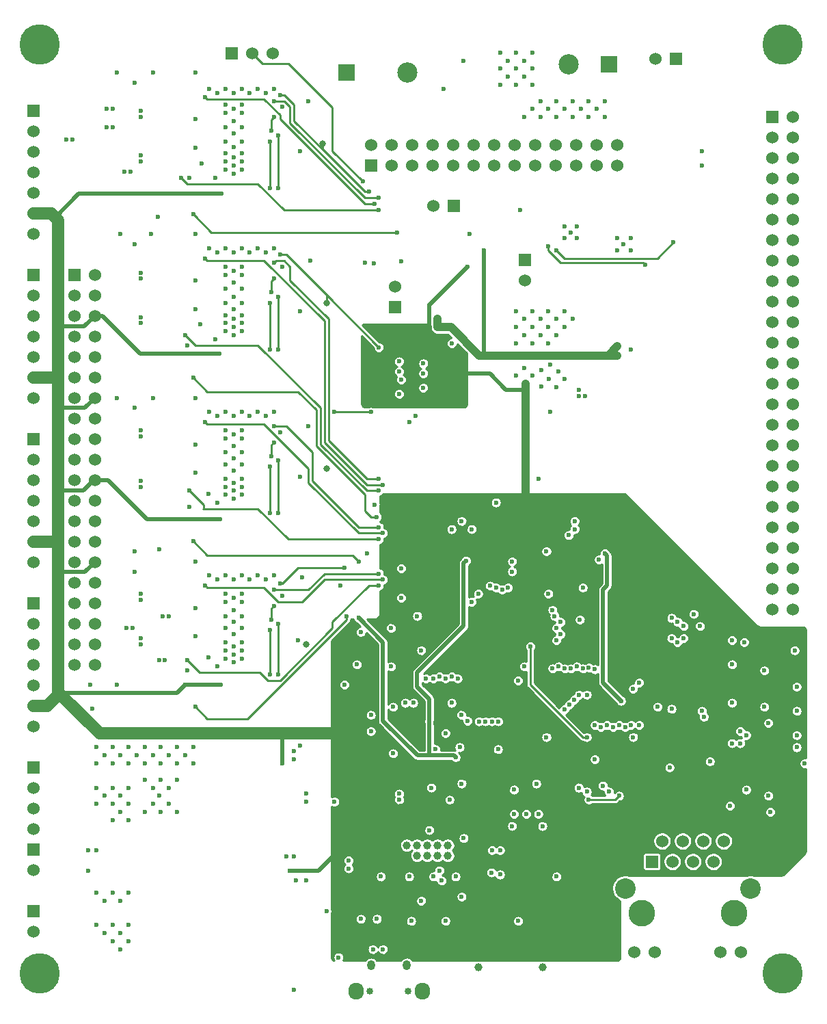
<source format=gbr>
G04 (created by PCBNEW (2013-05-18 BZR 4017)-stable) date Fri 12 Dec 2014 16:28:56 GMT*
%MOIN*%
G04 Gerber Fmt 3.4, Leading zero omitted, Abs format*
%FSLAX34Y34*%
G01*
G70*
G90*
G04 APERTURE LIST*
%ADD10C,0.00590551*%
%ADD11C,0.1969*%
%ADD12R,0.06X0.06*%
%ADD13C,0.06*%
%ADD14R,0.0787X0.0787*%
%ADD15C,0.0984*%
%ADD16R,0.0394X0.0394*%
%ADD17C,0.0394*%
%ADD18O,0.0394X0.0492*%
%ADD19O,0.0748X0.0827*%
%ADD20C,0.0335*%
%ADD21C,0.1299*%
%ADD22C,0.1*%
%ADD23C,0.0315*%
%ADD24C,0.0236*%
%ADD25C,0.02*%
%ADD26C,0.06*%
%ADD27C,0.04*%
%ADD28C,0.01*%
G04 APERTURE END LIST*
G54D10*
G54D11*
X37795Y46850D03*
G54D12*
X10935Y46430D03*
G54D13*
X11935Y46430D03*
X12935Y46430D03*
G54D14*
X16536Y45472D03*
G54D15*
X19488Y45472D03*
G54D14*
X29330Y45866D03*
G54D15*
X27362Y45866D03*
G54D12*
X1250Y43625D03*
G54D13*
X1250Y42625D03*
X1250Y41625D03*
X1250Y40625D03*
X1250Y39625D03*
X1250Y38625D03*
X1250Y37625D03*
G54D12*
X1250Y35625D03*
G54D13*
X1250Y34625D03*
X1250Y33625D03*
X1250Y32625D03*
X1250Y31625D03*
X1250Y30625D03*
X1250Y29625D03*
G54D12*
X1250Y27625D03*
G54D13*
X1250Y26625D03*
X1250Y25625D03*
X1250Y24625D03*
X1250Y23625D03*
X1250Y22625D03*
X1250Y21625D03*
G54D12*
X1250Y19625D03*
G54D13*
X1250Y18625D03*
X1250Y17625D03*
X1250Y16625D03*
X1250Y15625D03*
X1250Y14625D03*
X1250Y13625D03*
G54D12*
X1250Y11625D03*
G54D13*
X1250Y10625D03*
X1250Y9625D03*
X1250Y8625D03*
G54D12*
X32587Y46161D03*
G54D13*
X31587Y46161D03*
G54D12*
X1250Y7625D03*
G54D13*
X1250Y6625D03*
G54D12*
X1250Y4625D03*
G54D13*
X1250Y3625D03*
G54D16*
X19472Y7329D03*
G54D17*
X19472Y7829D03*
X19972Y7329D03*
X19972Y7829D03*
X20472Y7329D03*
X20472Y7829D03*
X20972Y7329D03*
X20972Y7829D03*
X21472Y7329D03*
X21472Y7829D03*
G54D12*
X21760Y38976D03*
G54D13*
X20760Y38976D03*
G54D17*
X22961Y1870D03*
X26103Y1870D03*
G54D12*
X37295Y43299D03*
G54D13*
X38295Y43299D03*
X37295Y38299D03*
X38295Y42299D03*
X37295Y37299D03*
X38295Y41299D03*
X37295Y36299D03*
X38295Y40299D03*
X37295Y35299D03*
X38295Y39299D03*
X37295Y34299D03*
X38295Y38299D03*
X37295Y33299D03*
X38295Y37299D03*
X37295Y32299D03*
X38295Y36299D03*
X37295Y31299D03*
X38295Y35299D03*
X37295Y30299D03*
X38295Y34299D03*
X37295Y29299D03*
X38295Y33299D03*
X37295Y28299D03*
X38295Y32299D03*
X38295Y31299D03*
X37295Y27299D03*
X38295Y30299D03*
X38295Y28299D03*
X38295Y27299D03*
X38295Y26299D03*
X38295Y25299D03*
X37295Y26299D03*
X37295Y25299D03*
X37295Y42299D03*
X37295Y41299D03*
X37295Y40299D03*
X37295Y39299D03*
X37295Y24299D03*
X38295Y24299D03*
X38295Y29299D03*
X37295Y23299D03*
X38295Y23299D03*
X37295Y22299D03*
X38295Y22299D03*
X37295Y21299D03*
X38295Y21299D03*
X37295Y20299D03*
X38295Y20299D03*
X37295Y19299D03*
X38295Y19299D03*
G54D18*
X17726Y1968D03*
X19478Y1968D03*
G54D19*
X20216Y716D03*
X16988Y716D03*
G54D20*
X19537Y716D03*
X17667Y716D03*
G54D21*
X30919Y4528D03*
X35419Y4528D03*
G54D13*
X34919Y8028D03*
X34421Y7028D03*
X33919Y8028D03*
X33421Y7028D03*
X32919Y8028D03*
X32421Y7028D03*
X31919Y8028D03*
G54D22*
X30119Y5729D03*
X36219Y5728D03*
G54D13*
X34777Y2599D03*
X31561Y2599D03*
X35777Y2599D03*
X30561Y2599D03*
G54D12*
X31421Y7028D03*
G54D23*
X15551Y26181D03*
X15354Y42028D03*
X15551Y34252D03*
X14567Y17618D03*
G54D12*
X17720Y40937D03*
G54D13*
X17720Y41937D03*
X18720Y40937D03*
X18720Y41937D03*
X19720Y40937D03*
X19720Y41937D03*
X20720Y40937D03*
X20720Y41937D03*
X21720Y40937D03*
X21720Y41937D03*
X22720Y40937D03*
X22720Y41937D03*
X23720Y40937D03*
X23720Y41937D03*
X24720Y40937D03*
X24720Y41937D03*
X25720Y40937D03*
X25720Y41937D03*
X26720Y40937D03*
X26720Y41937D03*
X27720Y40937D03*
X27720Y41937D03*
X28720Y40937D03*
X28720Y41937D03*
X29720Y40937D03*
X29720Y41937D03*
G54D12*
X3250Y35625D03*
G54D13*
X4250Y35625D03*
X3250Y30625D03*
X4250Y34625D03*
X3250Y29625D03*
X4250Y33625D03*
X3250Y28625D03*
X4250Y32625D03*
X3250Y27625D03*
X4250Y31625D03*
X3250Y26625D03*
X4250Y30625D03*
X3250Y25625D03*
X4250Y29625D03*
X3250Y24625D03*
X4250Y28625D03*
X3250Y23625D03*
X4250Y27625D03*
X3250Y22625D03*
X4250Y26625D03*
X3250Y21625D03*
X4250Y25625D03*
X3250Y20625D03*
X4250Y24625D03*
X4250Y23625D03*
X3250Y19625D03*
X4250Y22625D03*
X4250Y20625D03*
X4250Y19625D03*
X4250Y18625D03*
X4250Y17625D03*
X3250Y18625D03*
X3250Y17625D03*
X3250Y34625D03*
X3250Y33625D03*
X3250Y32625D03*
X3250Y31625D03*
X3250Y16625D03*
X4250Y16625D03*
X4250Y21625D03*
G54D12*
X25220Y36355D03*
G54D13*
X25220Y35355D03*
G54D12*
X18910Y34050D03*
G54D13*
X18910Y35050D03*
G54D11*
X1575Y46850D03*
X37795Y1575D03*
X1575Y1575D03*
G54D24*
X13386Y19980D03*
X21654Y12697D03*
X13386Y11811D03*
X19587Y3543D03*
X21850Y21772D03*
X10327Y31791D03*
X25689Y7579D03*
X26775Y30160D03*
X25197Y33465D03*
X13386Y43799D03*
X25276Y30315D03*
X29232Y4626D03*
X27165Y33071D03*
X26850Y30915D03*
X17717Y29429D03*
X24803Y30709D03*
X28150Y8366D03*
X22638Y8465D03*
X8661Y39567D03*
X13287Y27953D03*
X25205Y31070D03*
X22933Y7776D03*
X26476Y6398D03*
X13780Y6594D03*
X24803Y33071D03*
X35039Y11319D03*
X25984Y32677D03*
X38484Y14961D03*
X12795Y31988D03*
X13189Y16142D03*
X21850Y9744D03*
X26476Y9350D03*
X25984Y33465D03*
X26395Y30560D03*
X13189Y31988D03*
X13189Y34547D03*
X24469Y6496D03*
X12795Y42126D03*
X12795Y39862D03*
X13189Y18602D03*
X36220Y17323D03*
X13189Y39862D03*
X12795Y16142D03*
X26045Y30170D03*
X19193Y12303D03*
X13189Y42421D03*
X12795Y18307D03*
X26772Y32677D03*
X26378Y33071D03*
X17717Y32087D03*
X10350Y23720D03*
X28543Y21555D03*
X27559Y33465D03*
X26025Y30975D03*
X12795Y34252D03*
X26476Y28937D03*
X38484Y13780D03*
X10390Y15650D03*
X28445Y10728D03*
X25591Y33071D03*
X27165Y30545D03*
X8760Y31791D03*
X20866Y13780D03*
X26378Y32283D03*
X27165Y33858D03*
X22441Y12106D03*
X30217Y10728D03*
X25591Y33858D03*
X24114Y9350D03*
X22441Y36024D03*
X12795Y26280D03*
X12795Y24016D03*
X13189Y24016D03*
X13189Y26575D03*
X10426Y39567D03*
X21950Y30807D03*
X24804Y33858D03*
X8563Y23720D03*
X18997Y32480D03*
X25591Y32283D03*
X13386Y36024D03*
X32776Y15453D03*
X25276Y30020D03*
X20571Y9744D03*
X24803Y32283D03*
X19193Y9744D03*
X32283Y13583D03*
X25197Y32677D03*
X26083Y8071D03*
X26450Y31240D03*
X26772Y33465D03*
X32382Y15846D03*
X8661Y15650D03*
X25276Y29724D03*
X20965Y9744D03*
X25591Y30709D03*
X26378Y33858D03*
X30217Y15157D03*
X20965Y33071D03*
X20960Y33470D03*
X18209Y6299D03*
X14567Y9941D03*
X23228Y36811D03*
X29724Y32135D03*
X15945Y9941D03*
X29724Y31693D03*
X16634Y7087D03*
X14567Y6102D03*
X16634Y6693D03*
X30413Y31988D03*
X22362Y21693D03*
X20571Y13878D03*
X29921Y14862D03*
X20571Y12205D03*
X17126Y18898D03*
X21850Y12106D03*
X29134Y22047D03*
X19195Y36283D03*
X27461Y16437D03*
X28346Y16476D03*
X28642Y16398D03*
X27165Y14449D03*
X27402Y14685D03*
X27638Y14921D03*
X27165Y16437D03*
X26772Y43307D03*
X29134Y43307D03*
X24803Y44882D03*
X28346Y44094D03*
X25197Y46063D03*
X29134Y44094D03*
X28740Y43701D03*
X25591Y45669D03*
X25591Y43701D03*
X24016Y46457D03*
X27953Y43701D03*
X26772Y44094D03*
X24016Y44882D03*
X27559Y44094D03*
X24409Y46063D03*
X24803Y45669D03*
X27559Y43307D03*
X24016Y45669D03*
X25591Y44882D03*
X25984Y44094D03*
X24803Y46457D03*
X26378Y43701D03*
X25197Y45276D03*
X25591Y46457D03*
X24409Y45276D03*
X25197Y43307D03*
X25984Y43307D03*
X28346Y43307D03*
X27165Y43701D03*
X26280Y13091D03*
X27362Y22933D03*
X23524Y20472D03*
X19783Y14764D03*
X17717Y13386D03*
X17717Y14173D03*
X19390Y14764D03*
X5118Y9055D03*
X7480Y9449D03*
X7087Y12205D03*
X9055Y11811D03*
X5119Y9843D03*
X6693Y12598D03*
X7480Y11024D03*
X4331Y12598D03*
X7087Y10630D03*
X7480Y12598D03*
X7874Y9843D03*
X7087Y9843D03*
X4331Y9843D03*
X5118Y10630D03*
X4331Y11811D03*
X5906Y11811D03*
X4724Y12205D03*
X6693Y9449D03*
X5118Y11811D03*
X5512Y10236D03*
X6693Y11024D03*
X7382Y10236D03*
X9055Y12598D03*
X4331Y10630D03*
X5906Y9055D03*
X5906Y12598D03*
X7874Y12205D03*
X5906Y9843D03*
X5118Y12598D03*
X6693Y11811D03*
X5512Y12205D03*
X8268Y9449D03*
X7480Y11811D03*
X5512Y9449D03*
X7874Y10630D03*
X8268Y12598D03*
X6299Y12205D03*
X5906Y10630D03*
X8268Y11024D03*
X8661Y12205D03*
X4724Y10236D03*
X8268Y11811D03*
X9646Y20472D03*
X18307Y20768D03*
X18110Y20472D03*
X8760Y16831D03*
X7874Y18996D03*
X7579Y18996D03*
X5808Y18406D03*
X6102Y18406D03*
X7677Y16831D03*
X7382Y16831D03*
X14567Y10335D03*
X19094Y10335D03*
X16437Y21358D03*
X13287Y20571D03*
X18110Y21063D03*
X12992Y20276D03*
X9154Y14567D03*
X5315Y15650D03*
X4035Y15650D03*
X16535Y18996D03*
X3937Y7579D03*
X28642Y12008D03*
X36909Y14567D03*
X35925Y17717D03*
X37106Y13780D03*
X28051Y20374D03*
X33760Y18504D03*
X36909Y16339D03*
X38484Y15551D03*
X33465Y19094D03*
X32677Y17717D03*
X32677Y18701D03*
X32382Y17913D03*
X32382Y18898D03*
X32972Y17913D03*
X32972Y18504D03*
X5118Y5512D03*
X5512Y5118D03*
X5512Y2756D03*
X4331Y5512D03*
X5118Y3150D03*
X5118Y3937D03*
X5906Y5512D03*
X4724Y5118D03*
X5906Y3937D03*
X4331Y3937D03*
X5512Y3543D03*
X4725Y3543D03*
X5906Y3150D03*
X21555Y10039D03*
X22047Y12598D03*
X14075Y6102D03*
X19094Y10039D03*
X27756Y37402D03*
X11417Y32874D03*
X27913Y18819D03*
X11417Y18406D03*
X32480Y37205D03*
X10630Y28937D03*
X6496Y43602D03*
X10630Y25295D03*
X11021Y17126D03*
X9843Y44685D03*
X18799Y14567D03*
X14272Y12697D03*
X28150Y29724D03*
X14272Y41634D03*
X11417Y36024D03*
X14665Y44094D03*
X10630Y20965D03*
X11022Y32679D03*
X6496Y25295D03*
X11417Y43504D03*
X11811Y36713D03*
X26772Y36811D03*
X25886Y9350D03*
X22146Y5315D03*
X11417Y25295D03*
X10236Y44488D03*
X6496Y17913D03*
X7382Y22244D03*
X30512Y13091D03*
X11417Y17323D03*
X34252Y11909D03*
X37205Y9449D03*
X31693Y14567D03*
X11022Y36711D03*
X11811Y20768D03*
X27876Y30020D03*
X38484Y13189D03*
X15551Y4626D03*
X11811Y28740D03*
X6496Y41142D03*
X8858Y40354D03*
X11417Y35630D03*
X10630Y26969D03*
X11021Y16735D03*
X10630Y16929D03*
X17520Y22047D03*
X30512Y15453D03*
X6496Y19783D03*
X6201Y22146D03*
X11021Y25098D03*
X10630Y34252D03*
X10630Y41535D03*
X11417Y20079D03*
X36024Y10531D03*
X10630Y41142D03*
X11417Y42815D03*
X10630Y44685D03*
X11417Y17717D03*
X19587Y6299D03*
X10630Y28051D03*
X12992Y28937D03*
X11417Y42126D03*
X6496Y41437D03*
X10630Y32874D03*
X6496Y25591D03*
X17815Y2756D03*
X9843Y20965D03*
X20277Y31299D03*
X9843Y28937D03*
X8760Y16339D03*
X11417Y19685D03*
X11024Y19291D03*
X16240Y20472D03*
X11023Y44487D03*
X12205Y28937D03*
X11021Y17520D03*
X5315Y29626D03*
X22953Y20079D03*
X11021Y27851D03*
X10236Y36713D03*
X6496Y28051D03*
X18701Y18406D03*
X32283Y11614D03*
X20866Y12500D03*
X10236Y20768D03*
X11024Y43110D03*
X10630Y43504D03*
X10630Y18406D03*
X17224Y18209D03*
X22126Y14173D03*
X10630Y25689D03*
X10239Y28737D03*
X10630Y40748D03*
X11023Y40552D03*
X11417Y28051D03*
X11417Y36909D03*
X11021Y28737D03*
X17913Y24409D03*
X38484Y12598D03*
X14272Y25787D03*
X28839Y21752D03*
X10630Y26378D03*
X10630Y33661D03*
X19094Y29823D03*
X5315Y45472D03*
X20276Y30118D03*
X6496Y35728D03*
X25000Y38780D03*
X11023Y41339D03*
X11811Y44488D03*
X7087Y29626D03*
X27461Y37695D03*
X11024Y27264D03*
X11417Y41535D03*
X6496Y43307D03*
X17028Y16634D03*
X11417Y44685D03*
X11024Y33957D03*
X10630Y34941D03*
X11417Y34252D03*
X19094Y31398D03*
X12598Y36713D03*
X11417Y33661D03*
X11417Y26969D03*
X11022Y33465D03*
X20277Y30807D03*
X11024Y41831D03*
X17420Y36210D03*
X7087Y45472D03*
X38386Y17323D03*
X16437Y15650D03*
X10630Y24902D03*
X12205Y36909D03*
X10630Y43898D03*
X10630Y33268D03*
X11417Y24902D03*
X13976Y7283D03*
X10630Y20079D03*
X13976Y12008D03*
X6496Y33268D03*
X12205Y44685D03*
X10630Y35630D03*
X6201Y37106D03*
X20669Y10630D03*
X37106Y10236D03*
X11024Y18701D03*
X24902Y4134D03*
X14272Y33858D03*
X10630Y17323D03*
X38878Y11811D03*
X6201Y21161D03*
X12598Y44488D03*
X6201Y29134D03*
X11021Y25492D03*
X12205Y20965D03*
X18799Y12303D03*
X12598Y28740D03*
X10630Y19685D03*
X19193Y19882D03*
X9843Y36909D03*
X13583Y7283D03*
X11417Y25689D03*
X14370Y20866D03*
X11024Y35236D03*
X22441Y13878D03*
X21654Y23228D03*
X6496Y27756D03*
X35335Y14764D03*
X8858Y24311D03*
X14665Y28248D03*
X12992Y44685D03*
X11022Y35825D03*
X27166Y37992D03*
X11417Y20965D03*
X11024Y42520D03*
X21260Y44685D03*
X20177Y17323D03*
X22539Y37598D03*
X14764Y36319D03*
X23603Y6496D03*
X35236Y9744D03*
X10630Y36909D03*
X22146Y23622D03*
X11023Y40945D03*
X11417Y40748D03*
X18701Y16535D03*
X27756Y37992D03*
X11417Y43898D03*
X11023Y43700D03*
X20177Y5118D03*
X11024Y19882D03*
X13976Y787D03*
X25295Y9350D03*
X5512Y37598D03*
X21654Y14764D03*
X8760Y32185D03*
X11417Y18996D03*
X21665Y32280D03*
X10630Y18996D03*
X22146Y10827D03*
X10630Y27657D03*
X11417Y33268D03*
X11022Y33071D03*
X11024Y18110D03*
X11417Y28937D03*
X6496Y20079D03*
X24705Y9350D03*
X11417Y41142D03*
X10630Y42126D03*
X14173Y17815D03*
X6201Y44980D03*
X11417Y27657D03*
X11021Y24708D03*
X13976Y12402D03*
X33858Y41634D03*
X10630Y17717D03*
X12992Y20965D03*
X11417Y26378D03*
X11024Y34547D03*
X11024Y26083D03*
X11024Y26673D03*
X11417Y16929D03*
X6496Y35433D03*
X6496Y33563D03*
X27876Y29724D03*
X6988Y37598D03*
X20394Y15945D03*
X6496Y17618D03*
X12992Y36909D03*
X11024Y20768D03*
X32382Y14469D03*
X27165Y37402D03*
X11417Y34941D03*
X26083Y8760D03*
X10630Y36024D03*
X10630Y42815D03*
X38484Y14370D03*
X33858Y40945D03*
X12598Y20768D03*
X24016Y6398D03*
X24016Y7579D03*
X26772Y6299D03*
X30807Y15748D03*
X30807Y13681D03*
X30413Y36811D03*
X30413Y37402D03*
X29724Y36811D03*
X30020Y37106D03*
X29724Y37402D03*
X31102Y36122D03*
X26378Y37008D03*
X20768Y15945D03*
X21358Y15945D03*
X20571Y8563D03*
X21654Y16043D03*
X21063Y16043D03*
X26378Y20079D03*
X29331Y10433D03*
X12992Y43307D03*
X12874Y42638D03*
X12874Y26791D03*
X12992Y27461D03*
X12874Y18819D03*
X12992Y19488D03*
X12992Y35433D03*
X12874Y34764D03*
X22244Y46063D03*
X35335Y16634D03*
X35335Y17815D03*
X35728Y12795D03*
X33957Y14075D03*
X35728Y13386D03*
X33858Y14370D03*
X35335Y12795D03*
X36024Y13189D03*
X23622Y7579D03*
X28346Y10039D03*
X29823Y10236D03*
X27657Y23622D03*
X26280Y22146D03*
X26575Y16437D03*
X26870Y16535D03*
X27874Y15157D03*
X28248Y15157D03*
X28642Y13681D03*
X28937Y13583D03*
X29232Y13681D03*
X29528Y13583D03*
X29823Y13681D03*
X30118Y13583D03*
X30413Y13681D03*
X22992Y13858D03*
X26575Y19291D03*
X23307Y13858D03*
X23622Y13858D03*
X23937Y13858D03*
X23917Y12500D03*
X19195Y21315D03*
X17880Y36195D03*
X17315Y40170D03*
X25886Y25689D03*
X21949Y15945D03*
X21358Y4134D03*
X16142Y2362D03*
X23819Y20374D03*
X24606Y21654D03*
X24409Y20374D03*
X26772Y17815D03*
X26969Y18110D03*
X26969Y18701D03*
X26673Y18996D03*
X26772Y18406D03*
X19094Y30906D03*
X22638Y23228D03*
X19587Y28445D03*
X22638Y19685D03*
X28051Y16437D03*
X19193Y30512D03*
X19882Y28740D03*
X27756Y16535D03*
X24606Y21161D03*
X24114Y20276D03*
X21161Y6102D03*
X22244Y8169D03*
X21358Y13287D03*
X21850Y6299D03*
X18307Y2756D03*
X19685Y4134D03*
X21063Y6594D03*
X25197Y16535D03*
X24902Y15846D03*
X20768Y6299D03*
X19980Y18996D03*
X23819Y24528D03*
X17224Y4232D03*
X18012Y4232D03*
X24705Y10531D03*
X24606Y8760D03*
X28248Y10433D03*
X3937Y6594D03*
X27854Y10630D03*
X25787Y10827D03*
X4331Y7579D03*
X29035Y10728D03*
X4134Y14469D03*
X27657Y23228D03*
X9793Y24951D03*
X10236Y24508D03*
X10138Y32480D03*
X9154Y37598D03*
X9155Y41829D03*
X9154Y33957D03*
X9154Y29626D03*
X9154Y21654D03*
X9154Y19390D03*
X10138Y40354D03*
X9154Y27362D03*
X9154Y43209D03*
X9154Y18012D03*
X9400Y33218D03*
X9154Y25984D03*
X9154Y45472D03*
X9154Y35335D03*
X10236Y16535D03*
X9793Y16978D03*
X9449Y41043D03*
X9646Y28445D03*
X18307Y23031D03*
X18110Y22736D03*
X8858Y25098D03*
X15945Y28937D03*
X17717Y28937D03*
X12992Y28248D03*
X18110Y23327D03*
X17126Y21654D03*
X9055Y22638D03*
X9646Y36417D03*
X18307Y25394D03*
X8661Y32677D03*
X18110Y25098D03*
X18110Y32087D03*
X13287Y36614D03*
X12992Y36220D03*
X18110Y25689D03*
X18012Y23819D03*
X9055Y30610D03*
X9646Y44291D03*
X17913Y39075D03*
X8465Y40354D03*
X18110Y38780D03*
X5118Y42815D03*
X4823Y42815D03*
X4823Y43701D03*
X5118Y43701D03*
X3150Y42224D03*
X2854Y42224D03*
X6004Y40650D03*
X5709Y40650D03*
X17618Y39665D03*
X13287Y44390D03*
X18110Y39370D03*
X12992Y44094D03*
X7323Y38445D03*
X18996Y37697D03*
X25492Y17520D03*
X28248Y13091D03*
X9055Y38583D03*
G54D25*
X23524Y30807D02*
X24311Y30020D01*
X15157Y6594D02*
X17421Y8858D01*
G54D26*
X2461Y30118D02*
X2461Y29134D01*
G54D25*
X24311Y30020D02*
X25276Y30020D01*
G54D26*
X2323Y38425D02*
X2461Y38287D01*
X2461Y22625D02*
X2461Y22146D01*
G54D25*
X8661Y15650D02*
X8661Y15649D01*
X8760Y31791D02*
X10327Y31791D01*
G54D26*
X2461Y15157D02*
X1929Y14625D01*
X2499Y15256D02*
X4487Y13268D01*
G54D25*
X4208Y25625D02*
X3701Y25118D01*
G54D26*
X13386Y13268D02*
X16299Y13268D01*
G54D25*
X17421Y8858D02*
X18110Y8858D01*
X3465Y39567D02*
X2323Y38425D01*
G54D26*
X2461Y30625D02*
X2461Y30610D01*
G54D25*
X4250Y29604D02*
X3780Y29134D01*
G54D26*
X1250Y38625D02*
X2123Y38625D01*
G54D25*
X4887Y25625D02*
X4250Y25625D01*
G54D27*
X21850Y21772D02*
X21850Y22146D01*
X22243Y22539D02*
X24113Y22539D01*
G54D28*
X13189Y31988D02*
X13189Y34547D01*
X13189Y16142D02*
X13189Y18602D01*
X12795Y39862D02*
X12795Y42126D01*
G54D25*
X8661Y15650D02*
X10390Y15650D01*
X6792Y23720D02*
X4887Y25625D01*
G54D26*
X18110Y8858D02*
X18110Y7776D01*
G54D28*
X13189Y39862D02*
X13189Y42421D01*
X12795Y31988D02*
X12795Y34252D01*
G54D25*
X8563Y23720D02*
X10350Y23720D01*
X13386Y13268D02*
X13386Y11811D01*
X4250Y21612D02*
X3780Y21142D01*
X21950Y30807D02*
X23524Y30807D01*
G54D26*
X2461Y21142D02*
X2461Y15256D01*
G54D25*
X20551Y34165D02*
X20582Y34165D01*
X6477Y31791D02*
X4643Y33625D01*
G54D28*
X12795Y16142D02*
X12795Y18307D01*
G54D26*
X2123Y38625D02*
X2323Y38425D01*
G54D25*
X20551Y34165D02*
X20551Y32206D01*
X4250Y21625D02*
X4250Y21612D01*
G54D26*
X2461Y38287D02*
X2461Y33169D01*
G54D25*
X18557Y7329D02*
X19472Y7329D01*
G54D27*
X24113Y22539D02*
X25276Y23702D01*
G54D25*
X8661Y15649D02*
X8268Y15256D01*
X4250Y25625D02*
X4208Y25625D01*
G54D26*
X2461Y29134D02*
X2461Y25098D01*
G54D25*
X20582Y34165D02*
X22441Y36024D01*
G54D28*
X12795Y24016D02*
X12795Y26280D01*
G54D25*
X4250Y33625D02*
X4250Y33620D01*
G54D28*
X13189Y24016D02*
X13189Y26575D01*
G54D25*
X3740Y33110D02*
X2461Y33110D01*
X4643Y33625D02*
X4250Y33625D01*
X8268Y15256D02*
X2461Y15256D01*
G54D27*
X25276Y23702D02*
X25276Y30315D01*
G54D26*
X4487Y13268D02*
X13386Y13268D01*
G54D25*
X3780Y21142D02*
X2461Y21142D01*
X8760Y31791D02*
X6477Y31791D01*
G54D26*
X1929Y14625D02*
X1250Y14625D01*
G54D25*
X4250Y29625D02*
X4250Y29604D01*
G54D26*
X16299Y13268D02*
X18110Y11457D01*
X18110Y11457D02*
X18110Y8858D01*
X2461Y22146D02*
X2461Y21142D01*
G54D25*
X2481Y25118D02*
X2461Y25098D01*
X8661Y39567D02*
X3465Y39567D01*
X4250Y33620D02*
X3740Y33110D01*
X10426Y39567D02*
X8661Y39567D01*
X3780Y29134D02*
X2461Y29134D01*
G54D26*
X2461Y33169D02*
X2461Y33110D01*
G54D25*
X3701Y25118D02*
X2481Y25118D01*
G54D26*
X1250Y22625D02*
X2461Y22625D01*
G54D25*
X18110Y7776D02*
X18557Y7329D01*
G54D26*
X2461Y25098D02*
X2461Y22625D01*
G54D25*
X13780Y6594D02*
X15157Y6594D01*
G54D26*
X2461Y30610D02*
X2461Y30118D01*
X2461Y15256D02*
X2499Y15256D01*
G54D25*
X8563Y23720D02*
X6792Y23720D01*
X21950Y30807D02*
X20551Y32206D01*
G54D26*
X2461Y33110D02*
X2461Y30610D01*
X1250Y30625D02*
X2461Y30625D01*
G54D27*
X21850Y22146D02*
X22243Y22539D01*
G54D26*
X2461Y15256D02*
X2461Y15157D01*
G54D27*
X21619Y33071D02*
X22997Y31693D01*
X29282Y31693D02*
X29724Y32135D01*
X22997Y31693D02*
X23031Y31693D01*
X29082Y31693D02*
X29724Y31693D01*
X29082Y31693D02*
X29282Y31693D01*
X20960Y33470D02*
X20960Y33470D01*
G54D25*
X23228Y31693D02*
X23228Y36811D01*
G54D27*
X23031Y31693D02*
X23228Y31693D01*
X20965Y33071D02*
X21619Y33071D01*
X23228Y31693D02*
X29082Y31693D01*
X20960Y33470D02*
X20965Y33070D01*
G54D25*
X19980Y16240D02*
X22244Y18504D01*
X21063Y12205D02*
X21751Y12205D01*
X18307Y13879D02*
X18307Y17717D01*
X29232Y21949D02*
X29134Y22047D01*
X20571Y12205D02*
X21063Y12205D01*
X29035Y20275D02*
X29232Y20472D01*
X29921Y14862D02*
X29035Y15748D01*
X20571Y12205D02*
X20571Y13878D01*
X29035Y15748D02*
X29035Y20275D01*
X21751Y12205D02*
X21850Y12106D01*
X22244Y21575D02*
X22362Y21693D01*
X18307Y17717D02*
X17126Y18898D01*
X20571Y14961D02*
X19980Y15552D01*
X20571Y12205D02*
X19981Y12205D01*
X22244Y18504D02*
X22244Y21575D01*
X20571Y13878D02*
X20571Y14961D01*
X19981Y12205D02*
X18307Y13879D01*
X19980Y15552D02*
X19980Y16240D01*
X29232Y20472D02*
X29232Y21949D01*
G54D28*
X13189Y19685D02*
X14370Y19685D01*
X14370Y19685D02*
X15453Y20768D01*
X9646Y20472D02*
X9647Y20472D01*
X12500Y20374D02*
X13189Y19685D01*
X15453Y20768D02*
X18307Y20768D01*
X9647Y20472D02*
X9745Y20374D01*
X9745Y20374D02*
X12500Y20374D01*
X12304Y16240D02*
X9351Y16240D01*
X17617Y20472D02*
X15846Y18701D01*
X15846Y18701D02*
X15846Y18405D01*
X15846Y18405D02*
X13287Y15846D01*
X13287Y15846D02*
X12698Y15846D01*
X12698Y15846D02*
X12304Y16240D01*
X18110Y20472D02*
X17617Y20472D01*
X9351Y16240D02*
X8760Y16831D01*
X14173Y21358D02*
X16437Y21358D01*
X13386Y20571D02*
X14173Y21358D01*
X13287Y20571D02*
X13386Y20571D01*
X12992Y20276D02*
X14666Y20276D01*
X15453Y21063D02*
X18110Y21063D01*
X14666Y20276D02*
X15453Y21063D01*
X9744Y13976D02*
X11712Y13976D01*
X9154Y14566D02*
X9744Y13976D01*
X11712Y13976D02*
X16535Y18799D01*
X16535Y18799D02*
X16535Y18996D01*
X9154Y14567D02*
X9154Y14566D01*
X26772Y36811D02*
X27166Y36417D01*
X31692Y36417D02*
X32480Y37205D01*
X27166Y36417D02*
X31692Y36417D01*
X31102Y36122D02*
X31004Y36220D01*
X26378Y36811D02*
X26378Y37008D01*
X31004Y36220D02*
X26969Y36220D01*
X26969Y36220D02*
X26378Y36811D01*
X12874Y43189D02*
X12992Y43307D01*
X12874Y42638D02*
X12874Y43189D01*
X12874Y26791D02*
X12874Y27343D01*
X12874Y27343D02*
X12992Y27461D01*
X12874Y18819D02*
X12874Y19370D01*
X12874Y19370D02*
X12992Y19488D01*
X12874Y35315D02*
X12992Y35433D01*
X12874Y34764D02*
X12874Y35315D01*
X28346Y10039D02*
X29626Y10039D01*
X29626Y10039D02*
X29823Y10236D01*
X17315Y40170D02*
X15835Y41650D01*
X15835Y41650D02*
X15835Y43785D01*
X15835Y43785D02*
X13700Y45920D01*
X13700Y45920D02*
X12445Y45920D01*
X11935Y46430D02*
X12445Y45920D01*
X18307Y23031D02*
X17126Y23031D01*
X14665Y26182D02*
X12501Y28346D01*
X14665Y25492D02*
X14665Y26182D01*
X9745Y28346D02*
X12501Y28346D01*
X9646Y28445D02*
X9745Y28346D01*
X17126Y23031D02*
X14665Y25492D01*
X9547Y24409D02*
X8858Y25098D01*
X9547Y24213D02*
X9547Y24409D01*
X18110Y22736D02*
X13682Y22736D01*
X12205Y24213D02*
X9547Y24213D01*
X13682Y22736D02*
X12205Y24213D01*
X9547Y24213D02*
X9546Y24213D01*
X15945Y28937D02*
X17717Y28937D01*
X17126Y23327D02*
X14862Y25591D01*
X13583Y28248D02*
X12992Y28248D01*
X18110Y23327D02*
X17126Y23327D01*
X14862Y26969D02*
X13583Y28248D01*
X14862Y25591D02*
X14862Y26969D01*
X9744Y21949D02*
X9055Y22638D01*
X17126Y21654D02*
X16831Y21949D01*
X16831Y21949D02*
X9744Y21949D01*
X9646Y36417D02*
X9744Y36319D01*
X9744Y36319D02*
X12500Y36319D01*
X15453Y33366D02*
X15453Y27461D01*
X17520Y25394D02*
X18307Y25394D01*
X15453Y27461D02*
X17520Y25394D01*
X12500Y36319D02*
X15453Y33366D01*
X9153Y32185D02*
X8661Y32677D01*
X12205Y32185D02*
X15256Y29134D01*
X17519Y25098D02*
X18110Y25098D01*
X12205Y32185D02*
X9153Y32185D01*
X15256Y27361D02*
X17519Y25098D01*
X15256Y29134D02*
X15256Y27361D01*
X13287Y36614D02*
X13583Y36614D01*
X15551Y34646D02*
X18110Y32087D01*
X13583Y36614D02*
X15551Y34646D01*
X15551Y34252D02*
X15551Y34646D01*
X13484Y36319D02*
X13780Y36023D01*
X12992Y36220D02*
X13091Y36319D01*
X13780Y35334D02*
X15650Y33464D01*
X15650Y33464D02*
X15650Y27559D01*
X17520Y25689D02*
X18110Y25689D01*
X13091Y36319D02*
X13484Y36319D01*
X13780Y36023D02*
X13780Y35334D01*
X15650Y27559D02*
X17520Y25689D01*
X18012Y23819D02*
X18012Y23818D01*
X14173Y29921D02*
X9744Y29921D01*
X18012Y23819D02*
X17716Y23819D01*
X17421Y24902D02*
X15059Y27264D01*
X17421Y24114D02*
X17421Y24902D01*
X17716Y23819D02*
X17421Y24114D01*
X15059Y29035D02*
X14173Y29921D01*
X9744Y29921D02*
X9055Y30610D01*
X15059Y27264D02*
X15059Y29035D01*
X9744Y44193D02*
X12500Y44193D01*
X13287Y43406D02*
X13287Y43209D01*
X17421Y39075D02*
X17913Y39075D01*
X9646Y44291D02*
X9744Y44193D01*
X12500Y44193D02*
X13287Y43406D01*
X13287Y43209D02*
X17421Y39075D01*
X13484Y38780D02*
X18110Y38780D01*
X8760Y40059D02*
X8465Y40354D01*
X8760Y40059D02*
X12205Y40059D01*
X12205Y40059D02*
X13484Y38780D01*
X15354Y41732D02*
X15551Y41535D01*
X15354Y42028D02*
X15354Y41732D01*
X17421Y39665D02*
X17618Y39665D01*
X15551Y41535D02*
X17421Y39665D01*
X13484Y44390D02*
X13976Y43898D01*
X13287Y44390D02*
X13484Y44390D01*
X13976Y43110D02*
X15354Y41732D01*
X13976Y43898D02*
X13976Y43110D01*
X17421Y39370D02*
X18110Y39370D01*
X13780Y43799D02*
X13780Y43011D01*
X12992Y44094D02*
X13485Y44094D01*
X13780Y43011D02*
X17421Y39370D01*
X13485Y44094D02*
X13780Y43799D01*
X9941Y37697D02*
X18996Y37697D01*
X9055Y38583D02*
X9252Y38385D01*
X9941Y37697D02*
X9055Y38583D01*
X25492Y17520D02*
X25492Y15650D01*
X28051Y13091D02*
X28248Y13091D01*
X25492Y15650D02*
X28051Y13091D01*
X17423Y33218D02*
X20613Y33218D01*
X17341Y33138D02*
X20614Y33138D01*
X17421Y33058D02*
X20615Y33058D01*
X17501Y32978D02*
X20628Y32978D01*
X17581Y32898D02*
X20661Y32898D01*
X17661Y32818D02*
X20722Y32818D01*
X17741Y32738D02*
X20859Y32738D01*
X17821Y32658D02*
X21537Y32658D01*
X17274Y32578D02*
X17336Y32578D01*
X17901Y32578D02*
X21617Y32578D01*
X17274Y32498D02*
X17416Y32498D01*
X17981Y32498D02*
X21508Y32498D01*
X17274Y32418D02*
X17496Y32418D01*
X18061Y32418D02*
X21434Y32418D01*
X17274Y32338D02*
X17576Y32338D01*
X18204Y32338D02*
X21403Y32338D01*
X17274Y32258D02*
X17656Y32258D01*
X18317Y32258D02*
X21396Y32258D01*
X21932Y32258D02*
X21937Y32258D01*
X17274Y32178D02*
X17736Y32178D01*
X18362Y32178D02*
X21417Y32178D01*
X21912Y32178D02*
X22017Y32178D01*
X17274Y32098D02*
X17816Y32098D01*
X18377Y32098D02*
X21468Y32098D01*
X21862Y32098D02*
X22097Y32098D01*
X17274Y32018D02*
X17850Y32018D01*
X18369Y32018D02*
X21608Y32018D01*
X21722Y32018D02*
X22177Y32018D01*
X17274Y31938D02*
X17887Y31938D01*
X18332Y31938D02*
X22257Y31938D01*
X17274Y31858D02*
X17969Y31858D01*
X18249Y31858D02*
X22337Y31858D01*
X17274Y31778D02*
X22391Y31778D01*
X17274Y31698D02*
X22391Y31698D01*
X17274Y31618D02*
X18940Y31618D01*
X19247Y31618D02*
X22391Y31618D01*
X17274Y31538D02*
X18865Y31538D01*
X19322Y31538D02*
X20153Y31538D01*
X20400Y31538D02*
X22391Y31538D01*
X17274Y31458D02*
X18832Y31458D01*
X19355Y31458D02*
X20061Y31458D01*
X20493Y31458D02*
X22391Y31458D01*
X17274Y31378D02*
X18825Y31378D01*
X19361Y31378D02*
X20019Y31378D01*
X20534Y31378D02*
X22391Y31378D01*
X17274Y31298D02*
X18845Y31298D01*
X19342Y31298D02*
X20008Y31298D01*
X20544Y31298D02*
X22391Y31298D01*
X17274Y31218D02*
X18895Y31218D01*
X19293Y31218D02*
X20020Y31218D01*
X20533Y31218D02*
X22391Y31218D01*
X17274Y31138D02*
X18959Y31138D01*
X19229Y31138D02*
X20061Y31138D01*
X20491Y31138D02*
X22391Y31138D01*
X17274Y31058D02*
X18873Y31058D01*
X19314Y31058D02*
X20159Y31058D01*
X20396Y31058D02*
X22391Y31058D01*
X17274Y30978D02*
X18835Y30978D01*
X19352Y30978D02*
X20069Y30978D01*
X20484Y30978D02*
X22391Y30978D01*
X17274Y30898D02*
X18825Y30898D01*
X19361Y30898D02*
X20024Y30898D01*
X20529Y30898D02*
X22391Y30898D01*
X17274Y30818D02*
X18840Y30818D01*
X19348Y30818D02*
X20009Y30818D01*
X20544Y30818D02*
X20545Y30818D01*
X20545Y30818D02*
X22391Y30818D01*
X17274Y30738D02*
X18883Y30738D01*
X19337Y30738D02*
X20017Y30738D01*
X20536Y30738D02*
X20545Y30738D01*
X20545Y30738D02*
X22391Y30738D01*
X17274Y30658D02*
X18968Y30658D01*
X19417Y30658D02*
X20054Y30658D01*
X20499Y30658D02*
X20545Y30658D01*
X20545Y30658D02*
X22391Y30658D01*
X17274Y30578D02*
X18933Y30578D01*
X19453Y30578D02*
X20136Y30578D01*
X20416Y30578D02*
X20545Y30578D01*
X20545Y30578D02*
X22391Y30578D01*
X17274Y30498D02*
X18924Y30498D01*
X19460Y30498D02*
X19461Y30498D01*
X19461Y30498D02*
X20545Y30498D01*
X20545Y30498D02*
X22391Y30498D01*
X17274Y30418D02*
X18941Y30418D01*
X19444Y30418D02*
X19461Y30418D01*
X19461Y30418D02*
X20545Y30418D01*
X20545Y30418D02*
X22391Y30418D01*
X17274Y30338D02*
X18988Y30338D01*
X19398Y30338D02*
X19461Y30338D01*
X19461Y30338D02*
X20122Y30338D01*
X20429Y30338D02*
X20545Y30338D01*
X20545Y30338D02*
X22391Y30338D01*
X17274Y30258D02*
X19104Y30258D01*
X19279Y30258D02*
X19461Y30258D01*
X19461Y30258D02*
X20047Y30258D01*
X20504Y30258D02*
X20545Y30258D01*
X20545Y30258D02*
X22391Y30258D01*
X17274Y30178D02*
X19461Y30178D01*
X19461Y30178D02*
X20014Y30178D01*
X20537Y30178D02*
X20545Y30178D01*
X20545Y30178D02*
X22391Y30178D01*
X17274Y30098D02*
X19461Y30098D01*
X19461Y30098D02*
X20007Y30098D01*
X20543Y30098D02*
X20544Y30098D01*
X20544Y30098D02*
X20545Y30098D01*
X20545Y30098D02*
X22391Y30098D01*
X17274Y30018D02*
X18910Y30018D01*
X19278Y30018D02*
X19461Y30018D01*
X19461Y30018D02*
X20027Y30018D01*
X20524Y30018D02*
X20544Y30018D01*
X20544Y30018D02*
X20545Y30018D01*
X20545Y30018D02*
X22391Y30018D01*
X17274Y29938D02*
X18851Y29938D01*
X19336Y29938D02*
X19461Y29938D01*
X19461Y29938D02*
X20077Y29938D01*
X20475Y29938D02*
X20544Y29938D01*
X20544Y29938D02*
X20545Y29938D01*
X20545Y29938D02*
X22391Y29938D01*
X17274Y29858D02*
X18827Y29858D01*
X19360Y29858D02*
X19461Y29858D01*
X19461Y29858D02*
X20210Y29858D01*
X20344Y29858D02*
X20544Y29858D01*
X20544Y29858D02*
X20545Y29858D01*
X20545Y29858D02*
X22391Y29858D01*
X17274Y29778D02*
X18829Y29778D01*
X19358Y29778D02*
X19362Y29778D01*
X19362Y29778D02*
X19461Y29778D01*
X19461Y29778D02*
X20544Y29778D01*
X20544Y29778D02*
X20545Y29778D01*
X20545Y29778D02*
X22391Y29778D01*
X17274Y29698D02*
X18855Y29698D01*
X19331Y29698D02*
X19362Y29698D01*
X19362Y29698D02*
X19461Y29698D01*
X19461Y29698D02*
X20544Y29698D01*
X20544Y29698D02*
X20545Y29698D01*
X20545Y29698D02*
X22391Y29698D01*
X17274Y29618D02*
X18919Y29618D01*
X19267Y29618D02*
X19362Y29618D01*
X19362Y29618D02*
X19461Y29618D01*
X19461Y29618D02*
X20544Y29618D01*
X20544Y29618D02*
X20545Y29618D01*
X20545Y29618D02*
X22391Y29618D01*
X17274Y29538D02*
X19362Y29538D01*
X19362Y29538D02*
X19461Y29538D01*
X19461Y29538D02*
X20544Y29538D01*
X20544Y29538D02*
X20545Y29538D01*
X20545Y29538D02*
X22391Y29538D01*
X17274Y29458D02*
X19362Y29458D01*
X19362Y29458D02*
X19461Y29458D01*
X19461Y29458D02*
X20544Y29458D01*
X20544Y29458D02*
X20545Y29458D01*
X20545Y29458D02*
X22391Y29458D01*
X17274Y29378D02*
X19362Y29378D01*
X19362Y29378D02*
X19461Y29378D01*
X19461Y29378D02*
X20544Y29378D01*
X20544Y29378D02*
X20545Y29378D01*
X20545Y29378D02*
X22391Y29378D01*
X17278Y29298D02*
X19362Y29298D01*
X19362Y29298D02*
X19461Y29298D01*
X19461Y29298D02*
X20544Y29298D01*
X20544Y29298D02*
X20545Y29298D01*
X20545Y29298D02*
X22386Y29298D01*
X17327Y29218D02*
X19362Y29218D01*
X19362Y29218D02*
X19461Y29218D01*
X19461Y29218D02*
X20544Y29218D01*
X20544Y29218D02*
X20545Y29218D01*
X20545Y29218D02*
X22337Y29218D01*
X22391Y29333D02*
X22388Y29305D01*
X22381Y29280D01*
X22371Y29257D01*
X22356Y29236D01*
X22338Y29218D01*
X22317Y29203D01*
X22294Y29193D01*
X22269Y29186D01*
X22241Y29184D01*
X20545Y29184D01*
X20545Y30833D01*
X20534Y30884D01*
X20514Y30933D01*
X20485Y30977D01*
X20448Y31014D01*
X20405Y31043D01*
X20383Y31052D01*
X20398Y31058D01*
X20442Y31086D01*
X20480Y31123D01*
X20511Y31165D01*
X20532Y31213D01*
X20544Y31265D01*
X20545Y31325D01*
X20534Y31376D01*
X20514Y31425D01*
X20485Y31469D01*
X20448Y31506D01*
X20405Y31535D01*
X20356Y31556D01*
X20305Y31566D01*
X20252Y31567D01*
X20200Y31557D01*
X20152Y31537D01*
X20108Y31508D01*
X20070Y31472D01*
X20041Y31428D01*
X20020Y31380D01*
X20009Y31329D01*
X20008Y31276D01*
X20018Y31224D01*
X20037Y31175D01*
X20065Y31131D01*
X20102Y31093D01*
X20145Y31063D01*
X20170Y31053D01*
X20152Y31045D01*
X20108Y31016D01*
X20070Y30980D01*
X20041Y30936D01*
X20020Y30888D01*
X20009Y30837D01*
X20008Y30784D01*
X20018Y30732D01*
X20037Y30683D01*
X20065Y30639D01*
X20102Y30601D01*
X20145Y30571D01*
X20193Y30550D01*
X20245Y30539D01*
X20297Y30538D01*
X20349Y30547D01*
X20398Y30566D01*
X20442Y30594D01*
X20480Y30631D01*
X20511Y30673D01*
X20532Y30721D01*
X20544Y30773D01*
X20545Y30833D01*
X20545Y29184D01*
X20544Y29184D01*
X20544Y30144D01*
X20533Y30195D01*
X20513Y30244D01*
X20484Y30288D01*
X20447Y30325D01*
X20404Y30354D01*
X20355Y30375D01*
X20304Y30385D01*
X20251Y30386D01*
X20199Y30376D01*
X20151Y30356D01*
X20107Y30327D01*
X20069Y30291D01*
X20040Y30247D01*
X20019Y30199D01*
X20008Y30148D01*
X20007Y30095D01*
X20017Y30043D01*
X20036Y29994D01*
X20064Y29950D01*
X20101Y29912D01*
X20144Y29882D01*
X20192Y29861D01*
X20244Y29850D01*
X20296Y29849D01*
X20348Y29858D01*
X20397Y29877D01*
X20441Y29905D01*
X20479Y29942D01*
X20510Y29984D01*
X20531Y30032D01*
X20543Y30084D01*
X20544Y30144D01*
X20544Y29184D01*
X19461Y29184D01*
X19461Y30538D01*
X19450Y30589D01*
X19430Y30638D01*
X19401Y30682D01*
X19364Y30719D01*
X19321Y30748D01*
X19313Y30752D01*
X19328Y30772D01*
X19349Y30820D01*
X19361Y30872D01*
X19362Y30932D01*
X19351Y30983D01*
X19331Y31032D01*
X19302Y31076D01*
X19265Y31113D01*
X19222Y31142D01*
X19200Y31151D01*
X19215Y31157D01*
X19259Y31185D01*
X19297Y31222D01*
X19328Y31264D01*
X19349Y31312D01*
X19361Y31364D01*
X19362Y31424D01*
X19351Y31475D01*
X19331Y31524D01*
X19302Y31568D01*
X19265Y31605D01*
X19222Y31634D01*
X19173Y31655D01*
X19122Y31665D01*
X19069Y31666D01*
X19017Y31656D01*
X18969Y31636D01*
X18925Y31607D01*
X18887Y31571D01*
X18858Y31527D01*
X18837Y31479D01*
X18826Y31428D01*
X18825Y31375D01*
X18835Y31323D01*
X18854Y31274D01*
X18882Y31230D01*
X18919Y31192D01*
X18962Y31162D01*
X18987Y31152D01*
X18969Y31144D01*
X18925Y31115D01*
X18887Y31079D01*
X18858Y31035D01*
X18837Y30987D01*
X18826Y30936D01*
X18825Y30883D01*
X18835Y30831D01*
X18854Y30782D01*
X18882Y30738D01*
X18919Y30700D01*
X18962Y30670D01*
X18973Y30666D01*
X18957Y30641D01*
X18936Y30593D01*
X18925Y30542D01*
X18924Y30489D01*
X18934Y30437D01*
X18953Y30388D01*
X18981Y30344D01*
X19018Y30306D01*
X19061Y30276D01*
X19109Y30255D01*
X19161Y30244D01*
X19213Y30243D01*
X19265Y30252D01*
X19314Y30271D01*
X19358Y30299D01*
X19396Y30336D01*
X19427Y30378D01*
X19448Y30426D01*
X19460Y30478D01*
X19461Y30538D01*
X19461Y29184D01*
X19362Y29184D01*
X19362Y29849D01*
X19351Y29900D01*
X19331Y29949D01*
X19302Y29993D01*
X19265Y30030D01*
X19222Y30059D01*
X19173Y30080D01*
X19122Y30090D01*
X19069Y30091D01*
X19017Y30081D01*
X18969Y30061D01*
X18925Y30032D01*
X18887Y29996D01*
X18858Y29952D01*
X18837Y29904D01*
X18826Y29853D01*
X18825Y29800D01*
X18835Y29748D01*
X18854Y29699D01*
X18882Y29655D01*
X18919Y29617D01*
X18962Y29587D01*
X19010Y29566D01*
X19062Y29555D01*
X19114Y29554D01*
X19166Y29563D01*
X19215Y29582D01*
X19259Y29610D01*
X19297Y29647D01*
X19328Y29689D01*
X19349Y29737D01*
X19361Y29789D01*
X19362Y29849D01*
X19362Y29184D01*
X17821Y29184D01*
X17796Y29194D01*
X17745Y29204D01*
X17692Y29205D01*
X17640Y29195D01*
X17612Y29184D01*
X17423Y29184D01*
X17395Y29186D01*
X17370Y29193D01*
X17347Y29203D01*
X17326Y29218D01*
X17308Y29236D01*
X17293Y29257D01*
X17283Y29280D01*
X17276Y29305D01*
X17274Y29333D01*
X17274Y32640D01*
X17841Y32072D01*
X17841Y32064D01*
X17851Y32012D01*
X17870Y31963D01*
X17898Y31919D01*
X17935Y31881D01*
X17978Y31851D01*
X18026Y31830D01*
X18078Y31819D01*
X18130Y31818D01*
X18182Y31827D01*
X18231Y31846D01*
X18275Y31874D01*
X18313Y31911D01*
X18344Y31953D01*
X18365Y32001D01*
X18377Y32053D01*
X18378Y32113D01*
X18367Y32164D01*
X18347Y32213D01*
X18318Y32257D01*
X18281Y32294D01*
X18238Y32323D01*
X18189Y32344D01*
X18138Y32354D01*
X18124Y32354D01*
X17311Y33168D01*
X17326Y33183D01*
X17347Y33198D01*
X17370Y33208D01*
X17395Y33215D01*
X17423Y33218D01*
X20613Y33218D01*
X20614Y33065D01*
X20619Y33024D01*
X20621Y33005D01*
X20621Y33003D01*
X20622Y32997D01*
X20637Y32949D01*
X20640Y32939D01*
X20640Y32938D01*
X20642Y32932D01*
X20671Y32879D01*
X20672Y32879D01*
X20672Y32879D01*
X20675Y32872D01*
X20719Y32820D01*
X20772Y32777D01*
X20833Y32745D01*
X20898Y32726D01*
X20966Y32720D01*
X20976Y32721D01*
X21474Y32721D01*
X21646Y32548D01*
X21640Y32548D01*
X21588Y32538D01*
X21540Y32518D01*
X21496Y32489D01*
X21458Y32453D01*
X21429Y32409D01*
X21408Y32361D01*
X21397Y32310D01*
X21396Y32257D01*
X21406Y32205D01*
X21425Y32156D01*
X21453Y32112D01*
X21490Y32074D01*
X21533Y32044D01*
X21581Y32023D01*
X21633Y32012D01*
X21685Y32011D01*
X21737Y32020D01*
X21786Y32039D01*
X21830Y32067D01*
X21868Y32104D01*
X21899Y32146D01*
X21920Y32194D01*
X21932Y32246D01*
X21932Y32262D01*
X22391Y31804D01*
X22391Y29333D01*
X18333Y24950D02*
X30034Y24950D01*
X18250Y24870D02*
X30177Y24870D01*
X18160Y24790D02*
X23762Y24790D01*
X23875Y24790D02*
X30257Y24790D01*
X18160Y24710D02*
X23621Y24710D01*
X24015Y24710D02*
X30337Y24710D01*
X18160Y24630D02*
X23571Y24630D01*
X24066Y24630D02*
X30417Y24630D01*
X18160Y24550D02*
X23551Y24550D01*
X24086Y24550D02*
X24087Y24550D01*
X24087Y24550D02*
X30497Y24550D01*
X18174Y24470D02*
X23557Y24470D01*
X24080Y24470D02*
X24087Y24470D01*
X24087Y24470D02*
X30577Y24470D01*
X18180Y24390D02*
X23589Y24390D01*
X24049Y24390D02*
X24087Y24390D01*
X24087Y24390D02*
X30657Y24390D01*
X18162Y24310D02*
X23663Y24310D01*
X23975Y24310D02*
X24087Y24310D01*
X24087Y24310D02*
X30737Y24310D01*
X18160Y24230D02*
X24087Y24230D01*
X24087Y24230D02*
X30817Y24230D01*
X18160Y24150D02*
X24087Y24150D01*
X24087Y24150D02*
X30897Y24150D01*
X18160Y24070D02*
X24087Y24070D01*
X24087Y24070D02*
X30977Y24070D01*
X18219Y23990D02*
X24087Y23990D01*
X24087Y23990D02*
X31057Y23990D01*
X18264Y23910D02*
X24087Y23910D01*
X24087Y23910D02*
X31137Y23910D01*
X18279Y23830D02*
X21975Y23830D01*
X22316Y23830D02*
X24087Y23830D01*
X24087Y23830D02*
X27486Y23830D01*
X27827Y23830D02*
X31217Y23830D01*
X18271Y23750D02*
X21909Y23750D01*
X22382Y23750D02*
X24087Y23750D01*
X24087Y23750D02*
X27420Y23750D01*
X27893Y23750D02*
X31297Y23750D01*
X18234Y23670D02*
X21882Y23670D01*
X22409Y23670D02*
X24087Y23670D01*
X24087Y23670D02*
X27393Y23670D01*
X27920Y23670D02*
X31377Y23670D01*
X18161Y23590D02*
X21879Y23590D01*
X22413Y23590D02*
X22414Y23590D01*
X22414Y23590D02*
X24087Y23590D01*
X24087Y23590D02*
X27390Y23590D01*
X27924Y23590D02*
X31457Y23590D01*
X18305Y23510D02*
X21902Y23510D01*
X22389Y23510D02*
X22414Y23510D01*
X22414Y23510D02*
X24087Y23510D01*
X24087Y23510D02*
X27413Y23510D01*
X27900Y23510D02*
X31537Y23510D01*
X18357Y23430D02*
X21477Y23430D01*
X21831Y23430D02*
X21958Y23430D01*
X22333Y23430D02*
X22414Y23430D01*
X22414Y23430D02*
X22461Y23430D01*
X22815Y23430D02*
X24087Y23430D01*
X24087Y23430D02*
X27469Y23430D01*
X27844Y23430D02*
X31617Y23430D01*
X18377Y23350D02*
X21414Y23350D01*
X21893Y23350D02*
X22398Y23350D01*
X22877Y23350D02*
X24087Y23350D01*
X24087Y23350D02*
X27417Y23350D01*
X27896Y23350D02*
X31697Y23350D01*
X18430Y23270D02*
X21388Y23270D01*
X21918Y23270D02*
X22372Y23270D01*
X22902Y23270D02*
X24087Y23270D01*
X24087Y23270D02*
X27391Y23270D01*
X27921Y23270D02*
X31777Y23270D01*
X18523Y23190D02*
X21388Y23190D01*
X21920Y23190D02*
X21922Y23190D01*
X21922Y23190D02*
X22372Y23190D01*
X22904Y23190D02*
X22906Y23190D01*
X22906Y23190D02*
X24087Y23190D01*
X24087Y23190D02*
X27282Y23190D01*
X27923Y23190D02*
X27925Y23190D01*
X27925Y23190D02*
X31857Y23190D01*
X18564Y23110D02*
X21412Y23110D01*
X21894Y23110D02*
X21922Y23110D01*
X21922Y23110D02*
X22396Y23110D01*
X22878Y23110D02*
X22906Y23110D01*
X22906Y23110D02*
X24087Y23110D01*
X24087Y23110D02*
X27159Y23110D01*
X27897Y23110D02*
X27925Y23110D01*
X27925Y23110D02*
X31937Y23110D01*
X18574Y23030D02*
X21472Y23030D01*
X21834Y23030D02*
X21922Y23030D01*
X21922Y23030D02*
X22456Y23030D01*
X22818Y23030D02*
X22906Y23030D01*
X22906Y23030D02*
X24087Y23030D01*
X24087Y23030D02*
X27111Y23030D01*
X27837Y23030D02*
X27925Y23030D01*
X27925Y23030D02*
X32017Y23030D01*
X18563Y22950D02*
X21922Y22950D01*
X21922Y22950D02*
X22906Y22950D01*
X22906Y22950D02*
X24087Y22950D01*
X24087Y22950D02*
X27094Y22950D01*
X27629Y22950D02*
X27925Y22950D01*
X27925Y22950D02*
X32097Y22950D01*
X18521Y22870D02*
X21922Y22870D01*
X21922Y22870D02*
X22906Y22870D01*
X22906Y22870D02*
X24087Y22870D01*
X24087Y22870D02*
X27101Y22870D01*
X27622Y22870D02*
X27925Y22870D01*
X27925Y22870D02*
X32177Y22870D01*
X18426Y22790D02*
X21922Y22790D01*
X21922Y22790D02*
X22906Y22790D01*
X22906Y22790D02*
X24087Y22790D01*
X24087Y22790D02*
X27135Y22790D01*
X27589Y22790D02*
X27925Y22790D01*
X27925Y22790D02*
X32257Y22790D01*
X18377Y22710D02*
X21922Y22710D01*
X21922Y22710D02*
X22906Y22710D01*
X22906Y22710D02*
X24087Y22710D01*
X24087Y22710D02*
X27213Y22710D01*
X27510Y22710D02*
X27925Y22710D01*
X27925Y22710D02*
X32337Y22710D01*
X18356Y22630D02*
X21922Y22630D01*
X21922Y22630D02*
X22906Y22630D01*
X22906Y22630D02*
X24087Y22630D01*
X24087Y22630D02*
X27925Y22630D01*
X27925Y22630D02*
X32417Y22630D01*
X18303Y22550D02*
X21922Y22550D01*
X21922Y22550D02*
X22906Y22550D01*
X22906Y22550D02*
X24087Y22550D01*
X24087Y22550D02*
X27925Y22550D01*
X27925Y22550D02*
X32497Y22550D01*
X18160Y22470D02*
X21922Y22470D01*
X21922Y22470D02*
X22906Y22470D01*
X22906Y22470D02*
X24087Y22470D01*
X24087Y22470D02*
X27925Y22470D01*
X27925Y22470D02*
X32577Y22470D01*
X18160Y22390D02*
X21922Y22390D01*
X21922Y22390D02*
X22906Y22390D01*
X22906Y22390D02*
X24087Y22390D01*
X24087Y22390D02*
X26168Y22390D01*
X26391Y22390D02*
X27925Y22390D01*
X27925Y22390D02*
X32657Y22390D01*
X18160Y22310D02*
X21922Y22310D01*
X21922Y22310D02*
X22906Y22310D01*
X22906Y22310D02*
X24087Y22310D01*
X24087Y22310D02*
X26067Y22310D01*
X26492Y22310D02*
X27925Y22310D01*
X27925Y22310D02*
X29082Y22310D01*
X29185Y22310D02*
X32737Y22310D01*
X18160Y22230D02*
X21922Y22230D01*
X21922Y22230D02*
X22906Y22230D01*
X22906Y22230D02*
X24087Y22230D01*
X24087Y22230D02*
X26024Y22230D01*
X26535Y22230D02*
X27925Y22230D01*
X27925Y22230D02*
X28937Y22230D01*
X29329Y22230D02*
X32817Y22230D01*
X18160Y22150D02*
X21922Y22150D01*
X21922Y22150D02*
X22906Y22150D01*
X22906Y22150D02*
X24087Y22150D01*
X24087Y22150D02*
X26012Y22150D01*
X26547Y22150D02*
X26548Y22150D01*
X26548Y22150D02*
X27925Y22150D01*
X27925Y22150D02*
X28886Y22150D01*
X29384Y22150D02*
X32897Y22150D01*
X18160Y22070D02*
X21922Y22070D01*
X21922Y22070D02*
X22906Y22070D01*
X22906Y22070D02*
X24087Y22070D01*
X24087Y22070D02*
X26021Y22070D01*
X26537Y22070D02*
X26548Y22070D01*
X26548Y22070D02*
X27925Y22070D01*
X27925Y22070D02*
X28866Y22070D01*
X29449Y22070D02*
X32977Y22070D01*
X18160Y21990D02*
X21922Y21990D01*
X21922Y21990D02*
X22906Y21990D01*
X22906Y21990D02*
X24087Y21990D01*
X24087Y21990D02*
X26061Y21990D01*
X26497Y21990D02*
X26548Y21990D01*
X26548Y21990D02*
X27925Y21990D01*
X27925Y21990D02*
X28713Y21990D01*
X29478Y21990D02*
X33057Y21990D01*
X18160Y21910D02*
X21922Y21910D01*
X21922Y21910D02*
X22204Y21910D01*
X22519Y21910D02*
X22906Y21910D01*
X22906Y21910D02*
X24087Y21910D01*
X24087Y21910D02*
X24524Y21910D01*
X24688Y21910D02*
X26150Y21910D01*
X26408Y21910D02*
X26548Y21910D01*
X26548Y21910D02*
X27925Y21910D01*
X27925Y21910D02*
X28622Y21910D01*
X29482Y21910D02*
X33137Y21910D01*
X18160Y21830D02*
X21922Y21830D01*
X21922Y21830D02*
X22130Y21830D01*
X22592Y21830D02*
X22906Y21830D01*
X22906Y21830D02*
X24087Y21830D01*
X24087Y21830D02*
X24402Y21830D01*
X24808Y21830D02*
X26548Y21830D01*
X26548Y21830D02*
X27925Y21830D01*
X27925Y21830D02*
X28581Y21830D01*
X29482Y21830D02*
X33217Y21830D01*
X18160Y21750D02*
X21922Y21750D01*
X21922Y21750D02*
X22065Y21750D01*
X22623Y21750D02*
X22906Y21750D01*
X22906Y21750D02*
X24087Y21750D01*
X24087Y21750D02*
X24355Y21750D01*
X24856Y21750D02*
X26548Y21750D01*
X26548Y21750D02*
X27925Y21750D01*
X27925Y21750D02*
X28570Y21750D01*
X29482Y21750D02*
X33297Y21750D01*
X18160Y21670D02*
X21922Y21670D01*
X21922Y21670D02*
X22012Y21670D01*
X22629Y21670D02*
X22906Y21670D01*
X22906Y21670D02*
X24087Y21670D01*
X24087Y21670D02*
X24338Y21670D01*
X24873Y21670D02*
X26548Y21670D01*
X26548Y21670D02*
X27925Y21670D01*
X27925Y21670D02*
X28583Y21670D01*
X29482Y21670D02*
X33377Y21670D01*
X18160Y21590D02*
X21922Y21590D01*
X21922Y21590D02*
X21995Y21590D01*
X22609Y21590D02*
X22906Y21590D01*
X22906Y21590D02*
X24087Y21590D01*
X24087Y21590D02*
X24345Y21590D01*
X24866Y21590D02*
X26548Y21590D01*
X26548Y21590D02*
X27925Y21590D01*
X27925Y21590D02*
X28624Y21590D01*
X29482Y21590D02*
X33457Y21590D01*
X18160Y21510D02*
X19011Y21510D01*
X19379Y21510D02*
X21922Y21510D01*
X21922Y21510D02*
X21994Y21510D01*
X22558Y21510D02*
X22906Y21510D01*
X22906Y21510D02*
X24087Y21510D01*
X24087Y21510D02*
X24379Y21510D01*
X24832Y21510D02*
X26548Y21510D01*
X26548Y21510D02*
X27925Y21510D01*
X27925Y21510D02*
X28723Y21510D01*
X28956Y21510D02*
X28982Y21510D01*
X29482Y21510D02*
X33537Y21510D01*
X18160Y21430D02*
X18952Y21430D01*
X19437Y21430D02*
X21922Y21430D01*
X21922Y21430D02*
X21994Y21430D01*
X22494Y21430D02*
X22906Y21430D01*
X22906Y21430D02*
X24087Y21430D01*
X24087Y21430D02*
X24458Y21430D01*
X24753Y21430D02*
X26548Y21430D01*
X26548Y21430D02*
X27925Y21430D01*
X27925Y21430D02*
X28982Y21430D01*
X29482Y21430D02*
X33617Y21430D01*
X18160Y21350D02*
X18928Y21350D01*
X19461Y21350D02*
X21922Y21350D01*
X21922Y21350D02*
X21994Y21350D01*
X22494Y21350D02*
X22906Y21350D01*
X22906Y21350D02*
X24087Y21350D01*
X24087Y21350D02*
X24415Y21350D01*
X24796Y21350D02*
X26548Y21350D01*
X26548Y21350D02*
X27925Y21350D01*
X27925Y21350D02*
X28982Y21350D01*
X29482Y21350D02*
X33697Y21350D01*
X18282Y21270D02*
X18930Y21270D01*
X19459Y21270D02*
X19463Y21270D01*
X19463Y21270D02*
X21922Y21270D01*
X21922Y21270D02*
X21994Y21270D01*
X22494Y21270D02*
X22906Y21270D01*
X22906Y21270D02*
X24087Y21270D01*
X24087Y21270D02*
X24361Y21270D01*
X24850Y21270D02*
X26548Y21270D01*
X26548Y21270D02*
X27925Y21270D01*
X27925Y21270D02*
X28982Y21270D01*
X29482Y21270D02*
X33777Y21270D01*
X18347Y21190D02*
X18956Y21190D01*
X19432Y21190D02*
X19463Y21190D01*
X19463Y21190D02*
X21922Y21190D01*
X21922Y21190D02*
X21994Y21190D01*
X22494Y21190D02*
X22906Y21190D01*
X22906Y21190D02*
X24087Y21190D01*
X24087Y21190D02*
X24338Y21190D01*
X24873Y21190D02*
X26548Y21190D01*
X26548Y21190D02*
X27925Y21190D01*
X27925Y21190D02*
X28982Y21190D01*
X29482Y21190D02*
X33857Y21190D01*
X18373Y21110D02*
X19020Y21110D01*
X19368Y21110D02*
X19463Y21110D01*
X19463Y21110D02*
X21922Y21110D01*
X21922Y21110D02*
X21994Y21110D01*
X22494Y21110D02*
X22906Y21110D01*
X22906Y21110D02*
X24087Y21110D01*
X24087Y21110D02*
X24342Y21110D01*
X24869Y21110D02*
X24874Y21110D01*
X24874Y21110D02*
X26548Y21110D01*
X26548Y21110D02*
X27925Y21110D01*
X27925Y21110D02*
X28982Y21110D01*
X29482Y21110D02*
X33937Y21110D01*
X18377Y21030D02*
X19463Y21030D01*
X19463Y21030D02*
X21922Y21030D01*
X21922Y21030D02*
X21994Y21030D01*
X22494Y21030D02*
X22906Y21030D01*
X22906Y21030D02*
X24087Y21030D01*
X24087Y21030D02*
X24371Y21030D01*
X24841Y21030D02*
X24874Y21030D01*
X24874Y21030D02*
X26548Y21030D01*
X26548Y21030D02*
X27925Y21030D01*
X27925Y21030D02*
X28982Y21030D01*
X29482Y21030D02*
X34017Y21030D01*
X18503Y20950D02*
X19463Y20950D01*
X19463Y20950D02*
X21922Y20950D01*
X21922Y20950D02*
X21994Y20950D01*
X22494Y20950D02*
X22906Y20950D01*
X22906Y20950D02*
X24087Y20950D01*
X24087Y20950D02*
X24439Y20950D01*
X24773Y20950D02*
X24874Y20950D01*
X24874Y20950D02*
X26548Y20950D01*
X26548Y20950D02*
X27925Y20950D01*
X27925Y20950D02*
X28982Y20950D01*
X29482Y20950D02*
X34097Y20950D01*
X18554Y20870D02*
X19463Y20870D01*
X19463Y20870D02*
X21922Y20870D01*
X21922Y20870D02*
X21994Y20870D01*
X22494Y20870D02*
X22906Y20870D01*
X22906Y20870D02*
X24087Y20870D01*
X24087Y20870D02*
X24874Y20870D01*
X24874Y20870D02*
X26548Y20870D01*
X26548Y20870D02*
X27925Y20870D01*
X27925Y20870D02*
X28982Y20870D01*
X29482Y20870D02*
X34177Y20870D01*
X18574Y20790D02*
X19463Y20790D01*
X19463Y20790D02*
X21922Y20790D01*
X21922Y20790D02*
X21994Y20790D01*
X22494Y20790D02*
X22906Y20790D01*
X22906Y20790D02*
X24087Y20790D01*
X24087Y20790D02*
X24874Y20790D01*
X24874Y20790D02*
X26548Y20790D01*
X26548Y20790D02*
X27925Y20790D01*
X27925Y20790D02*
X28982Y20790D01*
X29482Y20790D02*
X34257Y20790D01*
X18568Y20710D02*
X19463Y20710D01*
X19463Y20710D02*
X21922Y20710D01*
X21922Y20710D02*
X21994Y20710D01*
X22494Y20710D02*
X22906Y20710D01*
X22906Y20710D02*
X23398Y20710D01*
X23649Y20710D02*
X24087Y20710D01*
X24087Y20710D02*
X24874Y20710D01*
X24874Y20710D02*
X26548Y20710D01*
X26548Y20710D02*
X27925Y20710D01*
X27925Y20710D02*
X28982Y20710D01*
X29482Y20710D02*
X34337Y20710D01*
X18537Y20630D02*
X19463Y20630D01*
X19463Y20630D02*
X21922Y20630D01*
X21922Y20630D02*
X21994Y20630D01*
X22494Y20630D02*
X22906Y20630D01*
X22906Y20630D02*
X23307Y20630D01*
X23901Y20630D02*
X24087Y20630D01*
X24087Y20630D02*
X24327Y20630D01*
X24491Y20630D02*
X24874Y20630D01*
X24874Y20630D02*
X26548Y20630D01*
X26548Y20630D02*
X27925Y20630D01*
X27925Y20630D02*
X27969Y20630D01*
X28133Y20630D02*
X28982Y20630D01*
X29482Y20630D02*
X34417Y20630D01*
X18463Y20550D02*
X19463Y20550D01*
X19463Y20550D02*
X21922Y20550D01*
X21922Y20550D02*
X21994Y20550D01*
X22494Y20550D02*
X22906Y20550D01*
X22906Y20550D02*
X23266Y20550D01*
X24021Y20550D02*
X24087Y20550D01*
X24087Y20550D02*
X24205Y20550D01*
X24611Y20550D02*
X24874Y20550D01*
X24874Y20550D02*
X26548Y20550D01*
X26548Y20550D02*
X27847Y20550D01*
X28253Y20550D02*
X28956Y20550D01*
X29482Y20550D02*
X34497Y20550D01*
X18377Y20470D02*
X19463Y20470D01*
X19463Y20470D02*
X21922Y20470D01*
X21922Y20470D02*
X21994Y20470D01*
X22494Y20470D02*
X22906Y20470D01*
X22906Y20470D02*
X23255Y20470D01*
X24659Y20470D02*
X24874Y20470D01*
X24874Y20470D02*
X26548Y20470D01*
X26548Y20470D02*
X27800Y20470D01*
X28301Y20470D02*
X28876Y20470D01*
X29481Y20470D02*
X34577Y20470D01*
X18366Y20390D02*
X19463Y20390D01*
X19463Y20390D02*
X21922Y20390D01*
X21922Y20390D02*
X21994Y20390D01*
X22494Y20390D02*
X22906Y20390D01*
X22906Y20390D02*
X23268Y20390D01*
X24676Y20390D02*
X24677Y20390D01*
X24677Y20390D02*
X24874Y20390D01*
X24874Y20390D02*
X26548Y20390D01*
X26548Y20390D02*
X27783Y20390D01*
X28318Y20390D02*
X28319Y20390D01*
X28319Y20390D02*
X28814Y20390D01*
X29467Y20390D02*
X34657Y20390D01*
X18323Y20310D02*
X19463Y20310D01*
X19463Y20310D02*
X21922Y20310D01*
X21922Y20310D02*
X21994Y20310D01*
X22494Y20310D02*
X22816Y20310D01*
X23089Y20310D02*
X23309Y20310D01*
X24669Y20310D02*
X24677Y20310D01*
X24677Y20310D02*
X24874Y20310D01*
X24874Y20310D02*
X26241Y20310D01*
X26514Y20310D02*
X26548Y20310D01*
X26548Y20310D02*
X27790Y20310D01*
X28311Y20310D02*
X28319Y20310D01*
X28319Y20310D02*
X28788Y20310D01*
X29420Y20310D02*
X34737Y20310D01*
X18227Y20230D02*
X19463Y20230D01*
X19463Y20230D02*
X21922Y20230D01*
X21922Y20230D02*
X21994Y20230D01*
X22494Y20230D02*
X22731Y20230D01*
X23174Y20230D02*
X23408Y20230D01*
X24635Y20230D02*
X24677Y20230D01*
X24677Y20230D02*
X24874Y20230D01*
X24874Y20230D02*
X26156Y20230D01*
X26599Y20230D02*
X27824Y20230D01*
X28277Y20230D02*
X28319Y20230D01*
X28319Y20230D02*
X28785Y20230D01*
X29343Y20230D02*
X34817Y20230D01*
X18160Y20150D02*
X19167Y20150D01*
X19195Y20150D02*
X19463Y20150D01*
X19463Y20150D02*
X21922Y20150D01*
X21922Y20150D02*
X21994Y20150D01*
X22494Y20150D02*
X22694Y20150D01*
X23212Y20150D02*
X23671Y20150D01*
X24556Y20150D02*
X24677Y20150D01*
X24677Y20150D02*
X24874Y20150D01*
X24874Y20150D02*
X26119Y20150D01*
X26637Y20150D02*
X27903Y20150D01*
X28198Y20150D02*
X28319Y20150D01*
X28319Y20150D02*
X28785Y20150D01*
X29285Y20150D02*
X34897Y20150D01*
X18160Y20070D02*
X19001Y20070D01*
X19384Y20070D02*
X19463Y20070D01*
X19463Y20070D02*
X21922Y20070D01*
X21922Y20070D02*
X21994Y20070D01*
X22494Y20070D02*
X22684Y20070D01*
X23220Y20070D02*
X23940Y20070D01*
X24286Y20070D02*
X24677Y20070D01*
X24677Y20070D02*
X24874Y20070D01*
X24874Y20070D02*
X26109Y20070D01*
X26645Y20070D02*
X26646Y20070D01*
X26646Y20070D02*
X28319Y20070D01*
X28319Y20070D02*
X28785Y20070D01*
X29285Y20070D02*
X34977Y20070D01*
X18160Y19990D02*
X18947Y19990D01*
X19438Y19990D02*
X19463Y19990D01*
X19463Y19990D02*
X21922Y19990D01*
X21922Y19990D02*
X21994Y19990D01*
X22494Y19990D02*
X22699Y19990D01*
X23206Y19990D02*
X24677Y19990D01*
X24677Y19990D02*
X24874Y19990D01*
X24874Y19990D02*
X26124Y19990D01*
X26631Y19990D02*
X26646Y19990D01*
X26646Y19990D02*
X28319Y19990D01*
X28319Y19990D02*
X28785Y19990D01*
X29285Y19990D02*
X35057Y19990D01*
X18160Y19910D02*
X18925Y19910D01*
X19460Y19910D02*
X19463Y19910D01*
X19463Y19910D02*
X21922Y19910D01*
X21922Y19910D02*
X21994Y19910D01*
X23161Y19910D02*
X24677Y19910D01*
X24677Y19910D02*
X24874Y19910D01*
X24874Y19910D02*
X26168Y19910D01*
X26586Y19910D02*
X26646Y19910D01*
X26646Y19910D02*
X28319Y19910D01*
X28319Y19910D02*
X28785Y19910D01*
X29285Y19910D02*
X35137Y19910D01*
X18160Y19830D02*
X18930Y19830D01*
X19456Y19830D02*
X19461Y19830D01*
X19461Y19830D02*
X19463Y19830D01*
X19463Y19830D02*
X21922Y19830D01*
X21922Y19830D02*
X21994Y19830D01*
X23052Y19830D02*
X24677Y19830D01*
X24677Y19830D02*
X24874Y19830D01*
X24874Y19830D02*
X26278Y19830D01*
X26477Y19830D02*
X26646Y19830D01*
X26646Y19830D02*
X28319Y19830D01*
X28319Y19830D02*
X28785Y19830D01*
X29285Y19830D02*
X35217Y19830D01*
X18160Y19750D02*
X18959Y19750D01*
X19427Y19750D02*
X19461Y19750D01*
X19461Y19750D02*
X19463Y19750D01*
X19463Y19750D02*
X21922Y19750D01*
X21922Y19750D02*
X21994Y19750D01*
X22898Y19750D02*
X24677Y19750D01*
X24677Y19750D02*
X24874Y19750D01*
X24874Y19750D02*
X26646Y19750D01*
X26646Y19750D02*
X28319Y19750D01*
X28319Y19750D02*
X28785Y19750D01*
X29285Y19750D02*
X35297Y19750D01*
X18160Y19670D02*
X19028Y19670D01*
X19359Y19670D02*
X19461Y19670D01*
X19461Y19670D02*
X19463Y19670D01*
X19463Y19670D02*
X21922Y19670D01*
X21922Y19670D02*
X21994Y19670D01*
X22905Y19670D02*
X24677Y19670D01*
X24677Y19670D02*
X24874Y19670D01*
X24874Y19670D02*
X26646Y19670D01*
X26646Y19670D02*
X28319Y19670D01*
X28319Y19670D02*
X28785Y19670D01*
X29285Y19670D02*
X35377Y19670D01*
X18160Y19590D02*
X19461Y19590D01*
X19461Y19590D02*
X19463Y19590D01*
X19463Y19590D02*
X21922Y19590D01*
X21922Y19590D02*
X21994Y19590D01*
X22889Y19590D02*
X24677Y19590D01*
X24677Y19590D02*
X24874Y19590D01*
X24874Y19590D02*
X26646Y19590D01*
X26646Y19590D02*
X28319Y19590D01*
X28319Y19590D02*
X28785Y19590D01*
X29285Y19590D02*
X35457Y19590D01*
X18160Y19510D02*
X19461Y19510D01*
X19461Y19510D02*
X19463Y19510D01*
X19463Y19510D02*
X21922Y19510D01*
X21922Y19510D02*
X21994Y19510D01*
X22842Y19510D02*
X24677Y19510D01*
X24677Y19510D02*
X24874Y19510D01*
X24874Y19510D02*
X26420Y19510D01*
X26729Y19510D02*
X28319Y19510D01*
X28319Y19510D02*
X28785Y19510D01*
X29285Y19510D02*
X35537Y19510D01*
X18160Y19430D02*
X19461Y19430D01*
X19461Y19430D02*
X19463Y19430D01*
X19463Y19430D02*
X21922Y19430D01*
X21922Y19430D02*
X21994Y19430D01*
X22494Y19430D02*
X22552Y19430D01*
X22721Y19430D02*
X24677Y19430D01*
X24677Y19430D02*
X24874Y19430D01*
X24874Y19430D02*
X26345Y19430D01*
X26804Y19430D02*
X28319Y19430D01*
X28319Y19430D02*
X28785Y19430D01*
X29285Y19430D02*
X35617Y19430D01*
X18160Y19350D02*
X19461Y19350D01*
X19461Y19350D02*
X19463Y19350D01*
X19463Y19350D02*
X21922Y19350D01*
X21922Y19350D02*
X21994Y19350D01*
X22494Y19350D02*
X24677Y19350D01*
X24677Y19350D02*
X24874Y19350D01*
X24874Y19350D02*
X26313Y19350D01*
X26836Y19350D02*
X28319Y19350D01*
X28319Y19350D02*
X28785Y19350D01*
X29285Y19350D02*
X33383Y19350D01*
X33547Y19350D02*
X35697Y19350D01*
X18160Y19270D02*
X19461Y19270D01*
X19461Y19270D02*
X19463Y19270D01*
X19463Y19270D02*
X21922Y19270D01*
X21922Y19270D02*
X21994Y19270D01*
X22494Y19270D02*
X24677Y19270D01*
X24677Y19270D02*
X24874Y19270D01*
X24874Y19270D02*
X26306Y19270D01*
X26842Y19270D02*
X28319Y19270D01*
X28319Y19270D02*
X28785Y19270D01*
X29285Y19270D02*
X33261Y19270D01*
X33667Y19270D02*
X35777Y19270D01*
X18160Y19190D02*
X19461Y19190D01*
X19461Y19190D02*
X19463Y19190D01*
X19463Y19190D02*
X19795Y19190D01*
X20165Y19190D02*
X21922Y19190D01*
X21922Y19190D02*
X21994Y19190D01*
X22494Y19190D02*
X24677Y19190D01*
X24677Y19190D02*
X24874Y19190D01*
X24874Y19190D02*
X26326Y19190D01*
X26858Y19190D02*
X28319Y19190D01*
X28319Y19190D02*
X28785Y19190D01*
X29285Y19190D02*
X33214Y19190D01*
X33715Y19190D02*
X35857Y19190D01*
X18160Y19110D02*
X19461Y19110D01*
X19461Y19110D02*
X19463Y19110D01*
X19463Y19110D02*
X19737Y19110D01*
X20222Y19110D02*
X21922Y19110D01*
X21922Y19110D02*
X21994Y19110D01*
X22494Y19110D02*
X24677Y19110D01*
X24677Y19110D02*
X24874Y19110D01*
X24874Y19110D02*
X26377Y19110D01*
X26915Y19110D02*
X28319Y19110D01*
X28319Y19110D02*
X28785Y19110D01*
X29285Y19110D02*
X32216Y19110D01*
X32546Y19110D02*
X33197Y19110D01*
X33732Y19110D02*
X33733Y19110D01*
X33733Y19110D02*
X35937Y19110D01*
X18150Y19030D02*
X19461Y19030D01*
X19461Y19030D02*
X19463Y19030D01*
X19463Y19030D02*
X19713Y19030D01*
X20246Y19030D02*
X21922Y19030D01*
X21922Y19030D02*
X21994Y19030D01*
X22494Y19030D02*
X24677Y19030D01*
X24677Y19030D02*
X24874Y19030D01*
X24874Y19030D02*
X26406Y19030D01*
X26939Y19030D02*
X27745Y19030D01*
X28079Y19030D02*
X28319Y19030D01*
X28319Y19030D02*
X28785Y19030D01*
X29285Y19030D02*
X32147Y19030D01*
X32616Y19030D02*
X33204Y19030D01*
X33725Y19030D02*
X33733Y19030D01*
X33733Y19030D02*
X36017Y19030D01*
X18112Y18950D02*
X19461Y18950D01*
X19461Y18950D02*
X19463Y18950D01*
X19463Y18950D02*
X19715Y18950D01*
X20244Y18950D02*
X20248Y18950D01*
X20248Y18950D02*
X21922Y18950D01*
X21922Y18950D02*
X21994Y18950D01*
X22494Y18950D02*
X24677Y18950D01*
X24677Y18950D02*
X24874Y18950D01*
X24874Y18950D02*
X26408Y18950D01*
X27068Y18950D02*
X27677Y18950D01*
X28147Y18950D02*
X28319Y18950D01*
X28319Y18950D02*
X28785Y18950D01*
X29285Y18950D02*
X32119Y18950D01*
X32776Y18950D02*
X33238Y18950D01*
X33691Y18950D02*
X33733Y18950D01*
X33733Y18950D02*
X36097Y18950D01*
X18013Y18870D02*
X19461Y18870D01*
X19461Y18870D02*
X19463Y18870D01*
X19463Y18870D02*
X19742Y18870D01*
X20217Y18870D02*
X20248Y18870D01*
X20248Y18870D02*
X21922Y18870D01*
X21922Y18870D02*
X21994Y18870D01*
X22494Y18870D02*
X24677Y18870D01*
X24677Y18870D02*
X24874Y18870D01*
X24874Y18870D02*
X26435Y18870D01*
X27178Y18870D02*
X27649Y18870D01*
X28176Y18870D02*
X28319Y18870D01*
X28319Y18870D02*
X28785Y18870D01*
X29285Y18870D02*
X32114Y18870D01*
X32886Y18870D02*
X33317Y18870D01*
X33612Y18870D02*
X33733Y18870D01*
X33733Y18870D02*
X36177Y18870D01*
X16734Y18790D02*
X16880Y18790D01*
X17587Y18790D02*
X19461Y18790D01*
X19461Y18790D02*
X19463Y18790D01*
X19463Y18790D02*
X19806Y18790D01*
X20152Y18790D02*
X20248Y18790D01*
X20248Y18790D02*
X21922Y18790D01*
X21922Y18790D02*
X21994Y18790D01*
X22494Y18790D02*
X24677Y18790D01*
X24677Y18790D02*
X24874Y18790D01*
X24874Y18790D02*
X26499Y18790D01*
X27222Y18790D02*
X27645Y18790D01*
X28180Y18790D02*
X28181Y18790D01*
X28181Y18790D02*
X28319Y18790D01*
X28319Y18790D02*
X28785Y18790D01*
X29285Y18790D02*
X32136Y18790D01*
X32930Y18790D02*
X33733Y18790D01*
X33733Y18790D02*
X36257Y18790D01*
X16713Y18710D02*
X16934Y18710D01*
X17667Y18710D02*
X19461Y18710D01*
X19461Y18710D02*
X19463Y18710D01*
X19463Y18710D02*
X20248Y18710D01*
X20248Y18710D02*
X21922Y18710D01*
X21922Y18710D02*
X21994Y18710D01*
X22494Y18710D02*
X24677Y18710D01*
X24677Y18710D02*
X24874Y18710D01*
X24874Y18710D02*
X26701Y18710D01*
X27236Y18710D02*
X27667Y18710D01*
X28157Y18710D02*
X28181Y18710D01*
X28181Y18710D02*
X28319Y18710D01*
X28319Y18710D02*
X28785Y18710D01*
X29285Y18710D02*
X32190Y18710D01*
X33145Y18710D02*
X33587Y18710D01*
X33933Y18710D02*
X36337Y18710D01*
X16648Y18630D02*
X17040Y18630D01*
X17747Y18630D02*
X18553Y18630D01*
X18848Y18630D02*
X19461Y18630D01*
X19461Y18630D02*
X19463Y18630D01*
X19463Y18630D02*
X20248Y18630D01*
X20248Y18630D02*
X21922Y18630D01*
X21922Y18630D02*
X21994Y18630D01*
X22494Y18630D02*
X24677Y18630D01*
X24677Y18630D02*
X24874Y18630D01*
X24874Y18630D02*
X26624Y18630D01*
X27227Y18630D02*
X27722Y18630D01*
X28103Y18630D02*
X28181Y18630D01*
X28181Y18630D02*
X28319Y18630D01*
X28319Y18630D02*
X28785Y18630D01*
X29285Y18630D02*
X32378Y18630D01*
X32405Y18630D02*
X32417Y18630D01*
X33209Y18630D02*
X33522Y18630D01*
X33997Y18630D02*
X36417Y18630D01*
X16568Y18550D02*
X17120Y18550D01*
X17827Y18550D02*
X18474Y18550D01*
X18927Y18550D02*
X19461Y18550D01*
X19461Y18550D02*
X19463Y18550D01*
X19463Y18550D02*
X20248Y18550D01*
X20248Y18550D02*
X21922Y18550D01*
X21922Y18550D02*
X21936Y18550D01*
X22494Y18550D02*
X24677Y18550D01*
X24677Y18550D02*
X24874Y18550D01*
X24874Y18550D02*
X26545Y18550D01*
X27190Y18550D02*
X28181Y18550D01*
X28181Y18550D02*
X28319Y18550D01*
X28319Y18550D02*
X28785Y18550D01*
X29285Y18550D02*
X32455Y18550D01*
X33236Y18550D02*
X33495Y18550D01*
X34024Y18550D02*
X36497Y18550D01*
X16488Y18470D02*
X17161Y18470D01*
X17907Y18470D02*
X18440Y18470D01*
X18961Y18470D02*
X19461Y18470D01*
X19461Y18470D02*
X19463Y18470D01*
X19463Y18470D02*
X20248Y18470D01*
X20248Y18470D02*
X21856Y18470D01*
X22490Y18470D02*
X24677Y18470D01*
X24677Y18470D02*
X24874Y18470D01*
X24874Y18470D02*
X26511Y18470D01*
X27105Y18470D02*
X28181Y18470D01*
X28181Y18470D02*
X28319Y18470D01*
X28319Y18470D02*
X28785Y18470D01*
X29285Y18470D02*
X32539Y18470D01*
X33239Y18470D02*
X33240Y18470D01*
X33240Y18470D02*
X33493Y18470D01*
X34027Y18470D02*
X34028Y18470D01*
X34028Y18470D02*
X36609Y18470D01*
X16408Y18390D02*
X17025Y18390D01*
X17987Y18390D02*
X18432Y18390D01*
X18968Y18390D02*
X18969Y18390D01*
X18969Y18390D02*
X19461Y18390D01*
X19461Y18390D02*
X19463Y18390D01*
X19463Y18390D02*
X20248Y18390D01*
X20248Y18390D02*
X21776Y18390D01*
X22465Y18390D02*
X24677Y18390D01*
X24677Y18390D02*
X24874Y18390D01*
X24874Y18390D02*
X26503Y18390D01*
X27039Y18390D02*
X28181Y18390D01*
X28181Y18390D02*
X28319Y18390D01*
X28319Y18390D02*
X28785Y18390D01*
X29285Y18390D02*
X32728Y18390D01*
X33214Y18390D02*
X33240Y18390D01*
X33240Y18390D02*
X33516Y18390D01*
X34002Y18390D02*
X34028Y18390D01*
X34028Y18390D02*
X38899Y18390D01*
X16328Y18310D02*
X16975Y18310D01*
X18067Y18310D02*
X18450Y18310D01*
X18951Y18310D02*
X18969Y18310D01*
X18969Y18310D02*
X19461Y18310D01*
X19461Y18310D02*
X19463Y18310D01*
X19463Y18310D02*
X20248Y18310D01*
X20248Y18310D02*
X21696Y18310D01*
X22403Y18310D02*
X24677Y18310D01*
X24677Y18310D02*
X24874Y18310D01*
X24874Y18310D02*
X26521Y18310D01*
X27148Y18310D02*
X28181Y18310D01*
X28181Y18310D02*
X28319Y18310D01*
X28319Y18310D02*
X28785Y18310D01*
X29285Y18310D02*
X32786Y18310D01*
X33156Y18310D02*
X33240Y18310D01*
X33240Y18310D02*
X33574Y18310D01*
X33944Y18310D02*
X34028Y18310D01*
X34028Y18310D02*
X38925Y18310D01*
X16248Y18230D02*
X16956Y18230D01*
X18147Y18230D02*
X18498Y18230D01*
X18904Y18230D02*
X18969Y18230D01*
X18969Y18230D02*
X19461Y18230D01*
X19461Y18230D02*
X19463Y18230D01*
X19463Y18230D02*
X20248Y18230D01*
X20248Y18230D02*
X21616Y18230D01*
X22323Y18230D02*
X24677Y18230D01*
X24677Y18230D02*
X24874Y18230D01*
X24874Y18230D02*
X26569Y18230D01*
X27209Y18230D02*
X28181Y18230D01*
X28181Y18230D02*
X28319Y18230D01*
X28319Y18230D02*
X28785Y18230D01*
X29285Y18230D02*
X33240Y18230D01*
X33240Y18230D02*
X34028Y18230D01*
X34028Y18230D02*
X38926Y18230D01*
X16168Y18150D02*
X16962Y18150D01*
X17485Y18150D02*
X17520Y18150D01*
X18227Y18150D02*
X18617Y18150D01*
X18782Y18150D02*
X18969Y18150D01*
X18969Y18150D02*
X19461Y18150D01*
X19461Y18150D02*
X19463Y18150D01*
X19463Y18150D02*
X20248Y18150D01*
X20248Y18150D02*
X21536Y18150D01*
X22243Y18150D02*
X24677Y18150D01*
X24677Y18150D02*
X24874Y18150D01*
X24874Y18150D02*
X26688Y18150D01*
X27234Y18150D02*
X28181Y18150D01*
X28181Y18150D02*
X28319Y18150D01*
X28319Y18150D02*
X28785Y18150D01*
X29285Y18150D02*
X32254Y18150D01*
X32509Y18150D02*
X32844Y18150D01*
X33099Y18150D02*
X33240Y18150D01*
X33240Y18150D02*
X34028Y18150D01*
X34028Y18150D02*
X38926Y18150D01*
X16088Y18070D02*
X16994Y18070D01*
X17453Y18070D02*
X17600Y18070D01*
X18307Y18070D02*
X18969Y18070D01*
X18969Y18070D02*
X19461Y18070D01*
X19461Y18070D02*
X19463Y18070D01*
X19463Y18070D02*
X20248Y18070D01*
X20248Y18070D02*
X21456Y18070D01*
X22163Y18070D02*
X24677Y18070D01*
X24677Y18070D02*
X24874Y18070D01*
X24874Y18070D02*
X26687Y18070D01*
X27234Y18070D02*
X27237Y18070D01*
X27237Y18070D02*
X28181Y18070D01*
X28181Y18070D02*
X28319Y18070D01*
X28319Y18070D02*
X28785Y18070D01*
X29285Y18070D02*
X32164Y18070D01*
X32599Y18070D02*
X32754Y18070D01*
X33189Y18070D02*
X33240Y18070D01*
X33240Y18070D02*
X34028Y18070D01*
X34028Y18070D02*
X35250Y18070D01*
X35419Y18070D02*
X38926Y18070D01*
X16008Y17990D02*
X17069Y17990D01*
X17379Y17990D02*
X17680Y17990D01*
X18387Y17990D02*
X18969Y17990D01*
X18969Y17990D02*
X19461Y17990D01*
X19461Y17990D02*
X19463Y17990D01*
X19463Y17990D02*
X20248Y17990D01*
X20248Y17990D02*
X21376Y17990D01*
X22083Y17990D02*
X24677Y17990D01*
X24677Y17990D02*
X24874Y17990D01*
X24874Y17990D02*
X26567Y17990D01*
X27208Y17990D02*
X27237Y17990D01*
X27237Y17990D02*
X28181Y17990D01*
X28181Y17990D02*
X28319Y17990D01*
X28319Y17990D02*
X28785Y17990D01*
X29285Y17990D02*
X32124Y17990D01*
X32639Y17990D02*
X32714Y17990D01*
X33229Y17990D02*
X33240Y17990D01*
X33240Y17990D02*
X34028Y17990D01*
X34028Y17990D02*
X35130Y17990D01*
X35538Y17990D02*
X38926Y17990D01*
X15928Y17910D02*
X17760Y17910D01*
X18467Y17910D02*
X18969Y17910D01*
X18969Y17910D02*
X19461Y17910D01*
X19461Y17910D02*
X19463Y17910D01*
X19463Y17910D02*
X20248Y17910D01*
X20248Y17910D02*
X21296Y17910D01*
X22003Y17910D02*
X24677Y17910D01*
X24677Y17910D02*
X24874Y17910D01*
X24874Y17910D02*
X26521Y17910D01*
X27147Y17910D02*
X27237Y17910D01*
X27237Y17910D02*
X28181Y17910D01*
X28181Y17910D02*
X28319Y17910D01*
X28319Y17910D02*
X28785Y17910D01*
X29285Y17910D02*
X32113Y17910D01*
X33239Y17910D02*
X33240Y17910D01*
X33240Y17910D02*
X34028Y17910D01*
X34028Y17910D02*
X35084Y17910D01*
X35585Y17910D02*
X35739Y17910D01*
X36111Y17910D02*
X38926Y17910D01*
X15848Y17830D02*
X17840Y17830D01*
X18528Y17830D02*
X18969Y17830D01*
X18969Y17830D02*
X19461Y17830D01*
X19461Y17830D02*
X19463Y17830D01*
X19463Y17830D02*
X20248Y17830D01*
X20248Y17830D02*
X21216Y17830D01*
X21923Y17830D02*
X24677Y17830D01*
X24677Y17830D02*
X24874Y17830D01*
X24874Y17830D02*
X26504Y17830D01*
X27039Y17830D02*
X27237Y17830D01*
X27237Y17830D02*
X28181Y17830D01*
X28181Y17830D02*
X28319Y17830D01*
X28319Y17830D02*
X28785Y17830D01*
X29285Y17830D02*
X32126Y17830D01*
X33227Y17830D02*
X33240Y17830D01*
X33240Y17830D02*
X34028Y17830D01*
X34028Y17830D02*
X35067Y17830D01*
X35602Y17830D02*
X35603Y17830D01*
X35603Y17830D02*
X35681Y17830D01*
X36168Y17830D02*
X38926Y17830D01*
X15798Y17750D02*
X17920Y17750D01*
X18553Y17750D02*
X18969Y17750D01*
X18969Y17750D02*
X19461Y17750D01*
X19461Y17750D02*
X19463Y17750D01*
X19463Y17750D02*
X20248Y17750D01*
X20248Y17750D02*
X21136Y17750D01*
X21843Y17750D02*
X24677Y17750D01*
X24677Y17750D02*
X24874Y17750D01*
X24874Y17750D02*
X25354Y17750D01*
X25630Y17750D02*
X26511Y17750D01*
X27032Y17750D02*
X27237Y17750D01*
X27237Y17750D02*
X28181Y17750D01*
X28181Y17750D02*
X28319Y17750D01*
X28319Y17750D02*
X28785Y17750D01*
X29285Y17750D02*
X32168Y17750D01*
X33185Y17750D02*
X33240Y17750D01*
X33240Y17750D02*
X34028Y17750D01*
X34028Y17750D02*
X35074Y17750D01*
X35595Y17750D02*
X35603Y17750D01*
X35603Y17750D02*
X35658Y17750D01*
X36191Y17750D02*
X38926Y17750D01*
X15798Y17670D02*
X18000Y17670D01*
X18557Y17670D02*
X18969Y17670D01*
X18969Y17670D02*
X19461Y17670D01*
X19461Y17670D02*
X19463Y17670D01*
X19463Y17670D02*
X20248Y17670D01*
X20248Y17670D02*
X21056Y17670D01*
X21763Y17670D02*
X24677Y17670D01*
X24677Y17670D02*
X24874Y17670D01*
X24874Y17670D02*
X25269Y17670D01*
X25714Y17670D02*
X26546Y17670D01*
X26997Y17670D02*
X27237Y17670D01*
X27237Y17670D02*
X28181Y17670D01*
X28181Y17670D02*
X28319Y17670D01*
X28319Y17670D02*
X28785Y17670D01*
X29285Y17670D02*
X32268Y17670D01*
X33086Y17670D02*
X33240Y17670D01*
X33240Y17670D02*
X34028Y17670D01*
X34028Y17670D02*
X35109Y17670D01*
X35560Y17670D02*
X35603Y17670D01*
X35603Y17670D02*
X35661Y17670D01*
X36189Y17670D02*
X36193Y17670D01*
X36193Y17670D02*
X38926Y17670D01*
X15798Y17590D02*
X18057Y17590D01*
X18557Y17590D02*
X18969Y17590D01*
X18969Y17590D02*
X19461Y17590D01*
X19461Y17590D02*
X19463Y17590D01*
X19463Y17590D02*
X20146Y17590D01*
X20209Y17590D02*
X20248Y17590D01*
X20248Y17590D02*
X20976Y17590D01*
X21683Y17590D02*
X24677Y17590D01*
X24677Y17590D02*
X24874Y17590D01*
X24874Y17590D02*
X25232Y17590D01*
X25751Y17590D02*
X26626Y17590D01*
X26917Y17590D02*
X27237Y17590D01*
X27237Y17590D02*
X28181Y17590D01*
X28181Y17590D02*
X28319Y17590D01*
X28319Y17590D02*
X28785Y17590D01*
X29285Y17590D02*
X32440Y17590D01*
X32913Y17590D02*
X33240Y17590D01*
X33240Y17590D02*
X34028Y17590D01*
X34028Y17590D02*
X35189Y17590D01*
X35480Y17590D02*
X35603Y17590D01*
X35603Y17590D02*
X35688Y17590D01*
X36161Y17590D02*
X36193Y17590D01*
X36193Y17590D02*
X38355Y17590D01*
X38418Y17590D02*
X38926Y17590D01*
X15798Y17510D02*
X18057Y17510D01*
X18557Y17510D02*
X18969Y17510D01*
X18969Y17510D02*
X19461Y17510D01*
X19461Y17510D02*
X19463Y17510D01*
X19463Y17510D02*
X19984Y17510D01*
X20369Y17510D02*
X20896Y17510D01*
X21603Y17510D02*
X24677Y17510D01*
X24677Y17510D02*
X24874Y17510D01*
X24874Y17510D02*
X25223Y17510D01*
X25759Y17510D02*
X27237Y17510D01*
X27237Y17510D02*
X28181Y17510D01*
X28181Y17510D02*
X28319Y17510D01*
X28319Y17510D02*
X28785Y17510D01*
X29285Y17510D02*
X32505Y17510D01*
X32848Y17510D02*
X33240Y17510D01*
X33240Y17510D02*
X34028Y17510D01*
X34028Y17510D02*
X35603Y17510D01*
X35603Y17510D02*
X35753Y17510D01*
X36096Y17510D02*
X36193Y17510D01*
X36193Y17510D02*
X38193Y17510D01*
X38578Y17510D02*
X38926Y17510D01*
X15798Y17430D02*
X18057Y17430D01*
X18557Y17430D02*
X18969Y17430D01*
X18969Y17430D02*
X19461Y17430D01*
X19461Y17430D02*
X19463Y17430D01*
X19463Y17430D02*
X19931Y17430D01*
X20422Y17430D02*
X20816Y17430D01*
X21523Y17430D02*
X24677Y17430D01*
X24677Y17430D02*
X24874Y17430D01*
X24874Y17430D02*
X25239Y17430D01*
X25745Y17430D02*
X27237Y17430D01*
X27237Y17430D02*
X28181Y17430D01*
X28181Y17430D02*
X28319Y17430D01*
X28319Y17430D02*
X28785Y17430D01*
X29285Y17430D02*
X33240Y17430D01*
X33240Y17430D02*
X34028Y17430D01*
X34028Y17430D02*
X35603Y17430D01*
X35603Y17430D02*
X36193Y17430D01*
X36193Y17430D02*
X38140Y17430D01*
X38631Y17430D02*
X38926Y17430D01*
X15798Y17350D02*
X18057Y17350D01*
X18557Y17350D02*
X18969Y17350D01*
X18969Y17350D02*
X19461Y17350D01*
X19461Y17350D02*
X19463Y17350D01*
X19463Y17350D02*
X19909Y17350D01*
X20444Y17350D02*
X20736Y17350D01*
X21443Y17350D02*
X24677Y17350D01*
X24677Y17350D02*
X24874Y17350D01*
X24874Y17350D02*
X25283Y17350D01*
X25700Y17350D02*
X27237Y17350D01*
X27237Y17350D02*
X28181Y17350D01*
X28181Y17350D02*
X28319Y17350D01*
X28319Y17350D02*
X28785Y17350D01*
X29285Y17350D02*
X33240Y17350D01*
X33240Y17350D02*
X34028Y17350D01*
X34028Y17350D02*
X35603Y17350D01*
X35603Y17350D02*
X36193Y17350D01*
X36193Y17350D02*
X38118Y17350D01*
X38653Y17350D02*
X38926Y17350D01*
X15798Y17270D02*
X18057Y17270D01*
X18557Y17270D02*
X18969Y17270D01*
X18969Y17270D02*
X19461Y17270D01*
X19461Y17270D02*
X19463Y17270D01*
X19463Y17270D02*
X19914Y17270D01*
X20439Y17270D02*
X20445Y17270D01*
X20445Y17270D02*
X20656Y17270D01*
X21363Y17270D02*
X24677Y17270D01*
X24677Y17270D02*
X24874Y17270D01*
X24874Y17270D02*
X25292Y17270D01*
X25692Y17270D02*
X27237Y17270D01*
X27237Y17270D02*
X28181Y17270D01*
X28181Y17270D02*
X28319Y17270D01*
X28319Y17270D02*
X28785Y17270D01*
X29285Y17270D02*
X33240Y17270D01*
X33240Y17270D02*
X34028Y17270D01*
X34028Y17270D02*
X35603Y17270D01*
X35603Y17270D02*
X36193Y17270D01*
X36193Y17270D02*
X38123Y17270D01*
X38648Y17270D02*
X38654Y17270D01*
X38654Y17270D02*
X38926Y17270D01*
X15798Y17190D02*
X18057Y17190D01*
X18557Y17190D02*
X18969Y17190D01*
X18969Y17190D02*
X19461Y17190D01*
X19461Y17190D02*
X19463Y17190D01*
X19463Y17190D02*
X19943Y17190D01*
X20411Y17190D02*
X20445Y17190D01*
X20445Y17190D02*
X20576Y17190D01*
X21283Y17190D02*
X24677Y17190D01*
X24677Y17190D02*
X24874Y17190D01*
X24874Y17190D02*
X25292Y17190D01*
X25692Y17190D02*
X27237Y17190D01*
X27237Y17190D02*
X28181Y17190D01*
X28181Y17190D02*
X28319Y17190D01*
X28319Y17190D02*
X28785Y17190D01*
X29285Y17190D02*
X33240Y17190D01*
X33240Y17190D02*
X34028Y17190D01*
X34028Y17190D02*
X35603Y17190D01*
X35603Y17190D02*
X36193Y17190D01*
X36193Y17190D02*
X38152Y17190D01*
X38620Y17190D02*
X38654Y17190D01*
X38654Y17190D02*
X38926Y17190D01*
X15798Y17110D02*
X18057Y17110D01*
X18557Y17110D02*
X18969Y17110D01*
X18969Y17110D02*
X19461Y17110D01*
X19461Y17110D02*
X19463Y17110D01*
X19463Y17110D02*
X20013Y17110D01*
X20341Y17110D02*
X20445Y17110D01*
X20445Y17110D02*
X20496Y17110D01*
X21203Y17110D02*
X24677Y17110D01*
X24677Y17110D02*
X24874Y17110D01*
X24874Y17110D02*
X25292Y17110D01*
X25692Y17110D02*
X27237Y17110D01*
X27237Y17110D02*
X28181Y17110D01*
X28181Y17110D02*
X28319Y17110D01*
X28319Y17110D02*
X28785Y17110D01*
X29285Y17110D02*
X33240Y17110D01*
X33240Y17110D02*
X34028Y17110D01*
X34028Y17110D02*
X35603Y17110D01*
X35603Y17110D02*
X36193Y17110D01*
X36193Y17110D02*
X38222Y17110D01*
X38550Y17110D02*
X38654Y17110D01*
X38654Y17110D02*
X38926Y17110D01*
X15798Y17030D02*
X18057Y17030D01*
X18557Y17030D02*
X18969Y17030D01*
X18969Y17030D02*
X19461Y17030D01*
X19461Y17030D02*
X19463Y17030D01*
X19463Y17030D02*
X20416Y17030D01*
X21123Y17030D02*
X24677Y17030D01*
X24677Y17030D02*
X24874Y17030D01*
X24874Y17030D02*
X25292Y17030D01*
X25692Y17030D02*
X27237Y17030D01*
X27237Y17030D02*
X28181Y17030D01*
X28181Y17030D02*
X28319Y17030D01*
X28319Y17030D02*
X28785Y17030D01*
X29285Y17030D02*
X33240Y17030D01*
X33240Y17030D02*
X34028Y17030D01*
X34028Y17030D02*
X35603Y17030D01*
X35603Y17030D02*
X36193Y17030D01*
X36193Y17030D02*
X38654Y17030D01*
X38654Y17030D02*
X38926Y17030D01*
X15798Y16950D02*
X18057Y16950D01*
X18557Y16950D02*
X18969Y16950D01*
X18969Y16950D02*
X19461Y16950D01*
X19461Y16950D02*
X19463Y16950D01*
X19463Y16950D02*
X20336Y16950D01*
X21043Y16950D02*
X24677Y16950D01*
X24677Y16950D02*
X24874Y16950D01*
X24874Y16950D02*
X25292Y16950D01*
X25692Y16950D02*
X27237Y16950D01*
X27237Y16950D02*
X28181Y16950D01*
X28181Y16950D02*
X28319Y16950D01*
X28319Y16950D02*
X28785Y16950D01*
X29285Y16950D02*
X33240Y16950D01*
X33240Y16950D02*
X34028Y16950D01*
X34028Y16950D02*
X35603Y16950D01*
X35603Y16950D02*
X36193Y16950D01*
X36193Y16950D02*
X38654Y16950D01*
X38654Y16950D02*
X38926Y16950D01*
X15798Y16870D02*
X16899Y16870D01*
X17157Y16870D02*
X18057Y16870D01*
X18557Y16870D02*
X18969Y16870D01*
X18969Y16870D02*
X19461Y16870D01*
X19461Y16870D02*
X19463Y16870D01*
X19463Y16870D02*
X20256Y16870D01*
X20963Y16870D02*
X24677Y16870D01*
X24677Y16870D02*
X24874Y16870D01*
X24874Y16870D02*
X25292Y16870D01*
X25692Y16870D02*
X27237Y16870D01*
X27237Y16870D02*
X28181Y16870D01*
X28181Y16870D02*
X28319Y16870D01*
X28319Y16870D02*
X28785Y16870D01*
X29285Y16870D02*
X33240Y16870D01*
X33240Y16870D02*
X34028Y16870D01*
X34028Y16870D02*
X35206Y16870D01*
X35464Y16870D02*
X35603Y16870D01*
X35603Y16870D02*
X36193Y16870D01*
X36193Y16870D02*
X38654Y16870D01*
X38654Y16870D02*
X38926Y16870D01*
X15798Y16790D02*
X16809Y16790D01*
X17246Y16790D02*
X18057Y16790D01*
X18557Y16790D02*
X18616Y16790D01*
X18785Y16790D02*
X18969Y16790D01*
X18969Y16790D02*
X19461Y16790D01*
X19461Y16790D02*
X19463Y16790D01*
X19463Y16790D02*
X20176Y16790D01*
X20883Y16790D02*
X24677Y16790D01*
X24677Y16790D02*
X24874Y16790D01*
X24874Y16790D02*
X25112Y16790D01*
X25281Y16790D02*
X25292Y16790D01*
X25692Y16790D02*
X26785Y16790D01*
X26954Y16790D02*
X27237Y16790D01*
X27237Y16790D02*
X27671Y16790D01*
X27840Y16790D02*
X28181Y16790D01*
X28181Y16790D02*
X28319Y16790D01*
X28319Y16790D02*
X28785Y16790D01*
X29285Y16790D02*
X33240Y16790D01*
X33240Y16790D02*
X34028Y16790D01*
X34028Y16790D02*
X35116Y16790D01*
X35553Y16790D02*
X35603Y16790D01*
X35603Y16790D02*
X36193Y16790D01*
X36193Y16790D02*
X38654Y16790D01*
X38654Y16790D02*
X38926Y16790D01*
X15798Y16710D02*
X16770Y16710D01*
X17286Y16710D02*
X18057Y16710D01*
X18904Y16710D02*
X18969Y16710D01*
X18969Y16710D02*
X19461Y16710D01*
X19461Y16710D02*
X19463Y16710D01*
X19463Y16710D02*
X20096Y16710D01*
X20803Y16710D02*
X24677Y16710D01*
X24677Y16710D02*
X24874Y16710D01*
X24874Y16710D02*
X24992Y16710D01*
X25692Y16710D02*
X26665Y16710D01*
X27073Y16710D02*
X27237Y16710D01*
X27237Y16710D02*
X27551Y16710D01*
X27959Y16710D02*
X28181Y16710D01*
X28181Y16710D02*
X28214Y16710D01*
X28478Y16710D02*
X28785Y16710D01*
X29285Y16710D02*
X33240Y16710D01*
X33240Y16710D02*
X34028Y16710D01*
X34028Y16710D02*
X35077Y16710D01*
X35593Y16710D02*
X35603Y16710D01*
X35603Y16710D02*
X36193Y16710D01*
X36193Y16710D02*
X38654Y16710D01*
X38654Y16710D02*
X38926Y16710D01*
X15798Y16630D02*
X16759Y16630D01*
X17295Y16630D02*
X17296Y16630D01*
X17296Y16630D02*
X18057Y16630D01*
X18951Y16630D02*
X18969Y16630D01*
X18969Y16630D02*
X19461Y16630D01*
X19461Y16630D02*
X19463Y16630D01*
X19463Y16630D02*
X20016Y16630D01*
X20723Y16630D02*
X24677Y16630D01*
X24677Y16630D02*
X24874Y16630D01*
X24874Y16630D02*
X24946Y16630D01*
X25692Y16630D02*
X26389Y16630D01*
X28777Y16630D02*
X28785Y16630D01*
X29285Y16630D02*
X33240Y16630D01*
X33240Y16630D02*
X34028Y16630D01*
X34028Y16630D02*
X35066Y16630D01*
X35602Y16630D02*
X35603Y16630D01*
X35603Y16630D02*
X36193Y16630D01*
X36193Y16630D02*
X38654Y16630D01*
X38654Y16630D02*
X38926Y16630D01*
X15798Y16550D02*
X16773Y16550D01*
X17283Y16550D02*
X17296Y16550D01*
X17296Y16550D02*
X18057Y16550D01*
X18968Y16550D02*
X19461Y16550D01*
X19461Y16550D02*
X19463Y16550D01*
X19463Y16550D02*
X19936Y16550D01*
X20643Y16550D02*
X24677Y16550D01*
X24677Y16550D02*
X24874Y16550D01*
X24874Y16550D02*
X24929Y16550D01*
X25692Y16550D02*
X26331Y16550D01*
X29285Y16550D02*
X33240Y16550D01*
X33240Y16550D02*
X34028Y16550D01*
X34028Y16550D02*
X35080Y16550D01*
X35590Y16550D02*
X35603Y16550D01*
X35603Y16550D02*
X36193Y16550D01*
X36193Y16550D02*
X36741Y16550D01*
X37075Y16550D02*
X38654Y16550D01*
X38654Y16550D02*
X38926Y16550D01*
X15798Y16470D02*
X16814Y16470D01*
X17240Y16470D02*
X17296Y16470D01*
X17296Y16470D02*
X18057Y16470D01*
X18961Y16470D02*
X19461Y16470D01*
X19461Y16470D02*
X19463Y16470D01*
X19463Y16470D02*
X19856Y16470D01*
X20563Y16470D02*
X24677Y16470D01*
X24677Y16470D02*
X24874Y16470D01*
X24874Y16470D02*
X24936Y16470D01*
X25692Y16470D02*
X26308Y16470D01*
X29285Y16470D02*
X33240Y16470D01*
X33240Y16470D02*
X34028Y16470D01*
X34028Y16470D02*
X35121Y16470D01*
X35547Y16470D02*
X35603Y16470D01*
X35603Y16470D02*
X36193Y16470D01*
X36193Y16470D02*
X36673Y16470D01*
X37143Y16470D02*
X38654Y16470D01*
X38654Y16470D02*
X38926Y16470D01*
X15798Y16390D02*
X16917Y16390D01*
X17140Y16390D02*
X17296Y16390D01*
X17296Y16390D02*
X18057Y16390D01*
X18926Y16390D02*
X19461Y16390D01*
X19461Y16390D02*
X19463Y16390D01*
X19463Y16390D02*
X19781Y16390D01*
X20483Y16390D02*
X24677Y16390D01*
X24677Y16390D02*
X24874Y16390D01*
X24874Y16390D02*
X24971Y16390D01*
X25692Y16390D02*
X26311Y16390D01*
X29285Y16390D02*
X33240Y16390D01*
X33240Y16390D02*
X34028Y16390D01*
X34028Y16390D02*
X35224Y16390D01*
X35447Y16390D02*
X35603Y16390D01*
X35603Y16390D02*
X36193Y16390D01*
X36193Y16390D02*
X36645Y16390D01*
X37172Y16390D02*
X38654Y16390D01*
X38654Y16390D02*
X38926Y16390D01*
X15798Y16310D02*
X17296Y16310D01*
X17296Y16310D02*
X18057Y16310D01*
X18846Y16310D02*
X19461Y16310D01*
X19461Y16310D02*
X19463Y16310D01*
X19463Y16310D02*
X19741Y16310D01*
X20403Y16310D02*
X21032Y16310D01*
X21095Y16310D02*
X21623Y16310D01*
X21686Y16310D02*
X24677Y16310D01*
X24677Y16310D02*
X24874Y16310D01*
X24874Y16310D02*
X25051Y16310D01*
X25692Y16310D02*
X26338Y16310D01*
X29285Y16310D02*
X33240Y16310D01*
X33240Y16310D02*
X34028Y16310D01*
X34028Y16310D02*
X35603Y16310D01*
X35603Y16310D02*
X36193Y16310D01*
X36193Y16310D02*
X36641Y16310D01*
X37176Y16310D02*
X37177Y16310D01*
X37177Y16310D02*
X38654Y16310D01*
X38654Y16310D02*
X38926Y16310D01*
X15798Y16230D02*
X17296Y16230D01*
X17296Y16230D02*
X18057Y16230D01*
X18557Y16230D02*
X19461Y16230D01*
X19461Y16230D02*
X19463Y16230D01*
X19463Y16230D02*
X19730Y16230D01*
X20323Y16230D02*
X20870Y16230D01*
X21255Y16230D02*
X21461Y16230D01*
X21846Y16230D02*
X24677Y16230D01*
X24677Y16230D02*
X24874Y16230D01*
X24874Y16230D02*
X25292Y16230D01*
X25692Y16230D02*
X26403Y16230D01*
X26746Y16230D02*
X26993Y16230D01*
X27632Y16230D02*
X27879Y16230D01*
X28222Y16230D02*
X28239Y16230D01*
X29285Y16230D02*
X33240Y16230D01*
X33240Y16230D02*
X34028Y16230D01*
X34028Y16230D02*
X35603Y16230D01*
X35603Y16230D02*
X36193Y16230D01*
X36193Y16230D02*
X36663Y16230D01*
X37153Y16230D02*
X37177Y16230D01*
X37177Y16230D02*
X38654Y16230D01*
X38654Y16230D02*
X38926Y16230D01*
X15798Y16150D02*
X17296Y16150D01*
X17296Y16150D02*
X18057Y16150D01*
X18557Y16150D02*
X19461Y16150D01*
X19461Y16150D02*
X19463Y16150D01*
X19463Y16150D02*
X19730Y16150D01*
X20568Y16150D02*
X20594Y16150D01*
X22123Y16150D02*
X24677Y16150D01*
X24677Y16150D02*
X24874Y16150D01*
X24874Y16150D02*
X25292Y16150D01*
X25692Y16150D02*
X28540Y16150D01*
X28743Y16150D02*
X28785Y16150D01*
X29285Y16150D02*
X33240Y16150D01*
X33240Y16150D02*
X34028Y16150D01*
X34028Y16150D02*
X35603Y16150D01*
X35603Y16150D02*
X36193Y16150D01*
X36193Y16150D02*
X36718Y16150D01*
X37099Y16150D02*
X37177Y16150D01*
X37177Y16150D02*
X38654Y16150D01*
X38654Y16150D02*
X38926Y16150D01*
X15798Y16070D02*
X17296Y16070D01*
X17296Y16070D02*
X18057Y16070D01*
X18557Y16070D02*
X19461Y16070D01*
X19461Y16070D02*
X19463Y16070D01*
X19463Y16070D02*
X19730Y16070D01*
X22187Y16070D02*
X24677Y16070D01*
X24677Y16070D02*
X24754Y16070D01*
X25049Y16070D02*
X25292Y16070D01*
X25692Y16070D02*
X28785Y16070D01*
X29285Y16070D02*
X33240Y16070D01*
X33240Y16070D02*
X34028Y16070D01*
X34028Y16070D02*
X35603Y16070D01*
X35603Y16070D02*
X36193Y16070D01*
X36193Y16070D02*
X37177Y16070D01*
X37177Y16070D02*
X38654Y16070D01*
X38654Y16070D02*
X38926Y16070D01*
X15798Y15990D02*
X17296Y15990D01*
X17296Y15990D02*
X18057Y15990D01*
X18557Y15990D02*
X19461Y15990D01*
X19461Y15990D02*
X19463Y15990D01*
X19463Y15990D02*
X19730Y15990D01*
X22213Y15990D02*
X24675Y15990D01*
X25128Y15990D02*
X25292Y15990D01*
X25692Y15990D02*
X28785Y15990D01*
X29285Y15990D02*
X30690Y15990D01*
X30922Y15990D02*
X33240Y15990D01*
X33240Y15990D02*
X34028Y15990D01*
X34028Y15990D02*
X35603Y15990D01*
X35603Y15990D02*
X36193Y15990D01*
X36193Y15990D02*
X37177Y15990D01*
X37177Y15990D02*
X38654Y15990D01*
X38654Y15990D02*
X38926Y15990D01*
X15798Y15910D02*
X16369Y15910D01*
X16503Y15910D02*
X17296Y15910D01*
X17296Y15910D02*
X18057Y15910D01*
X18557Y15910D02*
X19461Y15910D01*
X19461Y15910D02*
X19463Y15910D01*
X19463Y15910D02*
X19730Y15910D01*
X22215Y15910D02*
X24641Y15910D01*
X25162Y15910D02*
X25292Y15910D01*
X25692Y15910D02*
X28785Y15910D01*
X29285Y15910D02*
X30593Y15910D01*
X31021Y15910D02*
X33240Y15910D01*
X33240Y15910D02*
X34028Y15910D01*
X34028Y15910D02*
X35603Y15910D01*
X35603Y15910D02*
X36193Y15910D01*
X36193Y15910D02*
X37177Y15910D01*
X37177Y15910D02*
X38654Y15910D01*
X38654Y15910D02*
X38926Y15910D01*
X15798Y15830D02*
X16237Y15830D01*
X16635Y15830D02*
X17296Y15830D01*
X17296Y15830D02*
X18057Y15830D01*
X18557Y15830D02*
X19461Y15830D01*
X19461Y15830D02*
X19463Y15830D01*
X19463Y15830D02*
X19730Y15830D01*
X22191Y15830D02*
X24633Y15830D01*
X25169Y15830D02*
X25170Y15830D01*
X25170Y15830D02*
X25292Y15830D01*
X25692Y15830D02*
X28785Y15830D01*
X29306Y15830D02*
X30550Y15830D01*
X31063Y15830D02*
X33240Y15830D01*
X33240Y15830D02*
X34028Y15830D01*
X34028Y15830D02*
X35603Y15830D01*
X35603Y15830D02*
X36193Y15830D01*
X36193Y15830D02*
X37177Y15830D01*
X37177Y15830D02*
X38654Y15830D01*
X38654Y15830D02*
X38926Y15830D01*
X15798Y15750D02*
X16188Y15750D01*
X16685Y15750D02*
X17296Y15750D01*
X17296Y15750D02*
X18057Y15750D01*
X18557Y15750D02*
X19461Y15750D01*
X19461Y15750D02*
X19463Y15750D01*
X19463Y15750D02*
X19730Y15750D01*
X20577Y15750D02*
X20583Y15750D01*
X20951Y15750D02*
X21173Y15750D01*
X21541Y15750D02*
X21764Y15750D01*
X22132Y15750D02*
X24651Y15750D01*
X25152Y15750D02*
X25170Y15750D01*
X25170Y15750D02*
X25292Y15750D01*
X25692Y15750D02*
X28785Y15750D01*
X29386Y15750D02*
X30538Y15750D01*
X31074Y15750D02*
X31075Y15750D01*
X31075Y15750D02*
X33240Y15750D01*
X33240Y15750D02*
X34028Y15750D01*
X34028Y15750D02*
X35603Y15750D01*
X35603Y15750D02*
X36193Y15750D01*
X36193Y15750D02*
X37177Y15750D01*
X37177Y15750D02*
X38304Y15750D01*
X38664Y15750D02*
X38926Y15750D01*
X15798Y15670D02*
X16169Y15670D01*
X16704Y15670D02*
X16705Y15670D01*
X16705Y15670D02*
X17296Y15670D01*
X17296Y15670D02*
X18057Y15670D01*
X18557Y15670D02*
X19461Y15670D01*
X19461Y15670D02*
X19463Y15670D01*
X19463Y15670D02*
X19730Y15670D01*
X20230Y15670D02*
X24699Y15670D01*
X25105Y15670D02*
X25170Y15670D01*
X25170Y15670D02*
X25292Y15670D01*
X25754Y15670D02*
X28798Y15670D01*
X29466Y15670D02*
X30354Y15670D01*
X31064Y15670D02*
X31075Y15670D01*
X31075Y15670D02*
X33240Y15670D01*
X33240Y15670D02*
X34028Y15670D01*
X34028Y15670D02*
X35603Y15670D01*
X35603Y15670D02*
X36193Y15670D01*
X36193Y15670D02*
X37177Y15670D01*
X37177Y15670D02*
X38243Y15670D01*
X38724Y15670D02*
X38926Y15670D01*
X15798Y15590D02*
X16175Y15590D01*
X16698Y15590D02*
X16705Y15590D01*
X16705Y15590D02*
X17296Y15590D01*
X17296Y15590D02*
X18057Y15590D01*
X18557Y15590D02*
X19461Y15590D01*
X19461Y15590D02*
X19463Y15590D01*
X19463Y15590D02*
X19730Y15590D01*
X20295Y15590D02*
X24818Y15590D01*
X24983Y15590D02*
X25170Y15590D01*
X25170Y15590D02*
X25302Y15590D01*
X25834Y15590D02*
X28842Y15590D01*
X29546Y15590D02*
X30280Y15590D01*
X31023Y15590D02*
X31075Y15590D01*
X31075Y15590D02*
X33240Y15590D01*
X33240Y15590D02*
X34028Y15590D01*
X34028Y15590D02*
X35603Y15590D01*
X35603Y15590D02*
X36193Y15590D01*
X36193Y15590D02*
X37177Y15590D01*
X37177Y15590D02*
X38218Y15590D01*
X38749Y15590D02*
X38926Y15590D01*
X15798Y15510D02*
X16208Y15510D01*
X16666Y15510D02*
X16705Y15510D01*
X16705Y15510D02*
X17296Y15510D01*
X17296Y15510D02*
X18057Y15510D01*
X18557Y15510D02*
X19461Y15510D01*
X19461Y15510D02*
X19463Y15510D01*
X19463Y15510D02*
X19733Y15510D01*
X20375Y15510D02*
X25170Y15510D01*
X25170Y15510D02*
X25349Y15510D01*
X25914Y15510D02*
X28919Y15510D01*
X29626Y15510D02*
X30250Y15510D01*
X30932Y15510D02*
X31075Y15510D01*
X31075Y15510D02*
X33240Y15510D01*
X33240Y15510D02*
X34028Y15510D01*
X34028Y15510D02*
X35603Y15510D01*
X35603Y15510D02*
X36193Y15510D01*
X36193Y15510D02*
X37177Y15510D01*
X37177Y15510D02*
X38219Y15510D01*
X38749Y15510D02*
X38752Y15510D01*
X38752Y15510D02*
X38926Y15510D01*
X15798Y15430D02*
X16283Y15430D01*
X16590Y15430D02*
X16705Y15430D01*
X16705Y15430D02*
X17296Y15430D01*
X17296Y15430D02*
X18057Y15430D01*
X18557Y15430D02*
X19461Y15430D01*
X19461Y15430D02*
X19463Y15430D01*
X19463Y15430D02*
X19762Y15430D01*
X20455Y15430D02*
X25170Y15430D01*
X25170Y15430D02*
X25429Y15430D01*
X25994Y15430D02*
X28999Y15430D01*
X29706Y15430D02*
X30243Y15430D01*
X30779Y15430D02*
X31075Y15430D01*
X31075Y15430D02*
X33240Y15430D01*
X33240Y15430D02*
X34028Y15430D01*
X34028Y15430D02*
X35603Y15430D01*
X35603Y15430D02*
X36193Y15430D01*
X36193Y15430D02*
X37177Y15430D01*
X37177Y15430D02*
X38243Y15430D01*
X38723Y15430D02*
X38752Y15430D01*
X38752Y15430D02*
X38926Y15430D01*
X15798Y15350D02*
X16705Y15350D01*
X16705Y15350D02*
X17296Y15350D01*
X17296Y15350D02*
X18057Y15350D01*
X18557Y15350D02*
X19461Y15350D01*
X19461Y15350D02*
X19463Y15350D01*
X19463Y15350D02*
X19828Y15350D01*
X20535Y15350D02*
X25170Y15350D01*
X25170Y15350D02*
X25509Y15350D01*
X26074Y15350D02*
X27688Y15350D01*
X28060Y15350D02*
X28062Y15350D01*
X28434Y15350D02*
X29079Y15350D01*
X29786Y15350D02*
X30264Y15350D01*
X30759Y15350D02*
X31075Y15350D01*
X31075Y15350D02*
X33240Y15350D01*
X33240Y15350D02*
X34028Y15350D01*
X34028Y15350D02*
X35603Y15350D01*
X35603Y15350D02*
X36193Y15350D01*
X36193Y15350D02*
X37177Y15350D01*
X37177Y15350D02*
X38305Y15350D01*
X38661Y15350D02*
X38752Y15350D01*
X38752Y15350D02*
X38926Y15350D01*
X15798Y15270D02*
X16705Y15270D01*
X16705Y15270D02*
X17296Y15270D01*
X17296Y15270D02*
X18057Y15270D01*
X18557Y15270D02*
X19461Y15270D01*
X19461Y15270D02*
X19463Y15270D01*
X19463Y15270D02*
X19908Y15270D01*
X20615Y15270D02*
X25170Y15270D01*
X25170Y15270D02*
X25589Y15270D01*
X26154Y15270D02*
X27630Y15270D01*
X28491Y15270D02*
X29159Y15270D01*
X29866Y15270D02*
X30316Y15270D01*
X30708Y15270D02*
X31075Y15270D01*
X31075Y15270D02*
X33240Y15270D01*
X33240Y15270D02*
X34028Y15270D01*
X34028Y15270D02*
X35603Y15270D01*
X35603Y15270D02*
X36193Y15270D01*
X36193Y15270D02*
X37177Y15270D01*
X37177Y15270D02*
X38752Y15270D01*
X38752Y15270D02*
X38926Y15270D01*
X15798Y15190D02*
X16705Y15190D01*
X16705Y15190D02*
X17296Y15190D01*
X17296Y15190D02*
X18057Y15190D01*
X18557Y15190D02*
X19461Y15190D01*
X19461Y15190D02*
X19463Y15190D01*
X19463Y15190D02*
X19988Y15190D01*
X20695Y15190D02*
X25170Y15190D01*
X25170Y15190D02*
X25669Y15190D01*
X26234Y15190D02*
X27607Y15190D01*
X28514Y15190D02*
X29239Y15190D01*
X29946Y15190D02*
X30460Y15190D01*
X30563Y15190D02*
X31075Y15190D01*
X31075Y15190D02*
X33240Y15190D01*
X33240Y15190D02*
X34028Y15190D01*
X34028Y15190D02*
X35603Y15190D01*
X35603Y15190D02*
X36193Y15190D01*
X36193Y15190D02*
X37177Y15190D01*
X37177Y15190D02*
X38752Y15190D01*
X38752Y15190D02*
X38926Y15190D01*
X15798Y15110D02*
X16705Y15110D01*
X16705Y15110D02*
X17296Y15110D01*
X17296Y15110D02*
X18057Y15110D01*
X18557Y15110D02*
X19461Y15110D01*
X19461Y15110D02*
X19463Y15110D01*
X19463Y15110D02*
X20068Y15110D01*
X20770Y15110D02*
X25170Y15110D01*
X25170Y15110D02*
X25749Y15110D01*
X26314Y15110D02*
X27447Y15110D01*
X28512Y15110D02*
X29319Y15110D01*
X30026Y15110D02*
X31075Y15110D01*
X31075Y15110D02*
X33240Y15110D01*
X33240Y15110D02*
X34028Y15110D01*
X34028Y15110D02*
X35603Y15110D01*
X35603Y15110D02*
X36193Y15110D01*
X36193Y15110D02*
X37177Y15110D01*
X37177Y15110D02*
X38752Y15110D01*
X38752Y15110D02*
X38926Y15110D01*
X15798Y15030D02*
X16705Y15030D01*
X16705Y15030D02*
X17296Y15030D01*
X17296Y15030D02*
X18057Y15030D01*
X18557Y15030D02*
X19354Y15030D01*
X19427Y15030D02*
X19461Y15030D01*
X19461Y15030D02*
X19463Y15030D01*
X19463Y15030D02*
X19747Y15030D01*
X19820Y15030D02*
X20148Y15030D01*
X20810Y15030D02*
X21618Y15030D01*
X21691Y15030D02*
X25170Y15030D01*
X25170Y15030D02*
X25829Y15030D01*
X26394Y15030D02*
X27393Y15030D01*
X28484Y15030D02*
X29399Y15030D01*
X30131Y15030D02*
X31075Y15030D01*
X31075Y15030D02*
X33240Y15030D01*
X33240Y15030D02*
X34028Y15030D01*
X34028Y15030D02*
X35299Y15030D01*
X35372Y15030D02*
X35603Y15030D01*
X35603Y15030D02*
X36193Y15030D01*
X36193Y15030D02*
X37177Y15030D01*
X37177Y15030D02*
X38752Y15030D01*
X38752Y15030D02*
X38926Y15030D01*
X15798Y14950D02*
X16705Y14950D01*
X16705Y14950D02*
X17296Y14950D01*
X17296Y14950D02*
X18057Y14950D01*
X18557Y14950D02*
X19196Y14950D01*
X19583Y14950D02*
X19589Y14950D01*
X19976Y14950D02*
X20228Y14950D01*
X20821Y14950D02*
X21460Y14950D01*
X21847Y14950D02*
X25170Y14950D01*
X25170Y14950D02*
X25909Y14950D01*
X26474Y14950D02*
X27360Y14950D01*
X28045Y14950D02*
X28076Y14950D01*
X28419Y14950D02*
X29479Y14950D01*
X30174Y14950D02*
X31075Y14950D01*
X31075Y14950D02*
X33240Y14950D01*
X33240Y14950D02*
X34028Y14950D01*
X34028Y14950D02*
X35141Y14950D01*
X35528Y14950D02*
X35603Y14950D01*
X35603Y14950D02*
X36193Y14950D01*
X36193Y14950D02*
X37177Y14950D01*
X37177Y14950D02*
X38752Y14950D01*
X38752Y14950D02*
X38926Y14950D01*
X15798Y14870D02*
X16705Y14870D01*
X16705Y14870D02*
X17296Y14870D01*
X17296Y14870D02*
X18057Y14870D01*
X18557Y14870D02*
X19143Y14870D01*
X20029Y14870D02*
X20308Y14870D01*
X20821Y14870D02*
X21407Y14870D01*
X21900Y14870D02*
X25170Y14870D01*
X25170Y14870D02*
X25989Y14870D01*
X26554Y14870D02*
X27207Y14870D01*
X27901Y14870D02*
X29559Y14870D01*
X30188Y14870D02*
X30189Y14870D01*
X30189Y14870D02*
X31075Y14870D01*
X31075Y14870D02*
X33240Y14870D01*
X33240Y14870D02*
X34028Y14870D01*
X34028Y14870D02*
X35088Y14870D01*
X35581Y14870D02*
X35603Y14870D01*
X35603Y14870D02*
X36193Y14870D01*
X36193Y14870D02*
X37177Y14870D01*
X37177Y14870D02*
X38752Y14870D01*
X38752Y14870D02*
X38926Y14870D01*
X15798Y14790D02*
X16705Y14790D01*
X16705Y14790D02*
X17296Y14790D01*
X17296Y14790D02*
X18057Y14790D01*
X18557Y14790D02*
X18650Y14790D01*
X18947Y14790D02*
X19122Y14790D01*
X20051Y14790D02*
X20051Y14790D01*
X20051Y14790D02*
X20321Y14790D01*
X20821Y14790D02*
X21386Y14790D01*
X21922Y14790D02*
X21922Y14790D01*
X21922Y14790D02*
X25170Y14790D01*
X25170Y14790D02*
X26069Y14790D01*
X26634Y14790D02*
X27155Y14790D01*
X27873Y14790D02*
X29639Y14790D01*
X30179Y14790D02*
X30189Y14790D01*
X30189Y14790D02*
X31075Y14790D01*
X31075Y14790D02*
X31544Y14790D01*
X31841Y14790D02*
X33240Y14790D01*
X33240Y14790D02*
X34028Y14790D01*
X34028Y14790D02*
X35067Y14790D01*
X35603Y14790D02*
X35603Y14790D01*
X35603Y14790D02*
X36193Y14790D01*
X36193Y14790D02*
X36760Y14790D01*
X37057Y14790D02*
X37177Y14790D01*
X37177Y14790D02*
X38752Y14790D01*
X38752Y14790D02*
X38926Y14790D01*
X15798Y14710D02*
X16705Y14710D01*
X16705Y14710D02*
X17296Y14710D01*
X17296Y14710D02*
X18057Y14710D01*
X18557Y14710D02*
X18572Y14710D01*
X19025Y14710D02*
X19127Y14710D01*
X20045Y14710D02*
X20051Y14710D01*
X20051Y14710D02*
X20321Y14710D01*
X20821Y14710D02*
X21391Y14710D01*
X21916Y14710D02*
X21922Y14710D01*
X21922Y14710D02*
X25170Y14710D01*
X25170Y14710D02*
X26149Y14710D01*
X26714Y14710D02*
X27102Y14710D01*
X27805Y14710D02*
X29700Y14710D01*
X30141Y14710D02*
X30189Y14710D01*
X30189Y14710D02*
X31075Y14710D01*
X31075Y14710D02*
X31466Y14710D01*
X31919Y14710D02*
X32263Y14710D01*
X32500Y14710D02*
X33240Y14710D01*
X33240Y14710D02*
X34028Y14710D01*
X34028Y14710D02*
X35072Y14710D01*
X35597Y14710D02*
X35603Y14710D01*
X35603Y14710D02*
X36193Y14710D01*
X36193Y14710D02*
X36682Y14710D01*
X37135Y14710D02*
X37177Y14710D01*
X37177Y14710D02*
X38752Y14710D01*
X38752Y14710D02*
X38926Y14710D01*
X15798Y14630D02*
X16705Y14630D01*
X16705Y14630D02*
X17296Y14630D01*
X17296Y14630D02*
X18057Y14630D01*
X19059Y14630D02*
X19157Y14630D01*
X20016Y14630D02*
X20051Y14630D01*
X20051Y14630D02*
X20321Y14630D01*
X20821Y14630D02*
X21421Y14630D01*
X21887Y14630D02*
X21922Y14630D01*
X21922Y14630D02*
X25170Y14630D01*
X25170Y14630D02*
X26229Y14630D01*
X26794Y14630D02*
X26966Y14630D01*
X27664Y14630D02*
X29785Y14630D01*
X30055Y14630D02*
X30189Y14630D01*
X30189Y14630D02*
X31075Y14630D01*
X31075Y14630D02*
X31432Y14630D01*
X31953Y14630D02*
X32167Y14630D01*
X32596Y14630D02*
X33240Y14630D01*
X33240Y14630D02*
X33790Y14630D01*
X33924Y14630D02*
X34028Y14630D01*
X34028Y14630D02*
X35102Y14630D01*
X35568Y14630D02*
X35603Y14630D01*
X35603Y14630D02*
X36193Y14630D01*
X36193Y14630D02*
X36648Y14630D01*
X37169Y14630D02*
X37177Y14630D01*
X37177Y14630D02*
X38416Y14630D01*
X38550Y14630D02*
X38752Y14630D01*
X38752Y14630D02*
X38926Y14630D01*
X15798Y14550D02*
X16705Y14550D01*
X16705Y14550D02*
X17296Y14550D01*
X17296Y14550D02*
X18057Y14550D01*
X19066Y14550D02*
X19228Y14550D01*
X19552Y14550D02*
X19621Y14550D01*
X19945Y14550D02*
X20051Y14550D01*
X20051Y14550D02*
X20321Y14550D01*
X20821Y14550D02*
X21492Y14550D01*
X21816Y14550D02*
X21922Y14550D01*
X21922Y14550D02*
X25170Y14550D01*
X25170Y14550D02*
X26309Y14550D01*
X26874Y14550D02*
X26916Y14550D01*
X27634Y14550D02*
X30189Y14550D01*
X30189Y14550D02*
X31075Y14550D01*
X31075Y14550D02*
X31424Y14550D01*
X31960Y14550D02*
X31961Y14550D01*
X31961Y14550D02*
X32125Y14550D01*
X32638Y14550D02*
X33240Y14550D01*
X33240Y14550D02*
X33658Y14550D01*
X34056Y14550D02*
X35173Y14550D01*
X35497Y14550D02*
X35603Y14550D01*
X35603Y14550D02*
X36193Y14550D01*
X36193Y14550D02*
X36640Y14550D01*
X37176Y14550D02*
X37177Y14550D01*
X37177Y14550D02*
X38284Y14550D01*
X38682Y14550D02*
X38752Y14550D01*
X38752Y14550D02*
X38926Y14550D01*
X15798Y14470D02*
X16705Y14470D01*
X16705Y14470D02*
X17296Y14470D01*
X17296Y14470D02*
X18057Y14470D01*
X19049Y14470D02*
X20051Y14470D01*
X20051Y14470D02*
X20321Y14470D01*
X20821Y14470D02*
X21922Y14470D01*
X21922Y14470D02*
X25170Y14470D01*
X25170Y14470D02*
X26389Y14470D01*
X27563Y14470D02*
X30189Y14470D01*
X30189Y14470D02*
X31075Y14470D01*
X31075Y14470D02*
X31443Y14470D01*
X31943Y14470D02*
X31961Y14470D01*
X31961Y14470D02*
X32113Y14470D01*
X32649Y14470D02*
X32650Y14470D01*
X32650Y14470D02*
X33240Y14470D01*
X33240Y14470D02*
X33609Y14470D01*
X34106Y14470D02*
X35603Y14470D01*
X35603Y14470D02*
X36193Y14470D01*
X36193Y14470D02*
X36659Y14470D01*
X37159Y14470D02*
X37177Y14470D01*
X37177Y14470D02*
X38235Y14470D01*
X38732Y14470D02*
X38752Y14470D01*
X38752Y14470D02*
X38926Y14470D01*
X15798Y14390D02*
X16705Y14390D01*
X16705Y14390D02*
X17296Y14390D01*
X17296Y14390D02*
X17559Y14390D01*
X17874Y14390D02*
X18057Y14390D01*
X18557Y14390D02*
X18597Y14390D01*
X19001Y14390D02*
X20051Y14390D01*
X20051Y14390D02*
X20321Y14390D01*
X20821Y14390D02*
X21922Y14390D01*
X21922Y14390D02*
X21968Y14390D01*
X22283Y14390D02*
X25170Y14390D01*
X25170Y14390D02*
X26469Y14390D01*
X27426Y14390D02*
X30189Y14390D01*
X30189Y14390D02*
X31075Y14390D01*
X31075Y14390D02*
X31491Y14390D01*
X31895Y14390D02*
X31961Y14390D01*
X31961Y14390D02*
X32125Y14390D01*
X32638Y14390D02*
X32650Y14390D01*
X32650Y14390D02*
X33240Y14390D01*
X33240Y14390D02*
X33590Y14390D01*
X34125Y14390D02*
X35603Y14390D01*
X35603Y14390D02*
X36193Y14390D01*
X36193Y14390D02*
X36707Y14390D01*
X37111Y14390D02*
X37177Y14390D01*
X37177Y14390D02*
X38216Y14390D01*
X38751Y14390D02*
X38752Y14390D01*
X38752Y14390D02*
X38926Y14390D01*
X15798Y14310D02*
X16705Y14310D01*
X16705Y14310D02*
X17296Y14310D01*
X17296Y14310D02*
X17485Y14310D01*
X17947Y14310D02*
X18057Y14310D01*
X18557Y14310D02*
X18719Y14310D01*
X18877Y14310D02*
X20051Y14310D01*
X20051Y14310D02*
X20321Y14310D01*
X20821Y14310D02*
X21894Y14310D01*
X22356Y14310D02*
X25170Y14310D01*
X25170Y14310D02*
X26549Y14310D01*
X27394Y14310D02*
X30189Y14310D01*
X30189Y14310D02*
X31075Y14310D01*
X31075Y14310D02*
X31613Y14310D01*
X31771Y14310D02*
X31961Y14310D01*
X31961Y14310D02*
X32165Y14310D01*
X32597Y14310D02*
X32650Y14310D01*
X32650Y14310D02*
X33240Y14310D01*
X33240Y14310D02*
X33596Y14310D01*
X34119Y14310D02*
X35603Y14310D01*
X35603Y14310D02*
X36193Y14310D01*
X36193Y14310D02*
X36829Y14310D01*
X36987Y14310D02*
X37177Y14310D01*
X37177Y14310D02*
X38222Y14310D01*
X38745Y14310D02*
X38752Y14310D01*
X38752Y14310D02*
X38926Y14310D01*
X15798Y14230D02*
X16705Y14230D01*
X16705Y14230D02*
X17296Y14230D01*
X17296Y14230D02*
X17455Y14230D01*
X17978Y14230D02*
X18057Y14230D01*
X18557Y14230D02*
X20051Y14230D01*
X20051Y14230D02*
X20321Y14230D01*
X20821Y14230D02*
X21864Y14230D01*
X22387Y14230D02*
X25170Y14230D01*
X25170Y14230D02*
X26629Y14230D01*
X27320Y14230D02*
X30189Y14230D01*
X30189Y14230D02*
X31075Y14230D01*
X31075Y14230D02*
X31961Y14230D01*
X31961Y14230D02*
X32259Y14230D01*
X32505Y14230D02*
X32650Y14230D01*
X32650Y14230D02*
X33240Y14230D01*
X33240Y14230D02*
X33629Y14230D01*
X34175Y14230D02*
X35603Y14230D01*
X35603Y14230D02*
X36193Y14230D01*
X36193Y14230D02*
X37177Y14230D01*
X37177Y14230D02*
X38255Y14230D01*
X38713Y14230D02*
X38752Y14230D01*
X38752Y14230D02*
X38926Y14230D01*
X15798Y14150D02*
X16705Y14150D01*
X16705Y14150D02*
X17296Y14150D01*
X17296Y14150D02*
X17448Y14150D01*
X17984Y14150D02*
X17985Y14150D01*
X17985Y14150D02*
X18057Y14150D01*
X18557Y14150D02*
X20051Y14150D01*
X20051Y14150D02*
X20321Y14150D01*
X20821Y14150D02*
X21857Y14150D01*
X22393Y14150D02*
X25170Y14150D01*
X25170Y14150D02*
X26709Y14150D01*
X27274Y14150D02*
X30189Y14150D01*
X30189Y14150D02*
X31075Y14150D01*
X31075Y14150D02*
X31961Y14150D01*
X31961Y14150D02*
X32650Y14150D01*
X32650Y14150D02*
X33240Y14150D01*
X33240Y14150D02*
X33698Y14150D01*
X34215Y14150D02*
X35603Y14150D01*
X35603Y14150D02*
X36193Y14150D01*
X36193Y14150D02*
X37177Y14150D01*
X37177Y14150D02*
X38330Y14150D01*
X38637Y14150D02*
X38752Y14150D01*
X38752Y14150D02*
X38926Y14150D01*
X15798Y14070D02*
X16705Y14070D01*
X16705Y14070D02*
X17296Y14070D01*
X17296Y14070D02*
X17469Y14070D01*
X17964Y14070D02*
X17985Y14070D01*
X17985Y14070D02*
X18057Y14070D01*
X18557Y14070D02*
X20051Y14070D01*
X20051Y14070D02*
X20321Y14070D01*
X20821Y14070D02*
X21878Y14070D01*
X22628Y14070D02*
X22826Y14070D01*
X24101Y14070D02*
X25170Y14070D01*
X25170Y14070D02*
X26789Y14070D01*
X27354Y14070D02*
X30189Y14070D01*
X30189Y14070D02*
X31075Y14070D01*
X31075Y14070D02*
X31961Y14070D01*
X31961Y14070D02*
X32650Y14070D01*
X32650Y14070D02*
X33240Y14070D01*
X33240Y14070D02*
X33688Y14070D01*
X34224Y14070D02*
X34225Y14070D01*
X34225Y14070D02*
X35603Y14070D01*
X35603Y14070D02*
X36193Y14070D01*
X36193Y14070D02*
X37177Y14070D01*
X37177Y14070D02*
X38752Y14070D01*
X38752Y14070D02*
X38926Y14070D01*
X15798Y13990D02*
X16705Y13990D01*
X16705Y13990D02*
X17296Y13990D01*
X17296Y13990D02*
X17521Y13990D01*
X17913Y13990D02*
X17985Y13990D01*
X17985Y13990D02*
X18057Y13990D01*
X18557Y13990D02*
X20051Y13990D01*
X20051Y13990D02*
X20321Y13990D01*
X20821Y13990D02*
X21930Y13990D01*
X22684Y13990D02*
X22757Y13990D01*
X24171Y13990D02*
X25170Y13990D01*
X25170Y13990D02*
X26869Y13990D01*
X27434Y13990D02*
X30189Y13990D01*
X30189Y13990D02*
X31075Y13990D01*
X31075Y13990D02*
X31961Y13990D01*
X31961Y13990D02*
X32650Y13990D01*
X32650Y13990D02*
X33240Y13990D01*
X33240Y13990D02*
X33702Y13990D01*
X34212Y13990D02*
X34225Y13990D01*
X34225Y13990D02*
X35603Y13990D01*
X35603Y13990D02*
X36193Y13990D01*
X36193Y13990D02*
X36937Y13990D01*
X37273Y13990D02*
X38752Y13990D01*
X38752Y13990D02*
X38926Y13990D01*
X15798Y13910D02*
X16705Y13910D01*
X16705Y13910D02*
X17296Y13910D01*
X17296Y13910D02*
X17665Y13910D01*
X17768Y13910D02*
X17985Y13910D01*
X17985Y13910D02*
X18057Y13910D01*
X18629Y13910D02*
X20051Y13910D01*
X20051Y13910D02*
X20303Y13910D01*
X20837Y13910D02*
X22074Y13910D01*
X22707Y13910D02*
X22729Y13910D01*
X24199Y13910D02*
X25170Y13910D01*
X25170Y13910D02*
X26949Y13910D01*
X27514Y13910D02*
X28502Y13910D01*
X28781Y13910D02*
X29092Y13910D01*
X29371Y13910D02*
X29683Y13910D01*
X29962Y13910D02*
X30189Y13910D01*
X30189Y13910D02*
X30273Y13910D01*
X30552Y13910D02*
X30667Y13910D01*
X30946Y13910D02*
X31075Y13910D01*
X31075Y13910D02*
X31961Y13910D01*
X31961Y13910D02*
X32650Y13910D01*
X32650Y13910D02*
X33240Y13910D01*
X33240Y13910D02*
X33744Y13910D01*
X34168Y13910D02*
X34225Y13910D01*
X34225Y13910D02*
X35603Y13910D01*
X35603Y13910D02*
X36193Y13910D01*
X36193Y13910D02*
X36870Y13910D01*
X37341Y13910D02*
X38752Y13910D01*
X38752Y13910D02*
X38926Y13910D01*
X15798Y13830D02*
X16705Y13830D01*
X16705Y13830D02*
X17296Y13830D01*
X17296Y13830D02*
X17985Y13830D01*
X17985Y13830D02*
X18061Y13830D01*
X18709Y13830D02*
X20051Y13830D01*
X20051Y13830D02*
X20307Y13830D01*
X20834Y13830D02*
X22177Y13830D01*
X22704Y13830D02*
X22709Y13830D01*
X22709Y13830D02*
X22724Y13830D01*
X24204Y13830D02*
X24205Y13830D01*
X24205Y13830D02*
X25170Y13830D01*
X25170Y13830D02*
X27029Y13830D01*
X27594Y13830D02*
X28419Y13830D01*
X31029Y13830D02*
X31075Y13830D01*
X31075Y13830D02*
X31961Y13830D01*
X31961Y13830D02*
X32650Y13830D01*
X32650Y13830D02*
X33240Y13830D01*
X33240Y13830D02*
X33848Y13830D01*
X34066Y13830D02*
X34225Y13830D01*
X34225Y13830D02*
X35603Y13830D01*
X35603Y13830D02*
X36193Y13830D01*
X36193Y13830D02*
X36842Y13830D01*
X37369Y13830D02*
X38752Y13830D01*
X38752Y13830D02*
X38926Y13830D01*
X15798Y13750D02*
X16705Y13750D01*
X16705Y13750D02*
X17296Y13750D01*
X17296Y13750D02*
X17985Y13750D01*
X17985Y13750D02*
X18093Y13750D01*
X18789Y13750D02*
X20051Y13750D01*
X20051Y13750D02*
X20321Y13750D01*
X20821Y13750D02*
X22204Y13750D01*
X22677Y13750D02*
X22709Y13750D01*
X22709Y13750D02*
X22746Y13750D01*
X24182Y13750D02*
X24205Y13750D01*
X24205Y13750D02*
X25170Y13750D01*
X25170Y13750D02*
X27109Y13750D01*
X27674Y13750D02*
X28382Y13750D01*
X31066Y13750D02*
X31075Y13750D01*
X31075Y13750D02*
X31961Y13750D01*
X31961Y13750D02*
X32650Y13750D01*
X32650Y13750D02*
X33240Y13750D01*
X33240Y13750D02*
X34225Y13750D01*
X34225Y13750D02*
X35603Y13750D01*
X35603Y13750D02*
X36193Y13750D01*
X36193Y13750D02*
X36839Y13750D01*
X37373Y13750D02*
X37374Y13750D01*
X37374Y13750D02*
X38752Y13750D01*
X38752Y13750D02*
X38926Y13750D01*
X15798Y13670D02*
X16705Y13670D01*
X16705Y13670D02*
X17296Y13670D01*
X17296Y13670D02*
X17985Y13670D01*
X17985Y13670D02*
X18162Y13670D01*
X18869Y13670D02*
X20051Y13670D01*
X20051Y13670D02*
X20321Y13670D01*
X20821Y13670D02*
X22270Y13670D01*
X22611Y13670D02*
X22709Y13670D01*
X22709Y13670D02*
X22800Y13670D01*
X24128Y13670D02*
X24205Y13670D01*
X24205Y13670D02*
X25170Y13670D01*
X25170Y13670D02*
X27189Y13670D01*
X27754Y13670D02*
X28373Y13670D01*
X31074Y13670D02*
X31075Y13670D01*
X31075Y13670D02*
X31961Y13670D01*
X31961Y13670D02*
X32650Y13670D01*
X32650Y13670D02*
X33240Y13670D01*
X33240Y13670D02*
X34225Y13670D01*
X34225Y13670D02*
X35603Y13670D01*
X35603Y13670D02*
X36193Y13670D01*
X36193Y13670D02*
X36861Y13670D01*
X37350Y13670D02*
X37374Y13670D01*
X37374Y13670D02*
X38752Y13670D01*
X38752Y13670D02*
X38926Y13670D01*
X15798Y13590D02*
X16705Y13590D01*
X16705Y13590D02*
X17296Y13590D01*
X17296Y13590D02*
X17542Y13590D01*
X17892Y13590D02*
X17985Y13590D01*
X17985Y13590D02*
X18242Y13590D01*
X18949Y13590D02*
X20051Y13590D01*
X20051Y13590D02*
X20321Y13590D01*
X20821Y13590D02*
X22709Y13590D01*
X22709Y13590D02*
X22988Y13590D01*
X23015Y13590D02*
X23303Y13590D01*
X23330Y13590D02*
X23618Y13590D01*
X23645Y13590D02*
X23933Y13590D01*
X23960Y13590D02*
X24205Y13590D01*
X24205Y13590D02*
X25170Y13590D01*
X25170Y13590D02*
X27269Y13590D01*
X27834Y13590D02*
X28389Y13590D01*
X31059Y13590D02*
X31075Y13590D01*
X31075Y13590D02*
X31961Y13590D01*
X31961Y13590D02*
X32650Y13590D01*
X32650Y13590D02*
X33240Y13590D01*
X33240Y13590D02*
X34225Y13590D01*
X34225Y13590D02*
X35553Y13590D01*
X35903Y13590D02*
X36193Y13590D01*
X36193Y13590D02*
X36916Y13590D01*
X37295Y13590D02*
X37374Y13590D01*
X37374Y13590D02*
X38752Y13590D01*
X38752Y13590D02*
X38926Y13590D01*
X15798Y13510D02*
X16705Y13510D01*
X16705Y13510D02*
X17296Y13510D01*
X17296Y13510D02*
X17478Y13510D01*
X17955Y13510D02*
X17985Y13510D01*
X17985Y13510D02*
X18322Y13510D01*
X19029Y13510D02*
X20051Y13510D01*
X20051Y13510D02*
X20321Y13510D01*
X20821Y13510D02*
X21209Y13510D01*
X21506Y13510D02*
X22709Y13510D01*
X22709Y13510D02*
X24205Y13510D01*
X24205Y13510D02*
X25170Y13510D01*
X25170Y13510D02*
X27349Y13510D01*
X27914Y13510D02*
X28434Y13510D01*
X31014Y13510D02*
X31075Y13510D01*
X31075Y13510D02*
X31961Y13510D01*
X31961Y13510D02*
X32650Y13510D01*
X32650Y13510D02*
X33240Y13510D01*
X33240Y13510D02*
X34225Y13510D01*
X34225Y13510D02*
X35489Y13510D01*
X35966Y13510D02*
X36193Y13510D01*
X36193Y13510D02*
X37374Y13510D01*
X37374Y13510D02*
X38752Y13510D01*
X38752Y13510D02*
X38926Y13510D01*
X15798Y13430D02*
X16705Y13430D01*
X16705Y13430D02*
X17296Y13430D01*
X17296Y13430D02*
X17452Y13430D01*
X17981Y13430D02*
X17985Y13430D01*
X17985Y13430D02*
X18402Y13430D01*
X19109Y13430D02*
X20051Y13430D01*
X20051Y13430D02*
X20321Y13430D01*
X20821Y13430D02*
X21131Y13430D01*
X21584Y13430D02*
X22709Y13430D01*
X22709Y13430D02*
X24205Y13430D01*
X24205Y13430D02*
X25170Y13430D01*
X25170Y13430D02*
X27429Y13430D01*
X27994Y13430D02*
X28547Y13430D01*
X30507Y13430D02*
X30712Y13430D01*
X30901Y13430D02*
X31075Y13430D01*
X31075Y13430D02*
X31961Y13430D01*
X31961Y13430D02*
X32650Y13430D01*
X32650Y13430D02*
X33240Y13430D01*
X33240Y13430D02*
X34225Y13430D01*
X34225Y13430D02*
X35463Y13430D01*
X36142Y13430D02*
X36193Y13430D01*
X36193Y13430D02*
X37374Y13430D01*
X37374Y13430D02*
X38365Y13430D01*
X38602Y13430D02*
X38752Y13430D01*
X38752Y13430D02*
X38926Y13430D01*
X15798Y13350D02*
X16705Y13350D01*
X16705Y13350D02*
X17296Y13350D01*
X17296Y13350D02*
X17451Y13350D01*
X17983Y13350D02*
X17985Y13350D01*
X17985Y13350D02*
X18482Y13350D01*
X19189Y13350D02*
X20051Y13350D01*
X20051Y13350D02*
X20321Y13350D01*
X20821Y13350D02*
X21097Y13350D01*
X21618Y13350D02*
X22709Y13350D01*
X22709Y13350D02*
X24205Y13350D01*
X24205Y13350D02*
X25170Y13350D01*
X25170Y13350D02*
X26207Y13350D01*
X26351Y13350D02*
X27509Y13350D01*
X28074Y13350D02*
X28175Y13350D01*
X28319Y13350D02*
X28802Y13350D01*
X29070Y13350D02*
X29393Y13350D01*
X29661Y13350D02*
X29983Y13350D01*
X30251Y13350D02*
X30439Y13350D01*
X30583Y13350D02*
X31075Y13350D01*
X31075Y13350D02*
X31961Y13350D01*
X31961Y13350D02*
X32650Y13350D01*
X32650Y13350D02*
X33240Y13350D01*
X33240Y13350D02*
X34225Y13350D01*
X34225Y13350D02*
X35462Y13350D01*
X36238Y13350D02*
X37374Y13350D01*
X37374Y13350D02*
X38269Y13350D01*
X38698Y13350D02*
X38752Y13350D01*
X38752Y13350D02*
X38926Y13350D01*
X15798Y13270D02*
X16705Y13270D01*
X16705Y13270D02*
X17296Y13270D01*
X17296Y13270D02*
X17474Y13270D01*
X17958Y13270D02*
X17985Y13270D01*
X17985Y13270D02*
X18562Y13270D01*
X19269Y13270D02*
X20051Y13270D01*
X20051Y13270D02*
X20321Y13270D01*
X20821Y13270D02*
X21089Y13270D01*
X21625Y13270D02*
X21626Y13270D01*
X21626Y13270D02*
X22709Y13270D01*
X22709Y13270D02*
X24205Y13270D01*
X24205Y13270D02*
X25170Y13270D01*
X25170Y13270D02*
X26079Y13270D01*
X26479Y13270D02*
X27589Y13270D01*
X28447Y13270D02*
X30311Y13270D01*
X30711Y13270D02*
X31075Y13270D01*
X31075Y13270D02*
X31961Y13270D01*
X31961Y13270D02*
X32650Y13270D01*
X32650Y13270D02*
X33240Y13270D01*
X33240Y13270D02*
X34225Y13270D01*
X34225Y13270D02*
X35485Y13270D01*
X36280Y13270D02*
X37374Y13270D01*
X37374Y13270D02*
X38227Y13270D01*
X38740Y13270D02*
X38752Y13270D01*
X38752Y13270D02*
X38926Y13270D01*
X15798Y13190D02*
X16705Y13190D01*
X16705Y13190D02*
X17296Y13190D01*
X17296Y13190D02*
X17533Y13190D01*
X17899Y13190D02*
X17985Y13190D01*
X17985Y13190D02*
X18642Y13190D01*
X19349Y13190D02*
X20051Y13190D01*
X20051Y13190D02*
X20321Y13190D01*
X20821Y13190D02*
X21108Y13190D01*
X21608Y13190D02*
X21626Y13190D01*
X21626Y13190D02*
X22709Y13190D01*
X22709Y13190D02*
X24205Y13190D01*
X24205Y13190D02*
X25170Y13190D01*
X25170Y13190D02*
X26030Y13190D01*
X26529Y13190D02*
X27669Y13190D01*
X28497Y13190D02*
X30262Y13190D01*
X30761Y13190D02*
X31075Y13190D01*
X31075Y13190D02*
X31961Y13190D01*
X31961Y13190D02*
X32650Y13190D01*
X32650Y13190D02*
X33240Y13190D01*
X33240Y13190D02*
X34225Y13190D01*
X34225Y13190D02*
X35544Y13190D01*
X36291Y13190D02*
X36292Y13190D01*
X36292Y13190D02*
X37374Y13190D01*
X37374Y13190D02*
X38215Y13190D01*
X38751Y13190D02*
X38752Y13190D01*
X38752Y13190D02*
X38926Y13190D01*
X15798Y13110D02*
X16705Y13110D01*
X16705Y13110D02*
X17296Y13110D01*
X17296Y13110D02*
X17985Y13110D01*
X17985Y13110D02*
X18722Y13110D01*
X19429Y13110D02*
X20051Y13110D01*
X20051Y13110D02*
X20321Y13110D01*
X20821Y13110D02*
X21156Y13110D01*
X21560Y13110D02*
X21626Y13110D01*
X21626Y13110D02*
X22709Y13110D01*
X22709Y13110D02*
X24205Y13110D01*
X24205Y13110D02*
X25170Y13110D01*
X25170Y13110D02*
X26012Y13110D01*
X26547Y13110D02*
X26548Y13110D01*
X26548Y13110D02*
X27749Y13110D01*
X28515Y13110D02*
X28516Y13110D01*
X28516Y13110D02*
X30244Y13110D01*
X30779Y13110D02*
X30780Y13110D01*
X30780Y13110D02*
X31075Y13110D01*
X31075Y13110D02*
X31961Y13110D01*
X31961Y13110D02*
X32650Y13110D01*
X32650Y13110D02*
X33240Y13110D01*
X33240Y13110D02*
X34225Y13110D01*
X34225Y13110D02*
X35767Y13110D01*
X36280Y13110D02*
X36292Y13110D01*
X36292Y13110D02*
X37374Y13110D01*
X37374Y13110D02*
X38227Y13110D01*
X38740Y13110D02*
X38752Y13110D01*
X38752Y13110D02*
X38926Y13110D01*
X15798Y13030D02*
X16705Y13030D01*
X16705Y13030D02*
X17296Y13030D01*
X17296Y13030D02*
X17985Y13030D01*
X17985Y13030D02*
X18802Y13030D01*
X19509Y13030D02*
X20051Y13030D01*
X20051Y13030D02*
X20321Y13030D01*
X20821Y13030D02*
X21278Y13030D01*
X21436Y13030D02*
X21626Y13030D01*
X21626Y13030D02*
X22709Y13030D01*
X22709Y13030D02*
X24205Y13030D01*
X24205Y13030D02*
X25170Y13030D01*
X25170Y13030D02*
X26018Y13030D01*
X26540Y13030D02*
X26548Y13030D01*
X26548Y13030D02*
X27829Y13030D01*
X28508Y13030D02*
X28516Y13030D01*
X28516Y13030D02*
X30250Y13030D01*
X30772Y13030D02*
X30780Y13030D01*
X30780Y13030D02*
X31075Y13030D01*
X31075Y13030D02*
X31961Y13030D01*
X31961Y13030D02*
X32650Y13030D01*
X32650Y13030D02*
X33240Y13030D01*
X33240Y13030D02*
X34225Y13030D01*
X34225Y13030D02*
X35204Y13030D01*
X35465Y13030D02*
X35597Y13030D01*
X36239Y13030D02*
X36292Y13030D01*
X36292Y13030D02*
X37374Y13030D01*
X37374Y13030D02*
X38267Y13030D01*
X38699Y13030D02*
X38752Y13030D01*
X38752Y13030D02*
X38926Y13030D01*
X15798Y12950D02*
X16705Y12950D01*
X16705Y12950D02*
X17296Y12950D01*
X17296Y12950D02*
X17985Y12950D01*
X17985Y12950D02*
X18882Y12950D01*
X19589Y12950D02*
X20051Y12950D01*
X20051Y12950D02*
X20321Y12950D01*
X20821Y12950D02*
X21626Y12950D01*
X21626Y12950D02*
X22709Y12950D01*
X22709Y12950D02*
X24205Y12950D01*
X24205Y12950D02*
X25170Y12950D01*
X25170Y12950D02*
X26052Y12950D01*
X26508Y12950D02*
X26548Y12950D01*
X26548Y12950D02*
X27909Y12950D01*
X28476Y12950D02*
X28516Y12950D01*
X28516Y12950D02*
X30284Y12950D01*
X30740Y12950D02*
X30780Y12950D01*
X30780Y12950D02*
X31075Y12950D01*
X31075Y12950D02*
X31961Y12950D01*
X31961Y12950D02*
X32650Y12950D01*
X32650Y12950D02*
X33240Y12950D01*
X33240Y12950D02*
X34225Y12950D01*
X34225Y12950D02*
X35116Y12950D01*
X36147Y12950D02*
X36292Y12950D01*
X36292Y12950D02*
X37374Y12950D01*
X37374Y12950D02*
X38361Y12950D01*
X38607Y12950D02*
X38752Y12950D01*
X38752Y12950D02*
X38926Y12950D01*
X15798Y12870D02*
X16705Y12870D01*
X16705Y12870D02*
X17296Y12870D01*
X17296Y12870D02*
X17985Y12870D01*
X17985Y12870D02*
X18962Y12870D01*
X19669Y12870D02*
X20051Y12870D01*
X20051Y12870D02*
X20321Y12870D01*
X20821Y12870D02*
X21626Y12870D01*
X21626Y12870D02*
X22709Y12870D01*
X22709Y12870D02*
X24205Y12870D01*
X24205Y12870D02*
X25170Y12870D01*
X25170Y12870D02*
X26128Y12870D01*
X26431Y12870D02*
X26548Y12870D01*
X26548Y12870D02*
X28096Y12870D01*
X28399Y12870D02*
X28516Y12870D01*
X28516Y12870D02*
X30360Y12870D01*
X30663Y12870D02*
X30780Y12870D01*
X30780Y12870D02*
X31075Y12870D01*
X31075Y12870D02*
X31961Y12870D01*
X31961Y12870D02*
X32650Y12870D01*
X32650Y12870D02*
X33240Y12870D01*
X33240Y12870D02*
X34225Y12870D01*
X34225Y12870D02*
X35076Y12870D01*
X35986Y12870D02*
X36292Y12870D01*
X36292Y12870D02*
X37374Y12870D01*
X37374Y12870D02*
X38752Y12870D01*
X38752Y12870D02*
X38926Y12870D01*
X15798Y12790D02*
X16705Y12790D01*
X16705Y12790D02*
X17296Y12790D01*
X17296Y12790D02*
X17985Y12790D01*
X17985Y12790D02*
X19042Y12790D01*
X19749Y12790D02*
X20051Y12790D01*
X20051Y12790D02*
X20321Y12790D01*
X20821Y12790D02*
X21626Y12790D01*
X21626Y12790D02*
X21860Y12790D01*
X22234Y12790D02*
X22709Y12790D01*
X22709Y12790D02*
X24205Y12790D01*
X24205Y12790D02*
X25170Y12790D01*
X25170Y12790D02*
X26548Y12790D01*
X26548Y12790D02*
X28516Y12790D01*
X28516Y12790D02*
X30780Y12790D01*
X30780Y12790D02*
X31075Y12790D01*
X31075Y12790D02*
X31961Y12790D01*
X31961Y12790D02*
X32650Y12790D01*
X32650Y12790D02*
X33240Y12790D01*
X33240Y12790D02*
X34225Y12790D01*
X34225Y12790D02*
X35066Y12790D01*
X35995Y12790D02*
X36292Y12790D01*
X36292Y12790D02*
X37374Y12790D01*
X37374Y12790D02*
X38297Y12790D01*
X38671Y12790D02*
X38752Y12790D01*
X38752Y12790D02*
X38926Y12790D01*
X15798Y12710D02*
X16705Y12710D01*
X16705Y12710D02*
X17296Y12710D01*
X17296Y12710D02*
X17985Y12710D01*
X17985Y12710D02*
X19122Y12710D01*
X19829Y12710D02*
X20051Y12710D01*
X20051Y12710D02*
X20321Y12710D01*
X21033Y12710D02*
X21626Y12710D01*
X21626Y12710D02*
X21803Y12710D01*
X22290Y12710D02*
X22709Y12710D01*
X22709Y12710D02*
X23748Y12710D01*
X24084Y12710D02*
X24205Y12710D01*
X24205Y12710D02*
X25170Y12710D01*
X25170Y12710D02*
X26548Y12710D01*
X26548Y12710D02*
X28516Y12710D01*
X28516Y12710D02*
X30780Y12710D01*
X30780Y12710D02*
X31075Y12710D01*
X31075Y12710D02*
X31961Y12710D01*
X31961Y12710D02*
X32650Y12710D01*
X32650Y12710D02*
X33240Y12710D01*
X33240Y12710D02*
X34225Y12710D01*
X34225Y12710D02*
X35080Y12710D01*
X35983Y12710D02*
X36292Y12710D01*
X36292Y12710D02*
X37374Y12710D01*
X37374Y12710D02*
X38240Y12710D01*
X38727Y12710D02*
X38752Y12710D01*
X38752Y12710D02*
X38926Y12710D01*
X15798Y12630D02*
X16705Y12630D01*
X16705Y12630D02*
X17296Y12630D01*
X17296Y12630D02*
X17985Y12630D01*
X17985Y12630D02*
X19202Y12630D01*
X19909Y12630D02*
X20051Y12630D01*
X20051Y12630D02*
X20321Y12630D01*
X21101Y12630D02*
X21626Y12630D01*
X21626Y12630D02*
X21779Y12630D01*
X22313Y12630D02*
X22709Y12630D01*
X22709Y12630D02*
X23681Y12630D01*
X24152Y12630D02*
X24205Y12630D01*
X24205Y12630D02*
X25170Y12630D01*
X25170Y12630D02*
X26548Y12630D01*
X26548Y12630D02*
X28516Y12630D01*
X28516Y12630D02*
X30780Y12630D01*
X30780Y12630D02*
X31075Y12630D01*
X31075Y12630D02*
X31961Y12630D01*
X31961Y12630D02*
X32650Y12630D01*
X32650Y12630D02*
X33240Y12630D01*
X33240Y12630D02*
X34225Y12630D01*
X34225Y12630D02*
X35122Y12630D01*
X35939Y12630D02*
X36292Y12630D01*
X36292Y12630D02*
X37374Y12630D01*
X37374Y12630D02*
X38216Y12630D01*
X38750Y12630D02*
X38752Y12630D01*
X38752Y12630D02*
X38926Y12630D01*
X15798Y12550D02*
X16705Y12550D01*
X16705Y12550D02*
X17296Y12550D01*
X17296Y12550D02*
X17985Y12550D01*
X17985Y12550D02*
X18694Y12550D01*
X18903Y12550D02*
X19282Y12550D01*
X19989Y12550D02*
X20051Y12550D01*
X20051Y12550D02*
X20321Y12550D01*
X21129Y12550D02*
X21626Y12550D01*
X21626Y12550D02*
X21783Y12550D01*
X22310Y12550D02*
X22709Y12550D01*
X22709Y12550D02*
X23653Y12550D01*
X24180Y12550D02*
X24205Y12550D01*
X24205Y12550D02*
X25170Y12550D01*
X25170Y12550D02*
X26548Y12550D01*
X26548Y12550D02*
X28516Y12550D01*
X28516Y12550D02*
X30780Y12550D01*
X30780Y12550D02*
X31075Y12550D01*
X31075Y12550D02*
X31961Y12550D01*
X31961Y12550D02*
X32650Y12550D01*
X32650Y12550D02*
X33240Y12550D01*
X33240Y12550D02*
X34225Y12550D01*
X34225Y12550D02*
X35226Y12550D01*
X35444Y12550D02*
X35619Y12550D01*
X35837Y12550D02*
X36292Y12550D01*
X36292Y12550D02*
X37374Y12550D01*
X37374Y12550D02*
X38220Y12550D01*
X38747Y12550D02*
X38752Y12550D01*
X38752Y12550D02*
X38926Y12550D01*
X15798Y12470D02*
X16705Y12470D01*
X16705Y12470D02*
X17296Y12470D01*
X17296Y12470D02*
X17985Y12470D01*
X17985Y12470D02*
X18588Y12470D01*
X19009Y12470D02*
X19362Y12470D01*
X20069Y12470D02*
X20321Y12470D01*
X21133Y12470D02*
X21626Y12470D01*
X21626Y12470D02*
X21810Y12470D01*
X22283Y12470D02*
X22709Y12470D01*
X22709Y12470D02*
X23650Y12470D01*
X24184Y12470D02*
X24185Y12470D01*
X24185Y12470D02*
X24205Y12470D01*
X24205Y12470D02*
X25170Y12470D01*
X25170Y12470D02*
X26548Y12470D01*
X26548Y12470D02*
X28516Y12470D01*
X28516Y12470D02*
X30780Y12470D01*
X30780Y12470D02*
X31075Y12470D01*
X31075Y12470D02*
X31961Y12470D01*
X31961Y12470D02*
X32650Y12470D01*
X32650Y12470D02*
X33240Y12470D01*
X33240Y12470D02*
X34225Y12470D01*
X34225Y12470D02*
X36292Y12470D01*
X36292Y12470D02*
X37374Y12470D01*
X37374Y12470D02*
X38247Y12470D01*
X38720Y12470D02*
X38752Y12470D01*
X38752Y12470D02*
X38926Y12470D01*
X15798Y12390D02*
X16705Y12390D01*
X16705Y12390D02*
X17296Y12390D01*
X17296Y12390D02*
X17985Y12390D01*
X17985Y12390D02*
X18544Y12390D01*
X19053Y12390D02*
X19442Y12390D01*
X22217Y12390D02*
X22709Y12390D01*
X22709Y12390D02*
X23672Y12390D01*
X24161Y12390D02*
X24185Y12390D01*
X24185Y12390D02*
X24205Y12390D01*
X24205Y12390D02*
X25170Y12390D01*
X25170Y12390D02*
X26548Y12390D01*
X26548Y12390D02*
X28516Y12390D01*
X28516Y12390D02*
X30780Y12390D01*
X30780Y12390D02*
X31075Y12390D01*
X31075Y12390D02*
X31961Y12390D01*
X31961Y12390D02*
X32650Y12390D01*
X32650Y12390D02*
X33240Y12390D01*
X33240Y12390D02*
X34225Y12390D01*
X34225Y12390D02*
X36292Y12390D01*
X36292Y12390D02*
X37374Y12390D01*
X37374Y12390D02*
X38313Y12390D01*
X38654Y12390D02*
X38752Y12390D01*
X38752Y12390D02*
X38926Y12390D01*
X15798Y12310D02*
X16705Y12310D01*
X16705Y12310D02*
X17296Y12310D01*
X17296Y12310D02*
X17985Y12310D01*
X17985Y12310D02*
X18531Y12310D01*
X19066Y12310D02*
X19067Y12310D01*
X19067Y12310D02*
X19522Y12310D01*
X22025Y12310D02*
X22709Y12310D01*
X22709Y12310D02*
X23727Y12310D01*
X24106Y12310D02*
X24185Y12310D01*
X24185Y12310D02*
X24205Y12310D01*
X24205Y12310D02*
X25170Y12310D01*
X25170Y12310D02*
X26548Y12310D01*
X26548Y12310D02*
X28516Y12310D01*
X28516Y12310D02*
X30780Y12310D01*
X30780Y12310D02*
X31075Y12310D01*
X31075Y12310D02*
X31961Y12310D01*
X31961Y12310D02*
X32650Y12310D01*
X32650Y12310D02*
X33240Y12310D01*
X33240Y12310D02*
X34225Y12310D01*
X34225Y12310D02*
X36292Y12310D01*
X36292Y12310D02*
X37374Y12310D01*
X37374Y12310D02*
X38752Y12310D01*
X38752Y12310D02*
X38926Y12310D01*
X15798Y12230D02*
X16705Y12230D01*
X16705Y12230D02*
X17296Y12230D01*
X17296Y12230D02*
X17985Y12230D01*
X17985Y12230D02*
X18539Y12230D01*
X19057Y12230D02*
X19067Y12230D01*
X19067Y12230D02*
X19602Y12230D01*
X22088Y12230D02*
X22709Y12230D01*
X22709Y12230D02*
X24185Y12230D01*
X24185Y12230D02*
X24205Y12230D01*
X24205Y12230D02*
X25170Y12230D01*
X25170Y12230D02*
X26548Y12230D01*
X26548Y12230D02*
X28491Y12230D01*
X28792Y12230D02*
X30780Y12230D01*
X30780Y12230D02*
X31075Y12230D01*
X31075Y12230D02*
X31961Y12230D01*
X31961Y12230D02*
X32650Y12230D01*
X32650Y12230D02*
X33240Y12230D01*
X33240Y12230D02*
X34225Y12230D01*
X34225Y12230D02*
X36292Y12230D01*
X36292Y12230D02*
X37374Y12230D01*
X37374Y12230D02*
X38752Y12230D01*
X38752Y12230D02*
X38926Y12230D01*
X15798Y12150D02*
X16705Y12150D01*
X16705Y12150D02*
X17296Y12150D01*
X17296Y12150D02*
X17985Y12150D01*
X17985Y12150D02*
X18578Y12150D01*
X19019Y12150D02*
X19067Y12150D01*
X19067Y12150D02*
X19682Y12150D01*
X22114Y12150D02*
X22709Y12150D01*
X22709Y12150D02*
X24185Y12150D01*
X24185Y12150D02*
X24205Y12150D01*
X24205Y12150D02*
X25170Y12150D01*
X25170Y12150D02*
X26548Y12150D01*
X26548Y12150D02*
X28414Y12150D01*
X28869Y12150D02*
X30780Y12150D01*
X30780Y12150D02*
X31075Y12150D01*
X31075Y12150D02*
X31961Y12150D01*
X31961Y12150D02*
X32650Y12150D01*
X32650Y12150D02*
X33240Y12150D01*
X33240Y12150D02*
X34133Y12150D01*
X34370Y12150D02*
X36292Y12150D01*
X36292Y12150D02*
X37374Y12150D01*
X37374Y12150D02*
X38752Y12150D01*
X38752Y12150D02*
X38926Y12150D01*
X15798Y12070D02*
X16705Y12070D01*
X16705Y12070D02*
X17296Y12070D01*
X17296Y12070D02*
X17985Y12070D01*
X17985Y12070D02*
X18664Y12070D01*
X18932Y12070D02*
X19067Y12070D01*
X19067Y12070D02*
X19762Y12070D01*
X22116Y12070D02*
X22709Y12070D01*
X22709Y12070D02*
X24185Y12070D01*
X24185Y12070D02*
X24205Y12070D01*
X24205Y12070D02*
X25170Y12070D01*
X25170Y12070D02*
X26548Y12070D01*
X26548Y12070D02*
X28381Y12070D01*
X28902Y12070D02*
X30780Y12070D01*
X30780Y12070D02*
X31075Y12070D01*
X31075Y12070D02*
X31961Y12070D01*
X31961Y12070D02*
X32650Y12070D01*
X32650Y12070D02*
X33240Y12070D01*
X33240Y12070D02*
X34037Y12070D01*
X34466Y12070D02*
X36292Y12070D01*
X36292Y12070D02*
X37374Y12070D01*
X37374Y12070D02*
X38752Y12070D01*
X38752Y12070D02*
X38805Y12070D01*
X15798Y11990D02*
X16705Y11990D01*
X16705Y11990D02*
X17296Y11990D01*
X17296Y11990D02*
X17985Y11990D01*
X17985Y11990D02*
X19067Y11990D01*
X19067Y11990D02*
X19855Y11990D01*
X22091Y11990D02*
X22709Y11990D01*
X22709Y11990D02*
X24185Y11990D01*
X24185Y11990D02*
X24205Y11990D01*
X24205Y11990D02*
X25170Y11990D01*
X25170Y11990D02*
X26548Y11990D01*
X26548Y11990D02*
X28373Y11990D01*
X28909Y11990D02*
X28910Y11990D01*
X28910Y11990D02*
X30780Y11990D01*
X30780Y11990D02*
X31075Y11990D01*
X31075Y11990D02*
X31961Y11990D01*
X31961Y11990D02*
X32650Y11990D01*
X32650Y11990D02*
X33240Y11990D01*
X33240Y11990D02*
X33995Y11990D01*
X34508Y11990D02*
X36292Y11990D01*
X36292Y11990D02*
X37374Y11990D01*
X37374Y11990D02*
X38677Y11990D01*
X15798Y11910D02*
X16705Y11910D01*
X16705Y11910D02*
X17296Y11910D01*
X17296Y11910D02*
X17985Y11910D01*
X17985Y11910D02*
X19067Y11910D01*
X19067Y11910D02*
X21666Y11910D01*
X22032Y11910D02*
X22709Y11910D01*
X22709Y11910D02*
X24185Y11910D01*
X24185Y11910D02*
X24205Y11910D01*
X24205Y11910D02*
X25170Y11910D01*
X25170Y11910D02*
X26548Y11910D01*
X26548Y11910D02*
X28392Y11910D01*
X28891Y11910D02*
X28910Y11910D01*
X28910Y11910D02*
X30780Y11910D01*
X30780Y11910D02*
X31075Y11910D01*
X31075Y11910D02*
X31961Y11910D01*
X31961Y11910D02*
X32650Y11910D01*
X32650Y11910D02*
X33240Y11910D01*
X33240Y11910D02*
X33983Y11910D01*
X34519Y11910D02*
X34520Y11910D01*
X34520Y11910D02*
X36292Y11910D01*
X36292Y11910D02*
X37374Y11910D01*
X37374Y11910D02*
X38628Y11910D01*
X15798Y11830D02*
X16705Y11830D01*
X16705Y11830D02*
X17296Y11830D01*
X17296Y11830D02*
X17985Y11830D01*
X17985Y11830D02*
X19067Y11830D01*
X19067Y11830D02*
X22709Y11830D01*
X22709Y11830D02*
X24185Y11830D01*
X24185Y11830D02*
X24205Y11830D01*
X24205Y11830D02*
X25170Y11830D01*
X25170Y11830D02*
X26548Y11830D01*
X26548Y11830D02*
X28441Y11830D01*
X28843Y11830D02*
X28910Y11830D01*
X28910Y11830D02*
X30780Y11830D01*
X30780Y11830D02*
X31075Y11830D01*
X31075Y11830D02*
X31961Y11830D01*
X31961Y11830D02*
X32123Y11830D01*
X32442Y11830D02*
X32650Y11830D01*
X32650Y11830D02*
X33240Y11830D01*
X33240Y11830D02*
X33995Y11830D01*
X34508Y11830D02*
X34520Y11830D01*
X34520Y11830D02*
X36292Y11830D01*
X36292Y11830D02*
X37374Y11830D01*
X37374Y11830D02*
X38610Y11830D01*
X15798Y11750D02*
X16705Y11750D01*
X16705Y11750D02*
X17296Y11750D01*
X17296Y11750D02*
X17985Y11750D01*
X17985Y11750D02*
X19067Y11750D01*
X19067Y11750D02*
X22709Y11750D01*
X22709Y11750D02*
X24185Y11750D01*
X24185Y11750D02*
X24205Y11750D01*
X24205Y11750D02*
X25170Y11750D01*
X25170Y11750D02*
X26548Y11750D01*
X26548Y11750D02*
X28567Y11750D01*
X28717Y11750D02*
X28910Y11750D01*
X28910Y11750D02*
X30780Y11750D01*
X30780Y11750D02*
X31075Y11750D01*
X31075Y11750D02*
X31961Y11750D01*
X31961Y11750D02*
X32051Y11750D01*
X32514Y11750D02*
X32650Y11750D01*
X32650Y11750D02*
X33240Y11750D01*
X33240Y11750D02*
X34035Y11750D01*
X34467Y11750D02*
X34520Y11750D01*
X34520Y11750D02*
X36292Y11750D01*
X36292Y11750D02*
X37374Y11750D01*
X37374Y11750D02*
X38616Y11750D01*
X15798Y11670D02*
X16705Y11670D01*
X16705Y11670D02*
X17296Y11670D01*
X17296Y11670D02*
X17985Y11670D01*
X17985Y11670D02*
X19067Y11670D01*
X19067Y11670D02*
X22709Y11670D01*
X22709Y11670D02*
X24185Y11670D01*
X24185Y11670D02*
X24205Y11670D01*
X24205Y11670D02*
X25170Y11670D01*
X25170Y11670D02*
X26548Y11670D01*
X26548Y11670D02*
X28910Y11670D01*
X28910Y11670D02*
X30780Y11670D01*
X30780Y11670D02*
X31075Y11670D01*
X31075Y11670D02*
X31961Y11670D01*
X31961Y11670D02*
X32020Y11670D01*
X32545Y11670D02*
X32650Y11670D01*
X32650Y11670D02*
X33240Y11670D01*
X33240Y11670D02*
X34129Y11670D01*
X34375Y11670D02*
X34520Y11670D01*
X34520Y11670D02*
X36292Y11670D01*
X36292Y11670D02*
X37374Y11670D01*
X37374Y11670D02*
X38650Y11670D01*
X15798Y11590D02*
X16705Y11590D01*
X16705Y11590D02*
X17296Y11590D01*
X17296Y11590D02*
X17985Y11590D01*
X17985Y11590D02*
X19067Y11590D01*
X19067Y11590D02*
X22709Y11590D01*
X22709Y11590D02*
X24185Y11590D01*
X24185Y11590D02*
X24205Y11590D01*
X24205Y11590D02*
X25170Y11590D01*
X25170Y11590D02*
X26548Y11590D01*
X26548Y11590D02*
X28910Y11590D01*
X28910Y11590D02*
X30780Y11590D01*
X30780Y11590D02*
X31075Y11590D01*
X31075Y11590D02*
X31961Y11590D01*
X31961Y11590D02*
X32014Y11590D01*
X32550Y11590D02*
X32551Y11590D01*
X32551Y11590D02*
X32650Y11590D01*
X32650Y11590D02*
X33240Y11590D01*
X33240Y11590D02*
X34520Y11590D01*
X34520Y11590D02*
X36292Y11590D01*
X36292Y11590D02*
X37374Y11590D01*
X37374Y11590D02*
X38726Y11590D01*
X15798Y11510D02*
X16705Y11510D01*
X16705Y11510D02*
X17296Y11510D01*
X17296Y11510D02*
X17985Y11510D01*
X17985Y11510D02*
X19067Y11510D01*
X19067Y11510D02*
X22709Y11510D01*
X22709Y11510D02*
X24185Y11510D01*
X24185Y11510D02*
X24205Y11510D01*
X24205Y11510D02*
X25170Y11510D01*
X25170Y11510D02*
X26548Y11510D01*
X26548Y11510D02*
X28910Y11510D01*
X28910Y11510D02*
X30780Y11510D01*
X30780Y11510D02*
X31075Y11510D01*
X31075Y11510D02*
X31961Y11510D01*
X31961Y11510D02*
X32035Y11510D01*
X32530Y11510D02*
X32551Y11510D01*
X32551Y11510D02*
X32650Y11510D01*
X32650Y11510D02*
X33240Y11510D01*
X33240Y11510D02*
X34520Y11510D01*
X34520Y11510D02*
X36292Y11510D01*
X36292Y11510D02*
X37374Y11510D01*
X37374Y11510D02*
X38926Y11510D01*
X15798Y11430D02*
X16705Y11430D01*
X16705Y11430D02*
X17296Y11430D01*
X17296Y11430D02*
X17985Y11430D01*
X17985Y11430D02*
X19067Y11430D01*
X19067Y11430D02*
X22709Y11430D01*
X22709Y11430D02*
X24185Y11430D01*
X24185Y11430D02*
X24205Y11430D01*
X24205Y11430D02*
X25170Y11430D01*
X25170Y11430D02*
X26548Y11430D01*
X26548Y11430D02*
X28910Y11430D01*
X28910Y11430D02*
X30780Y11430D01*
X30780Y11430D02*
X31075Y11430D01*
X31075Y11430D02*
X31961Y11430D01*
X31961Y11430D02*
X32088Y11430D01*
X32478Y11430D02*
X32551Y11430D01*
X32551Y11430D02*
X32650Y11430D01*
X32650Y11430D02*
X33240Y11430D01*
X33240Y11430D02*
X34520Y11430D01*
X34520Y11430D02*
X36292Y11430D01*
X36292Y11430D02*
X37374Y11430D01*
X37374Y11430D02*
X38926Y11430D01*
X15798Y11350D02*
X16705Y11350D01*
X16705Y11350D02*
X17296Y11350D01*
X17296Y11350D02*
X17985Y11350D01*
X17985Y11350D02*
X19067Y11350D01*
X19067Y11350D02*
X22709Y11350D01*
X22709Y11350D02*
X24185Y11350D01*
X24185Y11350D02*
X24205Y11350D01*
X24205Y11350D02*
X25170Y11350D01*
X25170Y11350D02*
X26548Y11350D01*
X26548Y11350D02*
X28910Y11350D01*
X28910Y11350D02*
X30780Y11350D01*
X30780Y11350D02*
X31075Y11350D01*
X31075Y11350D02*
X31961Y11350D01*
X31961Y11350D02*
X32235Y11350D01*
X32329Y11350D02*
X32551Y11350D01*
X32551Y11350D02*
X32650Y11350D01*
X32650Y11350D02*
X33240Y11350D01*
X33240Y11350D02*
X34520Y11350D01*
X34520Y11350D02*
X36292Y11350D01*
X36292Y11350D02*
X37374Y11350D01*
X37374Y11350D02*
X38926Y11350D01*
X15798Y11270D02*
X16705Y11270D01*
X16705Y11270D02*
X17296Y11270D01*
X17296Y11270D02*
X17985Y11270D01*
X17985Y11270D02*
X19067Y11270D01*
X19067Y11270D02*
X22709Y11270D01*
X22709Y11270D02*
X24185Y11270D01*
X24185Y11270D02*
X24205Y11270D01*
X24205Y11270D02*
X25170Y11270D01*
X25170Y11270D02*
X26548Y11270D01*
X26548Y11270D02*
X28910Y11270D01*
X28910Y11270D02*
X30780Y11270D01*
X30780Y11270D02*
X31075Y11270D01*
X31075Y11270D02*
X31961Y11270D01*
X31961Y11270D02*
X32551Y11270D01*
X32551Y11270D02*
X32650Y11270D01*
X32650Y11270D02*
X33240Y11270D01*
X33240Y11270D02*
X34520Y11270D01*
X34520Y11270D02*
X36292Y11270D01*
X36292Y11270D02*
X37374Y11270D01*
X37374Y11270D02*
X38926Y11270D01*
X15798Y11190D02*
X16705Y11190D01*
X16705Y11190D02*
X17296Y11190D01*
X17296Y11190D02*
X17985Y11190D01*
X17985Y11190D02*
X19067Y11190D01*
X19067Y11190D02*
X22709Y11190D01*
X22709Y11190D02*
X24185Y11190D01*
X24185Y11190D02*
X24205Y11190D01*
X24205Y11190D02*
X25170Y11190D01*
X25170Y11190D02*
X26548Y11190D01*
X26548Y11190D02*
X28910Y11190D01*
X28910Y11190D02*
X30780Y11190D01*
X30780Y11190D02*
X31075Y11190D01*
X31075Y11190D02*
X31961Y11190D01*
X31961Y11190D02*
X32551Y11190D01*
X32551Y11190D02*
X32650Y11190D01*
X32650Y11190D02*
X33240Y11190D01*
X33240Y11190D02*
X34520Y11190D01*
X34520Y11190D02*
X36292Y11190D01*
X36292Y11190D02*
X37374Y11190D01*
X37374Y11190D02*
X38926Y11190D01*
X15798Y11110D02*
X16705Y11110D01*
X16705Y11110D02*
X17296Y11110D01*
X17296Y11110D02*
X17985Y11110D01*
X17985Y11110D02*
X19067Y11110D01*
X19067Y11110D02*
X22709Y11110D01*
X22709Y11110D02*
X24185Y11110D01*
X24185Y11110D02*
X24205Y11110D01*
X24205Y11110D02*
X25170Y11110D01*
X25170Y11110D02*
X26548Y11110D01*
X26548Y11110D02*
X28910Y11110D01*
X28910Y11110D02*
X30780Y11110D01*
X30780Y11110D02*
X31075Y11110D01*
X31075Y11110D02*
X31961Y11110D01*
X31961Y11110D02*
X32551Y11110D01*
X32551Y11110D02*
X32650Y11110D01*
X32650Y11110D02*
X33240Y11110D01*
X33240Y11110D02*
X34520Y11110D01*
X34520Y11110D02*
X36292Y11110D01*
X36292Y11110D02*
X37374Y11110D01*
X37374Y11110D02*
X38926Y11110D01*
X15798Y11030D02*
X16705Y11030D01*
X16705Y11030D02*
X17296Y11030D01*
X17296Y11030D02*
X17985Y11030D01*
X17985Y11030D02*
X19067Y11030D01*
X19067Y11030D02*
X21970Y11030D01*
X22322Y11030D02*
X22709Y11030D01*
X22709Y11030D02*
X24185Y11030D01*
X24185Y11030D02*
X24205Y11030D01*
X24205Y11030D02*
X25170Y11030D01*
X25170Y11030D02*
X25611Y11030D01*
X25963Y11030D02*
X26548Y11030D01*
X26548Y11030D02*
X28910Y11030D01*
X28910Y11030D02*
X30780Y11030D01*
X30780Y11030D02*
X31075Y11030D01*
X31075Y11030D02*
X31961Y11030D01*
X31961Y11030D02*
X32551Y11030D01*
X32551Y11030D02*
X32650Y11030D01*
X32650Y11030D02*
X33240Y11030D01*
X33240Y11030D02*
X34520Y11030D01*
X34520Y11030D02*
X36292Y11030D01*
X36292Y11030D02*
X37374Y11030D01*
X37374Y11030D02*
X38926Y11030D01*
X15798Y10950D02*
X16705Y10950D01*
X16705Y10950D02*
X17296Y10950D01*
X17296Y10950D02*
X17985Y10950D01*
X17985Y10950D02*
X19067Y10950D01*
X19067Y10950D02*
X21907Y10950D01*
X22385Y10950D02*
X22709Y10950D01*
X22709Y10950D02*
X24185Y10950D01*
X24185Y10950D02*
X24205Y10950D01*
X24205Y10950D02*
X25170Y10950D01*
X25170Y10950D02*
X25548Y10950D01*
X26026Y10950D02*
X26548Y10950D01*
X26548Y10950D02*
X28884Y10950D01*
X29185Y10950D02*
X30780Y10950D01*
X30780Y10950D02*
X31075Y10950D01*
X31075Y10950D02*
X31961Y10950D01*
X31961Y10950D02*
X32551Y10950D01*
X32551Y10950D02*
X32650Y10950D01*
X32650Y10950D02*
X33240Y10950D01*
X33240Y10950D02*
X34520Y10950D01*
X34520Y10950D02*
X36292Y10950D01*
X36292Y10950D02*
X37374Y10950D01*
X37374Y10950D02*
X38926Y10950D01*
X15798Y10870D02*
X16705Y10870D01*
X16705Y10870D02*
X17296Y10870D01*
X17296Y10870D02*
X17985Y10870D01*
X17985Y10870D02*
X19067Y10870D01*
X19067Y10870D02*
X20547Y10870D01*
X20789Y10870D02*
X21881Y10870D01*
X22410Y10870D02*
X22709Y10870D01*
X22709Y10870D02*
X24185Y10870D01*
X24185Y10870D02*
X24205Y10870D01*
X24205Y10870D02*
X25170Y10870D01*
X25170Y10870D02*
X25522Y10870D01*
X26051Y10870D02*
X26548Y10870D01*
X26548Y10870D02*
X27732Y10870D01*
X27974Y10870D02*
X28807Y10870D01*
X29262Y10870D02*
X30780Y10870D01*
X30780Y10870D02*
X31075Y10870D01*
X31075Y10870D02*
X31961Y10870D01*
X31961Y10870D02*
X32551Y10870D01*
X32551Y10870D02*
X32650Y10870D01*
X32650Y10870D02*
X33240Y10870D01*
X33240Y10870D02*
X34520Y10870D01*
X34520Y10870D02*
X36292Y10870D01*
X36292Y10870D02*
X37374Y10870D01*
X37374Y10870D02*
X38926Y10870D01*
X15798Y10790D02*
X16705Y10790D01*
X16705Y10790D02*
X17296Y10790D01*
X17296Y10790D02*
X17985Y10790D01*
X17985Y10790D02*
X19067Y10790D01*
X19067Y10790D02*
X20453Y10790D01*
X20884Y10790D02*
X21880Y10790D01*
X22412Y10790D02*
X22414Y10790D01*
X22414Y10790D02*
X22709Y10790D01*
X22709Y10790D02*
X24185Y10790D01*
X24185Y10790D02*
X24205Y10790D01*
X24205Y10790D02*
X24632Y10790D01*
X24776Y10790D02*
X25170Y10790D01*
X25170Y10790D02*
X25521Y10790D01*
X26053Y10790D02*
X26055Y10790D01*
X26055Y10790D02*
X26548Y10790D01*
X26548Y10790D02*
X27638Y10790D01*
X28069Y10790D02*
X28774Y10790D01*
X29295Y10790D02*
X30780Y10790D01*
X30780Y10790D02*
X31075Y10790D01*
X31075Y10790D02*
X31961Y10790D01*
X31961Y10790D02*
X32551Y10790D01*
X32551Y10790D02*
X32650Y10790D01*
X32650Y10790D02*
X33240Y10790D01*
X33240Y10790D02*
X34520Y10790D01*
X34520Y10790D02*
X35951Y10790D01*
X36095Y10790D02*
X36292Y10790D01*
X36292Y10790D02*
X37374Y10790D01*
X37374Y10790D02*
X38926Y10790D01*
X15798Y10710D02*
X16705Y10710D01*
X16705Y10710D02*
X17296Y10710D01*
X17296Y10710D02*
X17985Y10710D01*
X17985Y10710D02*
X19067Y10710D01*
X19067Y10710D02*
X20412Y10710D01*
X20925Y10710D02*
X21904Y10710D01*
X22387Y10710D02*
X22414Y10710D01*
X22414Y10710D02*
X22709Y10710D01*
X22709Y10710D02*
X24185Y10710D01*
X24185Y10710D02*
X24205Y10710D01*
X24205Y10710D02*
X24504Y10710D01*
X24904Y10710D02*
X25170Y10710D01*
X25170Y10710D02*
X25545Y10710D01*
X26028Y10710D02*
X26055Y10710D01*
X26055Y10710D02*
X26548Y10710D01*
X26548Y10710D02*
X27597Y10710D01*
X28110Y10710D02*
X28766Y10710D01*
X29302Y10710D02*
X30780Y10710D01*
X30780Y10710D02*
X31075Y10710D01*
X31075Y10710D02*
X31961Y10710D01*
X31961Y10710D02*
X32551Y10710D01*
X32551Y10710D02*
X32650Y10710D01*
X32650Y10710D02*
X33240Y10710D01*
X33240Y10710D02*
X34520Y10710D01*
X34520Y10710D02*
X35823Y10710D01*
X36223Y10710D02*
X36292Y10710D01*
X36292Y10710D02*
X37374Y10710D01*
X37374Y10710D02*
X38926Y10710D01*
X15798Y10630D02*
X16705Y10630D01*
X16705Y10630D02*
X17296Y10630D01*
X17296Y10630D02*
X17985Y10630D01*
X17985Y10630D02*
X19067Y10630D01*
X19067Y10630D02*
X20400Y10630D01*
X20936Y10630D02*
X20937Y10630D01*
X20937Y10630D02*
X21963Y10630D01*
X22327Y10630D02*
X22414Y10630D01*
X22414Y10630D02*
X22709Y10630D01*
X22709Y10630D02*
X24185Y10630D01*
X24185Y10630D02*
X24205Y10630D01*
X24205Y10630D02*
X24455Y10630D01*
X24954Y10630D02*
X25170Y10630D01*
X25170Y10630D02*
X25604Y10630D01*
X25968Y10630D02*
X26055Y10630D01*
X26055Y10630D02*
X26548Y10630D01*
X26548Y10630D02*
X27585Y10630D01*
X28430Y10630D02*
X28785Y10630D01*
X29513Y10630D02*
X30780Y10630D01*
X30780Y10630D02*
X31075Y10630D01*
X31075Y10630D02*
X31961Y10630D01*
X31961Y10630D02*
X32551Y10630D01*
X32551Y10630D02*
X32650Y10630D01*
X32650Y10630D02*
X33240Y10630D01*
X33240Y10630D02*
X34520Y10630D01*
X34520Y10630D02*
X35774Y10630D01*
X36273Y10630D02*
X36292Y10630D01*
X36292Y10630D02*
X37374Y10630D01*
X37374Y10630D02*
X38926Y10630D01*
X15798Y10550D02*
X16705Y10550D01*
X16705Y10550D02*
X17296Y10550D01*
X17296Y10550D02*
X17985Y10550D01*
X17985Y10550D02*
X18933Y10550D01*
X19254Y10550D02*
X20412Y10550D01*
X20925Y10550D02*
X20937Y10550D01*
X20937Y10550D02*
X22414Y10550D01*
X22414Y10550D02*
X22709Y10550D01*
X22709Y10550D02*
X24185Y10550D01*
X24185Y10550D02*
X24205Y10550D01*
X24205Y10550D02*
X24437Y10550D01*
X24972Y10550D02*
X24973Y10550D01*
X24973Y10550D02*
X25170Y10550D01*
X25170Y10550D02*
X26055Y10550D01*
X26055Y10550D02*
X26548Y10550D01*
X26548Y10550D02*
X27597Y10550D01*
X28489Y10550D02*
X28834Y10550D01*
X29572Y10550D02*
X30780Y10550D01*
X30780Y10550D02*
X31075Y10550D01*
X31075Y10550D02*
X31961Y10550D01*
X31961Y10550D02*
X32551Y10550D01*
X32551Y10550D02*
X32650Y10550D01*
X32650Y10550D02*
X33240Y10550D01*
X33240Y10550D02*
X34520Y10550D01*
X34520Y10550D02*
X35756Y10550D01*
X36291Y10550D02*
X36292Y10550D01*
X36292Y10550D02*
X37374Y10550D01*
X37374Y10550D02*
X38926Y10550D01*
X15798Y10470D02*
X16705Y10470D01*
X16705Y10470D02*
X17296Y10470D01*
X17296Y10470D02*
X17985Y10470D01*
X17985Y10470D02*
X18861Y10470D01*
X19326Y10470D02*
X20453Y10470D01*
X20884Y10470D02*
X20937Y10470D01*
X20937Y10470D02*
X22414Y10470D01*
X22414Y10470D02*
X22709Y10470D01*
X22709Y10470D02*
X24185Y10470D01*
X24185Y10470D02*
X24205Y10470D01*
X24205Y10470D02*
X24443Y10470D01*
X24965Y10470D02*
X24973Y10470D01*
X24973Y10470D02*
X25170Y10470D01*
X25170Y10470D02*
X26055Y10470D01*
X26055Y10470D02*
X26548Y10470D01*
X26548Y10470D02*
X27638Y10470D01*
X28513Y10470D02*
X28960Y10470D01*
X29596Y10470D02*
X29691Y10470D01*
X29955Y10470D02*
X30780Y10470D01*
X30780Y10470D02*
X31075Y10470D01*
X31075Y10470D02*
X31961Y10470D01*
X31961Y10470D02*
X32551Y10470D01*
X32551Y10470D02*
X32650Y10470D01*
X32650Y10470D02*
X33240Y10470D01*
X33240Y10470D02*
X34520Y10470D01*
X34520Y10470D02*
X35762Y10470D01*
X36284Y10470D02*
X36292Y10470D01*
X36292Y10470D02*
X36974Y10470D01*
X37238Y10470D02*
X37374Y10470D01*
X37374Y10470D02*
X38926Y10470D01*
X15798Y10390D02*
X16705Y10390D01*
X16705Y10390D02*
X17296Y10390D01*
X17296Y10390D02*
X17985Y10390D01*
X17985Y10390D02*
X18831Y10390D01*
X19356Y10390D02*
X20548Y10390D01*
X20791Y10390D02*
X20937Y10390D01*
X20937Y10390D02*
X22414Y10390D01*
X22414Y10390D02*
X22709Y10390D01*
X22709Y10390D02*
X24185Y10390D01*
X24185Y10390D02*
X24205Y10390D01*
X24205Y10390D02*
X24477Y10390D01*
X24933Y10390D02*
X24973Y10390D01*
X24973Y10390D02*
X25170Y10390D01*
X25170Y10390D02*
X26055Y10390D01*
X26055Y10390D02*
X26548Y10390D01*
X26548Y10390D02*
X27733Y10390D01*
X27976Y10390D02*
X27983Y10390D01*
X28513Y10390D02*
X29066Y10390D01*
X29596Y10390D02*
X29603Y10390D01*
X30042Y10390D02*
X30780Y10390D01*
X30780Y10390D02*
X31075Y10390D01*
X31075Y10390D02*
X31961Y10390D01*
X31961Y10390D02*
X32551Y10390D01*
X32551Y10390D02*
X32650Y10390D01*
X32650Y10390D02*
X33240Y10390D01*
X33240Y10390D02*
X34520Y10390D01*
X34520Y10390D02*
X35796Y10390D01*
X36252Y10390D02*
X36292Y10390D01*
X36292Y10390D02*
X36886Y10390D01*
X37325Y10390D02*
X37374Y10390D01*
X37374Y10390D02*
X38926Y10390D01*
X15798Y10310D02*
X16705Y10310D01*
X16705Y10310D02*
X17296Y10310D01*
X17296Y10310D02*
X17985Y10310D01*
X17985Y10310D02*
X18826Y10310D01*
X19361Y10310D02*
X20937Y10310D01*
X20937Y10310D02*
X22414Y10310D01*
X22414Y10310D02*
X22709Y10310D01*
X22709Y10310D02*
X24185Y10310D01*
X24185Y10310D02*
X24205Y10310D01*
X24205Y10310D02*
X24553Y10310D01*
X24856Y10310D02*
X24973Y10310D01*
X24973Y10310D02*
X25170Y10310D01*
X25170Y10310D02*
X26055Y10310D01*
X26055Y10310D02*
X26548Y10310D01*
X26548Y10310D02*
X28008Y10310D01*
X28486Y10310D02*
X29091Y10310D01*
X30081Y10310D02*
X30780Y10310D01*
X30780Y10310D02*
X31075Y10310D01*
X31075Y10310D02*
X31961Y10310D01*
X31961Y10310D02*
X32551Y10310D01*
X32551Y10310D02*
X32650Y10310D01*
X32650Y10310D02*
X33240Y10310D01*
X33240Y10310D02*
X34520Y10310D01*
X34520Y10310D02*
X35872Y10310D01*
X36175Y10310D02*
X36292Y10310D01*
X36292Y10310D02*
X36847Y10310D01*
X37364Y10310D02*
X37374Y10310D01*
X37374Y10310D02*
X38926Y10310D01*
X15798Y10230D02*
X16705Y10230D01*
X16705Y10230D02*
X17296Y10230D01*
X17296Y10230D02*
X17985Y10230D01*
X17985Y10230D02*
X18847Y10230D01*
X19340Y10230D02*
X20937Y10230D01*
X20937Y10230D02*
X21366Y10230D01*
X21743Y10230D02*
X22414Y10230D01*
X22414Y10230D02*
X22709Y10230D01*
X22709Y10230D02*
X24185Y10230D01*
X24185Y10230D02*
X24205Y10230D01*
X24205Y10230D02*
X24973Y10230D01*
X24973Y10230D02*
X25170Y10230D01*
X25170Y10230D02*
X26055Y10230D01*
X26055Y10230D02*
X26548Y10230D01*
X26548Y10230D02*
X28071Y10230D01*
X30090Y10230D02*
X30091Y10230D01*
X30091Y10230D02*
X30780Y10230D01*
X30780Y10230D02*
X31075Y10230D01*
X31075Y10230D02*
X31961Y10230D01*
X31961Y10230D02*
X32551Y10230D01*
X32551Y10230D02*
X32650Y10230D01*
X32650Y10230D02*
X33240Y10230D01*
X33240Y10230D02*
X34520Y10230D01*
X34520Y10230D02*
X36292Y10230D01*
X36292Y10230D02*
X36837Y10230D01*
X37373Y10230D02*
X37374Y10230D01*
X37374Y10230D02*
X38926Y10230D01*
X16114Y10150D02*
X16705Y10150D01*
X16705Y10150D02*
X17296Y10150D01*
X17296Y10150D02*
X17985Y10150D01*
X17985Y10150D02*
X18849Y10150D01*
X19338Y10150D02*
X20937Y10150D01*
X20937Y10150D02*
X21310Y10150D01*
X21799Y10150D02*
X22414Y10150D01*
X22414Y10150D02*
X22709Y10150D01*
X22709Y10150D02*
X24185Y10150D01*
X24185Y10150D02*
X24205Y10150D01*
X24205Y10150D02*
X24973Y10150D01*
X24973Y10150D02*
X25170Y10150D01*
X25170Y10150D02*
X26055Y10150D01*
X26055Y10150D02*
X26548Y10150D01*
X26548Y10150D02*
X28101Y10150D01*
X30078Y10150D02*
X30091Y10150D01*
X30091Y10150D02*
X30780Y10150D01*
X30780Y10150D02*
X31075Y10150D01*
X31075Y10150D02*
X31961Y10150D01*
X31961Y10150D02*
X32551Y10150D01*
X32551Y10150D02*
X32650Y10150D01*
X32650Y10150D02*
X33240Y10150D01*
X33240Y10150D02*
X34520Y10150D01*
X34520Y10150D02*
X36292Y10150D01*
X36292Y10150D02*
X36851Y10150D01*
X37361Y10150D02*
X37374Y10150D01*
X37374Y10150D02*
X38926Y10150D01*
X16181Y10070D02*
X16705Y10070D01*
X16705Y10070D02*
X17296Y10070D01*
X17296Y10070D02*
X17985Y10070D01*
X17985Y10070D02*
X18826Y10070D01*
X19361Y10070D02*
X20937Y10070D01*
X20937Y10070D02*
X21287Y10070D01*
X21822Y10070D02*
X22414Y10070D01*
X22414Y10070D02*
X22709Y10070D01*
X22709Y10070D02*
X24185Y10070D01*
X24185Y10070D02*
X24205Y10070D01*
X24205Y10070D02*
X24973Y10070D01*
X24973Y10070D02*
X25170Y10070D01*
X25170Y10070D02*
X26055Y10070D01*
X26055Y10070D02*
X26548Y10070D01*
X26548Y10070D02*
X28078Y10070D01*
X30033Y10070D02*
X30091Y10070D01*
X30091Y10070D02*
X30780Y10070D01*
X30780Y10070D02*
X31075Y10070D01*
X31075Y10070D02*
X31961Y10070D01*
X31961Y10070D02*
X32551Y10070D01*
X32551Y10070D02*
X32650Y10070D01*
X32650Y10070D02*
X33240Y10070D01*
X33240Y10070D02*
X34520Y10070D01*
X34520Y10070D02*
X36292Y10070D01*
X36292Y10070D02*
X36894Y10070D01*
X37316Y10070D02*
X37374Y10070D01*
X37374Y10070D02*
X38926Y10070D01*
X16208Y9990D02*
X16705Y9990D01*
X16705Y9990D02*
X17296Y9990D01*
X17296Y9990D02*
X17985Y9990D01*
X17985Y9990D02*
X18830Y9990D01*
X19357Y9990D02*
X19362Y9990D01*
X19362Y9990D02*
X20937Y9990D01*
X20937Y9990D02*
X21291Y9990D01*
X21818Y9990D02*
X21823Y9990D01*
X21823Y9990D02*
X22414Y9990D01*
X22414Y9990D02*
X22709Y9990D01*
X22709Y9990D02*
X24185Y9990D01*
X24185Y9990D02*
X24205Y9990D01*
X24205Y9990D02*
X24973Y9990D01*
X24973Y9990D02*
X25170Y9990D01*
X25170Y9990D02*
X26055Y9990D01*
X26055Y9990D02*
X26548Y9990D01*
X26548Y9990D02*
X28082Y9990D01*
X29929Y9990D02*
X30091Y9990D01*
X30091Y9990D02*
X30780Y9990D01*
X30780Y9990D02*
X31075Y9990D01*
X31075Y9990D02*
X31961Y9990D01*
X31961Y9990D02*
X32551Y9990D01*
X32551Y9990D02*
X32650Y9990D01*
X32650Y9990D02*
X33240Y9990D01*
X33240Y9990D02*
X34520Y9990D01*
X34520Y9990D02*
X35129Y9990D01*
X35342Y9990D02*
X36292Y9990D01*
X36292Y9990D02*
X36999Y9990D01*
X37212Y9990D02*
X37374Y9990D01*
X37374Y9990D02*
X38926Y9990D01*
X16212Y9910D02*
X16705Y9910D01*
X16705Y9910D02*
X17296Y9910D01*
X17296Y9910D02*
X17985Y9910D01*
X17985Y9910D02*
X18858Y9910D01*
X19329Y9910D02*
X19362Y9910D01*
X19362Y9910D02*
X20937Y9910D01*
X20937Y9910D02*
X21319Y9910D01*
X21790Y9910D02*
X21823Y9910D01*
X21823Y9910D02*
X22414Y9910D01*
X22414Y9910D02*
X22709Y9910D01*
X22709Y9910D02*
X24185Y9910D01*
X24185Y9910D02*
X24205Y9910D01*
X24205Y9910D02*
X24973Y9910D01*
X24973Y9910D02*
X25170Y9910D01*
X25170Y9910D02*
X26055Y9910D01*
X26055Y9910D02*
X26548Y9910D01*
X26548Y9910D02*
X28110Y9910D01*
X29779Y9910D02*
X30091Y9910D01*
X30091Y9910D02*
X30780Y9910D01*
X30780Y9910D02*
X31075Y9910D01*
X31075Y9910D02*
X31961Y9910D01*
X31961Y9910D02*
X32551Y9910D01*
X32551Y9910D02*
X32650Y9910D01*
X32650Y9910D02*
X33240Y9910D01*
X33240Y9910D02*
X34520Y9910D01*
X34520Y9910D02*
X35024Y9910D01*
X35447Y9910D02*
X36292Y9910D01*
X36292Y9910D02*
X37374Y9910D01*
X37374Y9910D02*
X38926Y9910D01*
X16188Y9830D02*
X16705Y9830D01*
X16705Y9830D02*
X17296Y9830D01*
X17296Y9830D02*
X17985Y9830D01*
X17985Y9830D02*
X18925Y9830D01*
X19263Y9830D02*
X19362Y9830D01*
X19362Y9830D02*
X20937Y9830D01*
X20937Y9830D02*
X21386Y9830D01*
X21724Y9830D02*
X21823Y9830D01*
X21823Y9830D02*
X22414Y9830D01*
X22414Y9830D02*
X22709Y9830D01*
X22709Y9830D02*
X24185Y9830D01*
X24185Y9830D02*
X24205Y9830D01*
X24205Y9830D02*
X24973Y9830D01*
X24973Y9830D02*
X25170Y9830D01*
X25170Y9830D02*
X26055Y9830D01*
X26055Y9830D02*
X26548Y9830D01*
X26548Y9830D02*
X28177Y9830D01*
X28515Y9830D02*
X30091Y9830D01*
X30091Y9830D02*
X30780Y9830D01*
X30780Y9830D02*
X31075Y9830D01*
X31075Y9830D02*
X31961Y9830D01*
X31961Y9830D02*
X32551Y9830D01*
X32551Y9830D02*
X32650Y9830D01*
X32650Y9830D02*
X33240Y9830D01*
X33240Y9830D02*
X34520Y9830D01*
X34520Y9830D02*
X34981Y9830D01*
X35490Y9830D02*
X36292Y9830D01*
X36292Y9830D02*
X37374Y9830D01*
X37374Y9830D02*
X38926Y9830D01*
X16133Y9750D02*
X16705Y9750D01*
X16705Y9750D02*
X17296Y9750D01*
X17296Y9750D02*
X17985Y9750D01*
X17985Y9750D02*
X19362Y9750D01*
X19362Y9750D02*
X20937Y9750D01*
X20937Y9750D02*
X21823Y9750D01*
X21823Y9750D02*
X22414Y9750D01*
X22414Y9750D02*
X22709Y9750D01*
X22709Y9750D02*
X24185Y9750D01*
X24185Y9750D02*
X24205Y9750D01*
X24205Y9750D02*
X24973Y9750D01*
X24973Y9750D02*
X25170Y9750D01*
X25170Y9750D02*
X26055Y9750D01*
X26055Y9750D02*
X26548Y9750D01*
X26548Y9750D02*
X30091Y9750D01*
X30091Y9750D02*
X30780Y9750D01*
X30780Y9750D02*
X31075Y9750D01*
X31075Y9750D02*
X31961Y9750D01*
X31961Y9750D02*
X32551Y9750D01*
X32551Y9750D02*
X32650Y9750D01*
X32650Y9750D02*
X33240Y9750D01*
X33240Y9750D02*
X34520Y9750D01*
X34520Y9750D02*
X34968Y9750D01*
X35503Y9750D02*
X35504Y9750D01*
X35504Y9750D02*
X36292Y9750D01*
X36292Y9750D02*
X37374Y9750D01*
X37374Y9750D02*
X38926Y9750D01*
X15798Y9670D02*
X16705Y9670D01*
X16705Y9670D02*
X17296Y9670D01*
X17296Y9670D02*
X17985Y9670D01*
X17985Y9670D02*
X19362Y9670D01*
X19362Y9670D02*
X20937Y9670D01*
X20937Y9670D02*
X21823Y9670D01*
X21823Y9670D02*
X22414Y9670D01*
X22414Y9670D02*
X22709Y9670D01*
X22709Y9670D02*
X24185Y9670D01*
X24185Y9670D02*
X24205Y9670D01*
X24205Y9670D02*
X24973Y9670D01*
X24973Y9670D02*
X25170Y9670D01*
X25170Y9670D02*
X26055Y9670D01*
X26055Y9670D02*
X26548Y9670D01*
X26548Y9670D02*
X30091Y9670D01*
X30091Y9670D02*
X30780Y9670D01*
X30780Y9670D02*
X31075Y9670D01*
X31075Y9670D02*
X31961Y9670D01*
X31961Y9670D02*
X32551Y9670D01*
X32551Y9670D02*
X32650Y9670D01*
X32650Y9670D02*
X33240Y9670D01*
X33240Y9670D02*
X34520Y9670D01*
X34520Y9670D02*
X34977Y9670D01*
X35494Y9670D02*
X35504Y9670D01*
X35504Y9670D02*
X36292Y9670D01*
X36292Y9670D02*
X37053Y9670D01*
X37356Y9670D02*
X37374Y9670D01*
X37374Y9670D02*
X38926Y9670D01*
X15798Y9590D02*
X16705Y9590D01*
X16705Y9590D02*
X17296Y9590D01*
X17296Y9590D02*
X17985Y9590D01*
X17985Y9590D02*
X19362Y9590D01*
X19362Y9590D02*
X20937Y9590D01*
X20937Y9590D02*
X21823Y9590D01*
X21823Y9590D02*
X22414Y9590D01*
X22414Y9590D02*
X22709Y9590D01*
X22709Y9590D02*
X24185Y9590D01*
X24185Y9590D02*
X24205Y9590D01*
X24205Y9590D02*
X24583Y9590D01*
X24825Y9590D02*
X24973Y9590D01*
X24973Y9590D02*
X25170Y9590D01*
X25170Y9590D02*
X25173Y9590D01*
X25415Y9590D02*
X25764Y9590D01*
X26006Y9590D02*
X26055Y9590D01*
X26055Y9590D02*
X26548Y9590D01*
X26548Y9590D02*
X30091Y9590D01*
X30091Y9590D02*
X30780Y9590D01*
X30780Y9590D02*
X31075Y9590D01*
X31075Y9590D02*
X31961Y9590D01*
X31961Y9590D02*
X32551Y9590D01*
X32551Y9590D02*
X32650Y9590D01*
X32650Y9590D02*
X33240Y9590D01*
X33240Y9590D02*
X34520Y9590D01*
X34520Y9590D02*
X35016Y9590D01*
X35455Y9590D02*
X35504Y9590D01*
X35504Y9590D02*
X36292Y9590D01*
X36292Y9590D02*
X36976Y9590D01*
X37433Y9590D02*
X38926Y9590D01*
X15798Y9510D02*
X16705Y9510D01*
X16705Y9510D02*
X17296Y9510D01*
X17296Y9510D02*
X17985Y9510D01*
X17985Y9510D02*
X19362Y9510D01*
X19362Y9510D02*
X20937Y9510D01*
X20937Y9510D02*
X21823Y9510D01*
X21823Y9510D02*
X22414Y9510D01*
X22414Y9510D02*
X22709Y9510D01*
X22709Y9510D02*
X24185Y9510D01*
X24185Y9510D02*
X24205Y9510D01*
X24205Y9510D02*
X24489Y9510D01*
X24920Y9510D02*
X24973Y9510D01*
X24973Y9510D02*
X25079Y9510D01*
X25510Y9510D02*
X25670Y9510D01*
X26101Y9510D02*
X26548Y9510D01*
X26548Y9510D02*
X30091Y9510D01*
X30091Y9510D02*
X30780Y9510D01*
X30780Y9510D02*
X31075Y9510D01*
X31075Y9510D02*
X31961Y9510D01*
X31961Y9510D02*
X32551Y9510D01*
X32551Y9510D02*
X32650Y9510D01*
X32650Y9510D02*
X33240Y9510D01*
X33240Y9510D02*
X34520Y9510D01*
X34520Y9510D02*
X35103Y9510D01*
X35367Y9510D02*
X35504Y9510D01*
X35504Y9510D02*
X36292Y9510D01*
X36292Y9510D02*
X36943Y9510D01*
X37466Y9510D02*
X38926Y9510D01*
X15798Y9430D02*
X16705Y9430D01*
X16705Y9430D02*
X17296Y9430D01*
X17296Y9430D02*
X17985Y9430D01*
X17985Y9430D02*
X19362Y9430D01*
X19362Y9430D02*
X20937Y9430D01*
X20937Y9430D02*
X21823Y9430D01*
X21823Y9430D02*
X22414Y9430D01*
X22414Y9430D02*
X22709Y9430D01*
X22709Y9430D02*
X24185Y9430D01*
X24185Y9430D02*
X24205Y9430D01*
X24205Y9430D02*
X24448Y9430D01*
X24961Y9430D02*
X24973Y9430D01*
X24973Y9430D02*
X25038Y9430D01*
X25551Y9430D02*
X25629Y9430D01*
X26142Y9430D02*
X26548Y9430D01*
X26548Y9430D02*
X30091Y9430D01*
X30091Y9430D02*
X30780Y9430D01*
X30780Y9430D02*
X31075Y9430D01*
X31075Y9430D02*
X31961Y9430D01*
X31961Y9430D02*
X32551Y9430D01*
X32551Y9430D02*
X32650Y9430D01*
X32650Y9430D02*
X33240Y9430D01*
X33240Y9430D02*
X34520Y9430D01*
X34520Y9430D02*
X35504Y9430D01*
X35504Y9430D02*
X36292Y9430D01*
X36292Y9430D02*
X36936Y9430D01*
X37472Y9430D02*
X37473Y9430D01*
X37473Y9430D02*
X38926Y9430D01*
X15798Y9350D02*
X16705Y9350D01*
X16705Y9350D02*
X17296Y9350D01*
X17296Y9350D02*
X17985Y9350D01*
X17985Y9350D02*
X19362Y9350D01*
X19362Y9350D02*
X20937Y9350D01*
X20937Y9350D02*
X21823Y9350D01*
X21823Y9350D02*
X22414Y9350D01*
X22414Y9350D02*
X22709Y9350D01*
X22709Y9350D02*
X24185Y9350D01*
X24185Y9350D02*
X24205Y9350D01*
X24205Y9350D02*
X24436Y9350D01*
X24972Y9350D02*
X24973Y9350D01*
X24973Y9350D02*
X25026Y9350D01*
X25562Y9350D02*
X25563Y9350D01*
X25563Y9350D02*
X25617Y9350D01*
X26153Y9350D02*
X26154Y9350D01*
X26154Y9350D02*
X26548Y9350D01*
X26548Y9350D02*
X30091Y9350D01*
X30091Y9350D02*
X30780Y9350D01*
X30780Y9350D02*
X31075Y9350D01*
X31075Y9350D02*
X31961Y9350D01*
X31961Y9350D02*
X32551Y9350D01*
X32551Y9350D02*
X32650Y9350D01*
X32650Y9350D02*
X33240Y9350D01*
X33240Y9350D02*
X34520Y9350D01*
X34520Y9350D02*
X35504Y9350D01*
X35504Y9350D02*
X36292Y9350D01*
X36292Y9350D02*
X36955Y9350D01*
X37454Y9350D02*
X37473Y9350D01*
X37473Y9350D02*
X38926Y9350D01*
X15798Y9270D02*
X16705Y9270D01*
X16705Y9270D02*
X17296Y9270D01*
X17296Y9270D02*
X17985Y9270D01*
X17985Y9270D02*
X19362Y9270D01*
X19362Y9270D02*
X20937Y9270D01*
X20937Y9270D02*
X21823Y9270D01*
X21823Y9270D02*
X22414Y9270D01*
X22414Y9270D02*
X22709Y9270D01*
X22709Y9270D02*
X24185Y9270D01*
X24185Y9270D02*
X24205Y9270D01*
X24205Y9270D02*
X24448Y9270D01*
X24961Y9270D02*
X24973Y9270D01*
X24973Y9270D02*
X25038Y9270D01*
X25551Y9270D02*
X25563Y9270D01*
X25563Y9270D02*
X25629Y9270D01*
X26142Y9270D02*
X26154Y9270D01*
X26154Y9270D02*
X26548Y9270D01*
X26548Y9270D02*
X30091Y9270D01*
X30091Y9270D02*
X30780Y9270D01*
X30780Y9270D02*
X31075Y9270D01*
X31075Y9270D02*
X31961Y9270D01*
X31961Y9270D02*
X32551Y9270D01*
X32551Y9270D02*
X32650Y9270D01*
X32650Y9270D02*
X33240Y9270D01*
X33240Y9270D02*
X34520Y9270D01*
X34520Y9270D02*
X35504Y9270D01*
X35504Y9270D02*
X36292Y9270D01*
X36292Y9270D02*
X37005Y9270D01*
X37405Y9270D02*
X37473Y9270D01*
X37473Y9270D02*
X38926Y9270D01*
X15798Y9190D02*
X16705Y9190D01*
X16705Y9190D02*
X17296Y9190D01*
X17296Y9190D02*
X17985Y9190D01*
X17985Y9190D02*
X19362Y9190D01*
X19362Y9190D02*
X20937Y9190D01*
X20937Y9190D02*
X21823Y9190D01*
X21823Y9190D02*
X22414Y9190D01*
X22414Y9190D02*
X22709Y9190D01*
X22709Y9190D02*
X24185Y9190D01*
X24185Y9190D02*
X24205Y9190D01*
X24205Y9190D02*
X24489Y9190D01*
X24920Y9190D02*
X24973Y9190D01*
X24973Y9190D02*
X25079Y9190D01*
X25510Y9190D02*
X25563Y9190D01*
X25563Y9190D02*
X25670Y9190D01*
X26101Y9190D02*
X26154Y9190D01*
X26154Y9190D02*
X26548Y9190D01*
X26548Y9190D02*
X30091Y9190D01*
X30091Y9190D02*
X30780Y9190D01*
X30780Y9190D02*
X31075Y9190D01*
X31075Y9190D02*
X31961Y9190D01*
X31961Y9190D02*
X32551Y9190D01*
X32551Y9190D02*
X32650Y9190D01*
X32650Y9190D02*
X33240Y9190D01*
X33240Y9190D02*
X34520Y9190D01*
X34520Y9190D02*
X35504Y9190D01*
X35504Y9190D02*
X36292Y9190D01*
X36292Y9190D02*
X37134Y9190D01*
X37278Y9190D02*
X37473Y9190D01*
X37473Y9190D02*
X38926Y9190D01*
X15798Y9110D02*
X16705Y9110D01*
X16705Y9110D02*
X17296Y9110D01*
X17296Y9110D02*
X17985Y9110D01*
X17985Y9110D02*
X19362Y9110D01*
X19362Y9110D02*
X20937Y9110D01*
X20937Y9110D02*
X21823Y9110D01*
X21823Y9110D02*
X22414Y9110D01*
X22414Y9110D02*
X22709Y9110D01*
X22709Y9110D02*
X24185Y9110D01*
X24185Y9110D02*
X24205Y9110D01*
X24205Y9110D02*
X24584Y9110D01*
X24827Y9110D02*
X24973Y9110D01*
X24973Y9110D02*
X25174Y9110D01*
X25417Y9110D02*
X25563Y9110D01*
X25563Y9110D02*
X25765Y9110D01*
X26008Y9110D02*
X26154Y9110D01*
X26154Y9110D02*
X26548Y9110D01*
X26548Y9110D02*
X30091Y9110D01*
X30091Y9110D02*
X30780Y9110D01*
X30780Y9110D02*
X31075Y9110D01*
X31075Y9110D02*
X31961Y9110D01*
X31961Y9110D02*
X32551Y9110D01*
X32551Y9110D02*
X32650Y9110D01*
X32650Y9110D02*
X33240Y9110D01*
X33240Y9110D02*
X34520Y9110D01*
X34520Y9110D02*
X35504Y9110D01*
X35504Y9110D02*
X36292Y9110D01*
X36292Y9110D02*
X37473Y9110D01*
X37473Y9110D02*
X38926Y9110D01*
X15798Y9030D02*
X16705Y9030D01*
X16705Y9030D02*
X17296Y9030D01*
X17296Y9030D02*
X17985Y9030D01*
X17985Y9030D02*
X19362Y9030D01*
X19362Y9030D02*
X20937Y9030D01*
X20937Y9030D02*
X21823Y9030D01*
X21823Y9030D02*
X22414Y9030D01*
X22414Y9030D02*
X22709Y9030D01*
X22709Y9030D02*
X24185Y9030D01*
X24185Y9030D02*
X24205Y9030D01*
X24205Y9030D02*
X24973Y9030D01*
X24973Y9030D02*
X25563Y9030D01*
X25563Y9030D02*
X26154Y9030D01*
X26154Y9030D02*
X26548Y9030D01*
X26548Y9030D02*
X30091Y9030D01*
X30091Y9030D02*
X30780Y9030D01*
X30780Y9030D02*
X31075Y9030D01*
X31075Y9030D02*
X31961Y9030D01*
X31961Y9030D02*
X32551Y9030D01*
X32551Y9030D02*
X32650Y9030D01*
X32650Y9030D02*
X33240Y9030D01*
X33240Y9030D02*
X34520Y9030D01*
X34520Y9030D02*
X35504Y9030D01*
X35504Y9030D02*
X36292Y9030D01*
X36292Y9030D02*
X37473Y9030D01*
X37473Y9030D02*
X38926Y9030D01*
X15798Y8950D02*
X16705Y8950D01*
X16705Y8950D02*
X17296Y8950D01*
X17296Y8950D02*
X17985Y8950D01*
X17985Y8950D02*
X19362Y8950D01*
X19362Y8950D02*
X20937Y8950D01*
X20937Y8950D02*
X21823Y8950D01*
X21823Y8950D02*
X22414Y8950D01*
X22414Y8950D02*
X22709Y8950D01*
X22709Y8950D02*
X24185Y8950D01*
X24185Y8950D02*
X24205Y8950D01*
X24205Y8950D02*
X24416Y8950D01*
X24795Y8950D02*
X24973Y8950D01*
X24973Y8950D02*
X25563Y8950D01*
X25563Y8950D02*
X25893Y8950D01*
X26272Y8950D02*
X26548Y8950D01*
X26548Y8950D02*
X30091Y8950D01*
X30091Y8950D02*
X30780Y8950D01*
X30780Y8950D02*
X31075Y8950D01*
X31075Y8950D02*
X31961Y8950D01*
X31961Y8950D02*
X32551Y8950D01*
X32551Y8950D02*
X32650Y8950D01*
X32650Y8950D02*
X33240Y8950D01*
X33240Y8950D02*
X34520Y8950D01*
X34520Y8950D02*
X35504Y8950D01*
X35504Y8950D02*
X36292Y8950D01*
X36292Y8950D02*
X37473Y8950D01*
X37473Y8950D02*
X38926Y8950D01*
X15798Y8870D02*
X16705Y8870D01*
X16705Y8870D02*
X17296Y8870D01*
X17296Y8870D02*
X17985Y8870D01*
X17985Y8870D02*
X19362Y8870D01*
X19362Y8870D02*
X20937Y8870D01*
X20937Y8870D02*
X21823Y8870D01*
X21823Y8870D02*
X22414Y8870D01*
X22414Y8870D02*
X22709Y8870D01*
X22709Y8870D02*
X24185Y8870D01*
X24185Y8870D02*
X24205Y8870D01*
X24205Y8870D02*
X24361Y8870D01*
X24850Y8870D02*
X24973Y8870D01*
X24973Y8870D02*
X25563Y8870D01*
X25563Y8870D02*
X25838Y8870D01*
X26327Y8870D02*
X26548Y8870D01*
X26548Y8870D02*
X30091Y8870D01*
X30091Y8870D02*
X30780Y8870D01*
X30780Y8870D02*
X31075Y8870D01*
X31075Y8870D02*
X31961Y8870D01*
X31961Y8870D02*
X32551Y8870D01*
X32551Y8870D02*
X32650Y8870D01*
X32650Y8870D02*
X33240Y8870D01*
X33240Y8870D02*
X34520Y8870D01*
X34520Y8870D02*
X35504Y8870D01*
X35504Y8870D02*
X36292Y8870D01*
X36292Y8870D02*
X37473Y8870D01*
X37473Y8870D02*
X38926Y8870D01*
X15798Y8790D02*
X16705Y8790D01*
X16705Y8790D02*
X17296Y8790D01*
X17296Y8790D02*
X17985Y8790D01*
X17985Y8790D02*
X19362Y8790D01*
X19362Y8790D02*
X20428Y8790D01*
X20713Y8790D02*
X20937Y8790D01*
X20937Y8790D02*
X21823Y8790D01*
X21823Y8790D02*
X22414Y8790D01*
X22414Y8790D02*
X22709Y8790D01*
X22709Y8790D02*
X24185Y8790D01*
X24185Y8790D02*
X24205Y8790D01*
X24205Y8790D02*
X24338Y8790D01*
X24873Y8790D02*
X24973Y8790D01*
X24973Y8790D02*
X25563Y8790D01*
X25563Y8790D02*
X25815Y8790D01*
X26350Y8790D02*
X26548Y8790D01*
X26548Y8790D02*
X30091Y8790D01*
X30091Y8790D02*
X30780Y8790D01*
X30780Y8790D02*
X31075Y8790D01*
X31075Y8790D02*
X31961Y8790D01*
X31961Y8790D02*
X32551Y8790D01*
X32551Y8790D02*
X32650Y8790D01*
X32650Y8790D02*
X33240Y8790D01*
X33240Y8790D02*
X34520Y8790D01*
X34520Y8790D02*
X35504Y8790D01*
X35504Y8790D02*
X36292Y8790D01*
X36292Y8790D02*
X37473Y8790D01*
X37473Y8790D02*
X38926Y8790D01*
X15798Y8710D02*
X16705Y8710D01*
X16705Y8710D02*
X17296Y8710D01*
X17296Y8710D02*
X17985Y8710D01*
X17985Y8710D02*
X19362Y8710D01*
X19362Y8710D02*
X20346Y8710D01*
X20795Y8710D02*
X20937Y8710D01*
X20937Y8710D02*
X21823Y8710D01*
X21823Y8710D02*
X22414Y8710D01*
X22414Y8710D02*
X22709Y8710D01*
X22709Y8710D02*
X24185Y8710D01*
X24185Y8710D02*
X24205Y8710D01*
X24205Y8710D02*
X24342Y8710D01*
X24869Y8710D02*
X24874Y8710D01*
X24874Y8710D02*
X24973Y8710D01*
X24973Y8710D02*
X25563Y8710D01*
X25563Y8710D02*
X25819Y8710D01*
X26346Y8710D02*
X26351Y8710D01*
X26351Y8710D02*
X26548Y8710D01*
X26548Y8710D02*
X30091Y8710D01*
X30091Y8710D02*
X30780Y8710D01*
X30780Y8710D02*
X31075Y8710D01*
X31075Y8710D02*
X31961Y8710D01*
X31961Y8710D02*
X32551Y8710D01*
X32551Y8710D02*
X32650Y8710D01*
X32650Y8710D02*
X33240Y8710D01*
X33240Y8710D02*
X34520Y8710D01*
X34520Y8710D02*
X35504Y8710D01*
X35504Y8710D02*
X36292Y8710D01*
X36292Y8710D02*
X37473Y8710D01*
X37473Y8710D02*
X38926Y8710D01*
X15798Y8630D02*
X16705Y8630D01*
X16705Y8630D02*
X17296Y8630D01*
X17296Y8630D02*
X17985Y8630D01*
X17985Y8630D02*
X19362Y8630D01*
X19362Y8630D02*
X20311Y8630D01*
X20830Y8630D02*
X20937Y8630D01*
X20937Y8630D02*
X21823Y8630D01*
X21823Y8630D02*
X22414Y8630D01*
X22414Y8630D02*
X22709Y8630D01*
X22709Y8630D02*
X24185Y8630D01*
X24185Y8630D02*
X24205Y8630D01*
X24205Y8630D02*
X24370Y8630D01*
X24841Y8630D02*
X24874Y8630D01*
X24874Y8630D02*
X24973Y8630D01*
X24973Y8630D02*
X25563Y8630D01*
X25563Y8630D02*
X25847Y8630D01*
X26318Y8630D02*
X26351Y8630D01*
X26351Y8630D02*
X26548Y8630D01*
X26548Y8630D02*
X30091Y8630D01*
X30091Y8630D02*
X30780Y8630D01*
X30780Y8630D02*
X31075Y8630D01*
X31075Y8630D02*
X31961Y8630D01*
X31961Y8630D02*
X32551Y8630D01*
X32551Y8630D02*
X32650Y8630D01*
X32650Y8630D02*
X33240Y8630D01*
X33240Y8630D02*
X34520Y8630D01*
X34520Y8630D02*
X35504Y8630D01*
X35504Y8630D02*
X36292Y8630D01*
X36292Y8630D02*
X37473Y8630D01*
X37473Y8630D02*
X38926Y8630D01*
X15798Y8550D02*
X16705Y8550D01*
X16705Y8550D02*
X17296Y8550D01*
X17296Y8550D02*
X17985Y8550D01*
X17985Y8550D02*
X19362Y8550D01*
X19362Y8550D02*
X20302Y8550D01*
X20838Y8550D02*
X20839Y8550D01*
X20839Y8550D02*
X20937Y8550D01*
X20937Y8550D02*
X21823Y8550D01*
X21823Y8550D02*
X22414Y8550D01*
X22414Y8550D02*
X22709Y8550D01*
X22709Y8550D02*
X24185Y8550D01*
X24185Y8550D02*
X24205Y8550D01*
X24205Y8550D02*
X24438Y8550D01*
X24774Y8550D02*
X24874Y8550D01*
X24874Y8550D02*
X24973Y8550D01*
X24973Y8550D02*
X25563Y8550D01*
X25563Y8550D02*
X25915Y8550D01*
X26251Y8550D02*
X26351Y8550D01*
X26351Y8550D02*
X26548Y8550D01*
X26548Y8550D02*
X30091Y8550D01*
X30091Y8550D02*
X30780Y8550D01*
X30780Y8550D02*
X31075Y8550D01*
X31075Y8550D02*
X31961Y8550D01*
X31961Y8550D02*
X32551Y8550D01*
X32551Y8550D02*
X32650Y8550D01*
X32650Y8550D02*
X33240Y8550D01*
X33240Y8550D02*
X34520Y8550D01*
X34520Y8550D02*
X35504Y8550D01*
X35504Y8550D02*
X36292Y8550D01*
X36292Y8550D02*
X37473Y8550D01*
X37473Y8550D02*
X38926Y8550D01*
X15798Y8470D02*
X16705Y8470D01*
X16705Y8470D02*
X17296Y8470D01*
X17296Y8470D02*
X17985Y8470D01*
X17985Y8470D02*
X19362Y8470D01*
X19362Y8470D02*
X20319Y8470D01*
X20822Y8470D02*
X20839Y8470D01*
X20839Y8470D02*
X20937Y8470D01*
X20937Y8470D02*
X21823Y8470D01*
X21823Y8470D02*
X22414Y8470D01*
X22414Y8470D02*
X22709Y8470D01*
X22709Y8470D02*
X24185Y8470D01*
X24185Y8470D02*
X24205Y8470D01*
X24205Y8470D02*
X24874Y8470D01*
X24874Y8470D02*
X24973Y8470D01*
X24973Y8470D02*
X25563Y8470D01*
X25563Y8470D02*
X26351Y8470D01*
X26351Y8470D02*
X26548Y8470D01*
X26548Y8470D02*
X30091Y8470D01*
X30091Y8470D02*
X30780Y8470D01*
X30780Y8470D02*
X31075Y8470D01*
X31075Y8470D02*
X31834Y8470D01*
X32003Y8470D02*
X32551Y8470D01*
X32551Y8470D02*
X32650Y8470D01*
X32650Y8470D02*
X32834Y8470D01*
X33003Y8470D02*
X33240Y8470D01*
X33240Y8470D02*
X33834Y8470D01*
X34003Y8470D02*
X34520Y8470D01*
X34520Y8470D02*
X34834Y8470D01*
X35003Y8470D02*
X35504Y8470D01*
X35504Y8470D02*
X36292Y8470D01*
X36292Y8470D02*
X37473Y8470D01*
X37473Y8470D02*
X38926Y8470D01*
X15798Y8390D02*
X16705Y8390D01*
X16705Y8390D02*
X17296Y8390D01*
X17296Y8390D02*
X17985Y8390D01*
X17985Y8390D02*
X19362Y8390D01*
X19362Y8390D02*
X20365Y8390D01*
X20776Y8390D02*
X20839Y8390D01*
X20839Y8390D02*
X20937Y8390D01*
X20937Y8390D02*
X21823Y8390D01*
X21823Y8390D02*
X22092Y8390D01*
X22395Y8390D02*
X22414Y8390D01*
X22414Y8390D02*
X22709Y8390D01*
X22709Y8390D02*
X24185Y8390D01*
X24185Y8390D02*
X24205Y8390D01*
X24205Y8390D02*
X24874Y8390D01*
X24874Y8390D02*
X24973Y8390D01*
X24973Y8390D02*
X25563Y8390D01*
X25563Y8390D02*
X26351Y8390D01*
X26351Y8390D02*
X26548Y8390D01*
X26548Y8390D02*
X30091Y8390D01*
X30091Y8390D02*
X30780Y8390D01*
X30780Y8390D02*
X31075Y8390D01*
X31075Y8390D02*
X31650Y8390D01*
X32187Y8390D02*
X32551Y8390D01*
X32551Y8390D02*
X32650Y8390D01*
X32650Y8390D02*
X32650Y8390D01*
X33187Y8390D02*
X33240Y8390D01*
X33240Y8390D02*
X33650Y8390D01*
X34187Y8390D02*
X34520Y8390D01*
X34520Y8390D02*
X34650Y8390D01*
X35187Y8390D02*
X35504Y8390D01*
X35504Y8390D02*
X36292Y8390D01*
X36292Y8390D02*
X37473Y8390D01*
X37473Y8390D02*
X38926Y8390D01*
X15798Y8310D02*
X16705Y8310D01*
X16705Y8310D02*
X17296Y8310D01*
X17296Y8310D02*
X17985Y8310D01*
X17985Y8310D02*
X19362Y8310D01*
X19362Y8310D02*
X20480Y8310D01*
X20659Y8310D02*
X20839Y8310D01*
X20839Y8310D02*
X20937Y8310D01*
X20937Y8310D02*
X21823Y8310D01*
X21823Y8310D02*
X22015Y8310D01*
X22472Y8310D02*
X22709Y8310D01*
X22709Y8310D02*
X24185Y8310D01*
X24185Y8310D02*
X24205Y8310D01*
X24205Y8310D02*
X24874Y8310D01*
X24874Y8310D02*
X24973Y8310D01*
X24973Y8310D02*
X25563Y8310D01*
X25563Y8310D02*
X26351Y8310D01*
X26351Y8310D02*
X26548Y8310D01*
X26548Y8310D02*
X30091Y8310D01*
X30091Y8310D02*
X30780Y8310D01*
X30780Y8310D02*
X31075Y8310D01*
X31075Y8310D02*
X31566Y8310D01*
X32271Y8310D02*
X32551Y8310D01*
X32551Y8310D02*
X32566Y8310D01*
X33271Y8310D02*
X33566Y8310D01*
X34271Y8310D02*
X34520Y8310D01*
X34520Y8310D02*
X34566Y8310D01*
X35271Y8310D02*
X35504Y8310D01*
X35504Y8310D02*
X36292Y8310D01*
X36292Y8310D02*
X37473Y8310D01*
X37473Y8310D02*
X38926Y8310D01*
X15798Y8230D02*
X16705Y8230D01*
X16705Y8230D02*
X17296Y8230D01*
X17296Y8230D02*
X17985Y8230D01*
X17985Y8230D02*
X19362Y8230D01*
X19362Y8230D02*
X20839Y8230D01*
X20839Y8230D02*
X20937Y8230D01*
X20937Y8230D02*
X21823Y8230D01*
X21823Y8230D02*
X21982Y8230D01*
X22505Y8230D02*
X22709Y8230D01*
X22709Y8230D02*
X24185Y8230D01*
X24185Y8230D02*
X24205Y8230D01*
X24205Y8230D02*
X24874Y8230D01*
X24874Y8230D02*
X24973Y8230D01*
X24973Y8230D02*
X25563Y8230D01*
X25563Y8230D02*
X26351Y8230D01*
X26351Y8230D02*
X26548Y8230D01*
X26548Y8230D02*
X30091Y8230D01*
X30091Y8230D02*
X30780Y8230D01*
X30780Y8230D02*
X31075Y8230D01*
X31075Y8230D02*
X31515Y8230D01*
X32322Y8230D02*
X32515Y8230D01*
X33322Y8230D02*
X33515Y8230D01*
X34322Y8230D02*
X34515Y8230D01*
X35322Y8230D02*
X35504Y8230D01*
X35504Y8230D02*
X36292Y8230D01*
X36292Y8230D02*
X37473Y8230D01*
X37473Y8230D02*
X38926Y8230D01*
X15798Y8150D02*
X16705Y8150D01*
X16705Y8150D02*
X17296Y8150D01*
X17296Y8150D02*
X17985Y8150D01*
X17985Y8150D02*
X19340Y8150D01*
X19603Y8150D02*
X19840Y8150D01*
X20103Y8150D02*
X20340Y8150D01*
X20603Y8150D02*
X20839Y8150D01*
X20839Y8150D02*
X20840Y8150D01*
X21103Y8150D02*
X21340Y8150D01*
X21603Y8150D02*
X21823Y8150D01*
X21823Y8150D02*
X21975Y8150D01*
X22511Y8150D02*
X22512Y8150D01*
X22512Y8150D02*
X22709Y8150D01*
X22709Y8150D02*
X24185Y8150D01*
X24185Y8150D02*
X24205Y8150D01*
X24205Y8150D02*
X24874Y8150D01*
X24874Y8150D02*
X24973Y8150D01*
X24973Y8150D02*
X25563Y8150D01*
X25563Y8150D02*
X26351Y8150D01*
X26351Y8150D02*
X26548Y8150D01*
X26548Y8150D02*
X30091Y8150D01*
X30091Y8150D02*
X30780Y8150D01*
X30780Y8150D02*
X31075Y8150D01*
X31075Y8150D02*
X31484Y8150D01*
X32353Y8150D02*
X32484Y8150D01*
X33353Y8150D02*
X33484Y8150D01*
X34353Y8150D02*
X34484Y8150D01*
X35353Y8150D02*
X35504Y8150D01*
X35504Y8150D02*
X36292Y8150D01*
X36292Y8150D02*
X37473Y8150D01*
X37473Y8150D02*
X38926Y8150D01*
X15798Y8070D02*
X16705Y8070D01*
X16705Y8070D02*
X17296Y8070D01*
X17296Y8070D02*
X17985Y8070D01*
X17985Y8070D02*
X19222Y8070D01*
X19721Y8070D02*
X19722Y8070D01*
X20221Y8070D02*
X20222Y8070D01*
X20721Y8070D02*
X20722Y8070D01*
X21221Y8070D02*
X21222Y8070D01*
X21721Y8070D02*
X21823Y8070D01*
X21823Y8070D02*
X21994Y8070D01*
X22493Y8070D02*
X22512Y8070D01*
X22512Y8070D02*
X22709Y8070D01*
X22709Y8070D02*
X24185Y8070D01*
X24185Y8070D02*
X24205Y8070D01*
X24205Y8070D02*
X24874Y8070D01*
X24874Y8070D02*
X24973Y8070D01*
X24973Y8070D02*
X25563Y8070D01*
X25563Y8070D02*
X26351Y8070D01*
X26351Y8070D02*
X26548Y8070D01*
X26548Y8070D02*
X30091Y8070D01*
X30091Y8070D02*
X30780Y8070D01*
X30780Y8070D02*
X31075Y8070D01*
X31075Y8070D02*
X31469Y8070D01*
X32368Y8070D02*
X32369Y8070D01*
X32369Y8070D02*
X32469Y8070D01*
X33368Y8070D02*
X33369Y8070D01*
X33369Y8070D02*
X33469Y8070D01*
X34368Y8070D02*
X34369Y8070D01*
X34369Y8070D02*
X34469Y8070D01*
X35368Y8070D02*
X35369Y8070D01*
X35369Y8070D02*
X35504Y8070D01*
X35504Y8070D02*
X36292Y8070D01*
X36292Y8070D02*
X37473Y8070D01*
X37473Y8070D02*
X38926Y8070D01*
X15798Y7990D02*
X16705Y7990D01*
X16705Y7990D02*
X17296Y7990D01*
X17296Y7990D02*
X17985Y7990D01*
X17985Y7990D02*
X19163Y7990D01*
X21780Y7990D02*
X21823Y7990D01*
X21823Y7990D02*
X22044Y7990D01*
X22444Y7990D02*
X22512Y7990D01*
X22512Y7990D02*
X22709Y7990D01*
X22709Y7990D02*
X24185Y7990D01*
X24185Y7990D02*
X24205Y7990D01*
X24205Y7990D02*
X24874Y7990D01*
X24874Y7990D02*
X24973Y7990D01*
X24973Y7990D02*
X25563Y7990D01*
X25563Y7990D02*
X26351Y7990D01*
X26351Y7990D02*
X26548Y7990D01*
X26548Y7990D02*
X30091Y7990D01*
X30091Y7990D02*
X30780Y7990D01*
X30780Y7990D02*
X31075Y7990D01*
X31075Y7990D02*
X31468Y7990D01*
X32367Y7990D02*
X32369Y7990D01*
X32369Y7990D02*
X32468Y7990D01*
X33367Y7990D02*
X33369Y7990D01*
X33369Y7990D02*
X33468Y7990D01*
X34367Y7990D02*
X34369Y7990D01*
X34369Y7990D02*
X34468Y7990D01*
X35367Y7990D02*
X35369Y7990D01*
X35369Y7990D02*
X35504Y7990D01*
X35504Y7990D02*
X36292Y7990D01*
X36292Y7990D02*
X37473Y7990D01*
X37473Y7990D02*
X38926Y7990D01*
X15798Y7910D02*
X16705Y7910D01*
X16705Y7910D02*
X17296Y7910D01*
X17296Y7910D02*
X17985Y7910D01*
X17985Y7910D02*
X19134Y7910D01*
X21809Y7910D02*
X21823Y7910D01*
X21823Y7910D02*
X22173Y7910D01*
X22317Y7910D02*
X22512Y7910D01*
X22512Y7910D02*
X22709Y7910D01*
X22709Y7910D02*
X24185Y7910D01*
X24185Y7910D02*
X24205Y7910D01*
X24205Y7910D02*
X24874Y7910D01*
X24874Y7910D02*
X24973Y7910D01*
X24973Y7910D02*
X25563Y7910D01*
X25563Y7910D02*
X26351Y7910D01*
X26351Y7910D02*
X26548Y7910D01*
X26548Y7910D02*
X30091Y7910D01*
X30091Y7910D02*
X30780Y7910D01*
X30780Y7910D02*
X31075Y7910D01*
X31075Y7910D02*
X31483Y7910D01*
X32353Y7910D02*
X32369Y7910D01*
X32369Y7910D02*
X32483Y7910D01*
X33353Y7910D02*
X33369Y7910D01*
X33369Y7910D02*
X33483Y7910D01*
X34353Y7910D02*
X34369Y7910D01*
X34369Y7910D02*
X34483Y7910D01*
X35353Y7910D02*
X35369Y7910D01*
X35369Y7910D02*
X35504Y7910D01*
X35504Y7910D02*
X36292Y7910D01*
X36292Y7910D02*
X37473Y7910D01*
X37473Y7910D02*
X38926Y7910D01*
X15798Y7830D02*
X16705Y7830D01*
X16705Y7830D02*
X17296Y7830D01*
X17296Y7830D02*
X17985Y7830D01*
X17985Y7830D02*
X19124Y7830D01*
X21818Y7830D02*
X21823Y7830D01*
X21823Y7830D02*
X22512Y7830D01*
X22512Y7830D02*
X22709Y7830D01*
X22709Y7830D02*
X23527Y7830D01*
X23716Y7830D02*
X23921Y7830D01*
X24110Y7830D02*
X24185Y7830D01*
X24185Y7830D02*
X24205Y7830D01*
X24205Y7830D02*
X24874Y7830D01*
X24874Y7830D02*
X24973Y7830D01*
X24973Y7830D02*
X25563Y7830D01*
X25563Y7830D02*
X26351Y7830D01*
X26351Y7830D02*
X26548Y7830D01*
X26548Y7830D02*
X30091Y7830D01*
X30091Y7830D02*
X30780Y7830D01*
X30780Y7830D02*
X31075Y7830D01*
X31075Y7830D02*
X31513Y7830D01*
X32323Y7830D02*
X32369Y7830D01*
X32369Y7830D02*
X32513Y7830D01*
X33323Y7830D02*
X33369Y7830D01*
X33369Y7830D02*
X33513Y7830D01*
X34323Y7830D02*
X34369Y7830D01*
X34369Y7830D02*
X34513Y7830D01*
X35323Y7830D02*
X35369Y7830D01*
X35369Y7830D02*
X35504Y7830D01*
X35504Y7830D02*
X36292Y7830D01*
X36292Y7830D02*
X37473Y7830D01*
X37473Y7830D02*
X38926Y7830D01*
X15798Y7750D02*
X16705Y7750D01*
X16705Y7750D02*
X17296Y7750D01*
X17296Y7750D02*
X17985Y7750D01*
X17985Y7750D02*
X19133Y7750D01*
X21809Y7750D02*
X21823Y7750D01*
X21823Y7750D02*
X22512Y7750D01*
X22512Y7750D02*
X22709Y7750D01*
X22709Y7750D02*
X23414Y7750D01*
X24223Y7750D02*
X24874Y7750D01*
X24874Y7750D02*
X24973Y7750D01*
X24973Y7750D02*
X25563Y7750D01*
X25563Y7750D02*
X26351Y7750D01*
X26351Y7750D02*
X26548Y7750D01*
X26548Y7750D02*
X30091Y7750D01*
X30091Y7750D02*
X30780Y7750D01*
X30780Y7750D02*
X31075Y7750D01*
X31075Y7750D02*
X31562Y7750D01*
X32273Y7750D02*
X32369Y7750D01*
X32369Y7750D02*
X32562Y7750D01*
X33273Y7750D02*
X33369Y7750D01*
X33369Y7750D02*
X33562Y7750D01*
X34273Y7750D02*
X34369Y7750D01*
X34369Y7750D02*
X34562Y7750D01*
X35273Y7750D02*
X35369Y7750D01*
X35369Y7750D02*
X35504Y7750D01*
X35504Y7750D02*
X36292Y7750D01*
X36292Y7750D02*
X37473Y7750D01*
X37473Y7750D02*
X38926Y7750D01*
X15798Y7670D02*
X16705Y7670D01*
X16705Y7670D02*
X17296Y7670D01*
X17296Y7670D02*
X17985Y7670D01*
X17985Y7670D02*
X19161Y7670D01*
X21781Y7670D02*
X21823Y7670D01*
X21823Y7670D02*
X22512Y7670D01*
X22512Y7670D02*
X22709Y7670D01*
X22709Y7670D02*
X23369Y7670D01*
X24268Y7670D02*
X24874Y7670D01*
X24874Y7670D02*
X24973Y7670D01*
X24973Y7670D02*
X25563Y7670D01*
X25563Y7670D02*
X26351Y7670D01*
X26351Y7670D02*
X26548Y7670D01*
X26548Y7670D02*
X30091Y7670D01*
X30091Y7670D02*
X30780Y7670D01*
X30780Y7670D02*
X31075Y7670D01*
X31075Y7670D02*
X31645Y7670D01*
X32194Y7670D02*
X32369Y7670D01*
X32369Y7670D02*
X32645Y7670D01*
X33194Y7670D02*
X33369Y7670D01*
X33369Y7670D02*
X33645Y7670D01*
X34194Y7670D02*
X34369Y7670D01*
X34369Y7670D02*
X34645Y7670D01*
X35194Y7670D02*
X35369Y7670D01*
X35369Y7670D02*
X35504Y7670D01*
X35504Y7670D02*
X36292Y7670D01*
X36292Y7670D02*
X37473Y7670D01*
X37473Y7670D02*
X38926Y7670D01*
X15798Y7590D02*
X16705Y7590D01*
X16705Y7590D02*
X17296Y7590D01*
X17296Y7590D02*
X17985Y7590D01*
X17985Y7590D02*
X19220Y7590D01*
X21724Y7590D02*
X21823Y7590D01*
X21823Y7590D02*
X22512Y7590D01*
X22512Y7590D02*
X22709Y7590D01*
X22709Y7590D02*
X23354Y7590D01*
X24283Y7590D02*
X24284Y7590D01*
X24284Y7590D02*
X24874Y7590D01*
X24874Y7590D02*
X24973Y7590D01*
X24973Y7590D02*
X25563Y7590D01*
X25563Y7590D02*
X26351Y7590D01*
X26351Y7590D02*
X26548Y7590D01*
X26548Y7590D02*
X30091Y7590D01*
X30091Y7590D02*
X30780Y7590D01*
X30780Y7590D02*
X31075Y7590D01*
X31075Y7590D02*
X31815Y7590D01*
X32026Y7590D02*
X32369Y7590D01*
X32369Y7590D02*
X32815Y7590D01*
X33026Y7590D02*
X33369Y7590D01*
X33369Y7590D02*
X33815Y7590D01*
X34026Y7590D02*
X34369Y7590D01*
X34369Y7590D02*
X34815Y7590D01*
X35026Y7590D02*
X35369Y7590D01*
X35369Y7590D02*
X35504Y7590D01*
X35504Y7590D02*
X36292Y7590D01*
X36292Y7590D02*
X37473Y7590D01*
X37473Y7590D02*
X38926Y7590D01*
X15798Y7510D02*
X16705Y7510D01*
X16705Y7510D02*
X17296Y7510D01*
X17296Y7510D02*
X17985Y7510D01*
X17985Y7510D02*
X19335Y7510D01*
X19609Y7510D02*
X19675Y7510D01*
X21768Y7510D02*
X21823Y7510D01*
X21823Y7510D02*
X22512Y7510D01*
X22512Y7510D02*
X22709Y7510D01*
X22709Y7510D02*
X23362Y7510D01*
X24275Y7510D02*
X24284Y7510D01*
X24284Y7510D02*
X24874Y7510D01*
X24874Y7510D02*
X24973Y7510D01*
X24973Y7510D02*
X25563Y7510D01*
X25563Y7510D02*
X26351Y7510D01*
X26351Y7510D02*
X26548Y7510D01*
X26548Y7510D02*
X30091Y7510D01*
X30091Y7510D02*
X30780Y7510D01*
X30780Y7510D02*
X31075Y7510D01*
X31075Y7510D02*
X32369Y7510D01*
X32369Y7510D02*
X33369Y7510D01*
X33369Y7510D02*
X34369Y7510D01*
X34369Y7510D02*
X35369Y7510D01*
X35369Y7510D02*
X35504Y7510D01*
X35504Y7510D02*
X36292Y7510D01*
X36292Y7510D02*
X37473Y7510D01*
X37473Y7510D02*
X38916Y7510D01*
X15798Y7430D02*
X16705Y7430D01*
X16705Y7430D02*
X17296Y7430D01*
X17296Y7430D02*
X17985Y7430D01*
X17985Y7430D02*
X19638Y7430D01*
X21805Y7430D02*
X21823Y7430D01*
X21823Y7430D02*
X22512Y7430D01*
X22512Y7430D02*
X22709Y7430D01*
X22709Y7430D02*
X23399Y7430D01*
X24238Y7430D02*
X24284Y7430D01*
X24284Y7430D02*
X24874Y7430D01*
X24874Y7430D02*
X24973Y7430D01*
X24973Y7430D02*
X25563Y7430D01*
X25563Y7430D02*
X26351Y7430D01*
X26351Y7430D02*
X26548Y7430D01*
X26548Y7430D02*
X30091Y7430D01*
X30091Y7430D02*
X30780Y7430D01*
X30780Y7430D02*
X31010Y7430D01*
X31831Y7430D02*
X32214Y7430D01*
X32625Y7430D02*
X33214Y7430D01*
X33625Y7430D02*
X34214Y7430D01*
X34625Y7430D02*
X35369Y7430D01*
X35369Y7430D02*
X35504Y7430D01*
X35504Y7430D02*
X36292Y7430D01*
X36292Y7430D02*
X37473Y7430D01*
X37473Y7430D02*
X38855Y7430D01*
X15798Y7350D02*
X16582Y7350D01*
X16685Y7350D02*
X16705Y7350D01*
X16705Y7350D02*
X17296Y7350D01*
X17296Y7350D02*
X17985Y7350D01*
X17985Y7350D02*
X19625Y7350D01*
X21818Y7350D02*
X21819Y7350D01*
X21819Y7350D02*
X21823Y7350D01*
X21823Y7350D02*
X22512Y7350D01*
X22512Y7350D02*
X22709Y7350D01*
X22709Y7350D02*
X23481Y7350D01*
X23761Y7350D02*
X23875Y7350D01*
X24155Y7350D02*
X24284Y7350D01*
X24284Y7350D02*
X24874Y7350D01*
X24874Y7350D02*
X24973Y7350D01*
X24973Y7350D02*
X25563Y7350D01*
X25563Y7350D02*
X26351Y7350D01*
X26351Y7350D02*
X26548Y7350D01*
X26548Y7350D02*
X30091Y7350D01*
X30091Y7350D02*
X30780Y7350D01*
X30780Y7350D02*
X30972Y7350D01*
X31869Y7350D02*
X32106Y7350D01*
X32735Y7350D02*
X33106Y7350D01*
X33735Y7350D02*
X34106Y7350D01*
X34735Y7350D02*
X35369Y7350D01*
X35369Y7350D02*
X35504Y7350D01*
X35504Y7350D02*
X36292Y7350D01*
X36292Y7350D02*
X37473Y7350D01*
X37473Y7350D02*
X38775Y7350D01*
X15798Y7270D02*
X16437Y7270D01*
X16829Y7270D02*
X17296Y7270D01*
X17296Y7270D02*
X17985Y7270D01*
X17985Y7270D02*
X19630Y7270D01*
X21814Y7270D02*
X21819Y7270D01*
X21819Y7270D02*
X21823Y7270D01*
X21823Y7270D02*
X22512Y7270D01*
X22512Y7270D02*
X22709Y7270D01*
X22709Y7270D02*
X24284Y7270D01*
X24284Y7270D02*
X24874Y7270D01*
X24874Y7270D02*
X24973Y7270D01*
X24973Y7270D02*
X25563Y7270D01*
X25563Y7270D02*
X26351Y7270D01*
X26351Y7270D02*
X26548Y7270D01*
X26548Y7270D02*
X30091Y7270D01*
X30091Y7270D02*
X30780Y7270D01*
X30780Y7270D02*
X30970Y7270D01*
X31871Y7270D02*
X32041Y7270D01*
X32800Y7270D02*
X33041Y7270D01*
X33800Y7270D02*
X34041Y7270D01*
X34800Y7270D02*
X35369Y7270D01*
X35369Y7270D02*
X35504Y7270D01*
X35504Y7270D02*
X36292Y7270D01*
X36292Y7270D02*
X37473Y7270D01*
X37473Y7270D02*
X38695Y7270D01*
X15798Y7190D02*
X16386Y7190D01*
X16881Y7190D02*
X17296Y7190D01*
X17296Y7190D02*
X17985Y7190D01*
X17985Y7190D02*
X19653Y7190D01*
X21789Y7190D02*
X21819Y7190D01*
X21819Y7190D02*
X21823Y7190D01*
X21823Y7190D02*
X22512Y7190D01*
X22512Y7190D02*
X22709Y7190D01*
X22709Y7190D02*
X24284Y7190D01*
X24284Y7190D02*
X24874Y7190D01*
X24874Y7190D02*
X24973Y7190D01*
X24973Y7190D02*
X25563Y7190D01*
X25563Y7190D02*
X26351Y7190D01*
X26351Y7190D02*
X26548Y7190D01*
X26548Y7190D02*
X30091Y7190D01*
X30091Y7190D02*
X30780Y7190D01*
X30780Y7190D02*
X30970Y7190D01*
X31871Y7190D02*
X32000Y7190D01*
X32840Y7190D02*
X33000Y7190D01*
X33840Y7190D02*
X34000Y7190D01*
X34840Y7190D02*
X35369Y7190D01*
X35369Y7190D02*
X35504Y7190D01*
X35504Y7190D02*
X36292Y7190D01*
X36292Y7190D02*
X37473Y7190D01*
X37473Y7190D02*
X38615Y7190D01*
X15798Y7110D02*
X16366Y7110D01*
X16901Y7110D02*
X17296Y7110D01*
X17296Y7110D02*
X17985Y7110D01*
X17985Y7110D02*
X19701Y7110D01*
X21742Y7110D02*
X21819Y7110D01*
X21819Y7110D02*
X21823Y7110D01*
X21823Y7110D02*
X22512Y7110D01*
X22512Y7110D02*
X22709Y7110D01*
X22709Y7110D02*
X24284Y7110D01*
X24284Y7110D02*
X24874Y7110D01*
X24874Y7110D02*
X24973Y7110D01*
X24973Y7110D02*
X25563Y7110D01*
X25563Y7110D02*
X26351Y7110D01*
X26351Y7110D02*
X26548Y7110D01*
X26548Y7110D02*
X30091Y7110D01*
X30091Y7110D02*
X30780Y7110D01*
X30780Y7110D02*
X30970Y7110D01*
X31871Y7110D02*
X31978Y7110D01*
X32863Y7110D02*
X32978Y7110D01*
X33863Y7110D02*
X33978Y7110D01*
X34863Y7110D02*
X35369Y7110D01*
X35369Y7110D02*
X35504Y7110D01*
X35504Y7110D02*
X36292Y7110D01*
X36292Y7110D02*
X37473Y7110D01*
X37473Y7110D02*
X38535Y7110D01*
X15798Y7030D02*
X16371Y7030D01*
X16895Y7030D02*
X17296Y7030D01*
X17296Y7030D02*
X17985Y7030D01*
X17985Y7030D02*
X19794Y7030D01*
X20148Y7030D02*
X20294Y7030D01*
X20648Y7030D02*
X20794Y7030D01*
X21148Y7030D02*
X21294Y7030D01*
X21648Y7030D02*
X21819Y7030D01*
X21819Y7030D02*
X21823Y7030D01*
X21823Y7030D02*
X22512Y7030D01*
X22512Y7030D02*
X22709Y7030D01*
X22709Y7030D02*
X24284Y7030D01*
X24284Y7030D02*
X24874Y7030D01*
X24874Y7030D02*
X24973Y7030D01*
X24973Y7030D02*
X25563Y7030D01*
X25563Y7030D02*
X26351Y7030D01*
X26351Y7030D02*
X26548Y7030D01*
X26548Y7030D02*
X30091Y7030D01*
X30091Y7030D02*
X30780Y7030D01*
X30780Y7030D02*
X30970Y7030D01*
X31871Y7030D02*
X31970Y7030D01*
X32870Y7030D02*
X32871Y7030D01*
X32871Y7030D02*
X32970Y7030D01*
X33870Y7030D02*
X33871Y7030D01*
X33871Y7030D02*
X33970Y7030D01*
X34870Y7030D02*
X34871Y7030D01*
X34871Y7030D02*
X35369Y7030D01*
X35369Y7030D02*
X35504Y7030D01*
X35504Y7030D02*
X36292Y7030D01*
X36292Y7030D02*
X37473Y7030D01*
X37473Y7030D02*
X38455Y7030D01*
X15798Y6950D02*
X16403Y6950D01*
X16865Y6950D02*
X17296Y6950D01*
X17296Y6950D02*
X17985Y6950D01*
X17985Y6950D02*
X21819Y6950D01*
X21819Y6950D02*
X21823Y6950D01*
X21823Y6950D02*
X22512Y6950D01*
X22512Y6950D02*
X22709Y6950D01*
X22709Y6950D02*
X24284Y6950D01*
X24284Y6950D02*
X24874Y6950D01*
X24874Y6950D02*
X24973Y6950D01*
X24973Y6950D02*
X25563Y6950D01*
X25563Y6950D02*
X26351Y6950D01*
X26351Y6950D02*
X26548Y6950D01*
X26548Y6950D02*
X30091Y6950D01*
X30091Y6950D02*
X30780Y6950D01*
X30780Y6950D02*
X30970Y6950D01*
X31871Y6950D02*
X31977Y6950D01*
X32864Y6950D02*
X32871Y6950D01*
X32871Y6950D02*
X32977Y6950D01*
X33864Y6950D02*
X33871Y6950D01*
X33871Y6950D02*
X33977Y6950D01*
X34864Y6950D02*
X34871Y6950D01*
X34871Y6950D02*
X35369Y6950D01*
X35369Y6950D02*
X35504Y6950D01*
X35504Y6950D02*
X36292Y6950D01*
X36292Y6950D02*
X37473Y6950D01*
X37473Y6950D02*
X38375Y6950D01*
X15798Y6870D02*
X16431Y6870D01*
X16835Y6870D02*
X17296Y6870D01*
X17296Y6870D02*
X17985Y6870D01*
X17985Y6870D02*
X21819Y6870D01*
X21819Y6870D02*
X21823Y6870D01*
X21823Y6870D02*
X22512Y6870D01*
X22512Y6870D02*
X22709Y6870D01*
X22709Y6870D02*
X24284Y6870D01*
X24284Y6870D02*
X24874Y6870D01*
X24874Y6870D02*
X24973Y6870D01*
X24973Y6870D02*
X25563Y6870D01*
X25563Y6870D02*
X26351Y6870D01*
X26351Y6870D02*
X26548Y6870D01*
X26548Y6870D02*
X30091Y6870D01*
X30091Y6870D02*
X30780Y6870D01*
X30780Y6870D02*
X30970Y6870D01*
X31871Y6870D02*
X31999Y6870D01*
X32843Y6870D02*
X32871Y6870D01*
X32871Y6870D02*
X32999Y6870D01*
X33843Y6870D02*
X33871Y6870D01*
X33871Y6870D02*
X33999Y6870D01*
X34843Y6870D02*
X34871Y6870D01*
X34871Y6870D02*
X35369Y6870D01*
X35369Y6870D02*
X35504Y6870D01*
X35504Y6870D02*
X36292Y6870D01*
X36292Y6870D02*
X37473Y6870D01*
X37473Y6870D02*
X38295Y6870D01*
X15798Y6790D02*
X16383Y6790D01*
X16883Y6790D02*
X17296Y6790D01*
X17296Y6790D02*
X17985Y6790D01*
X17985Y6790D02*
X20880Y6790D01*
X21246Y6790D02*
X21819Y6790D01*
X21819Y6790D02*
X21823Y6790D01*
X21823Y6790D02*
X22512Y6790D01*
X22512Y6790D02*
X22709Y6790D01*
X22709Y6790D02*
X24284Y6790D01*
X24284Y6790D02*
X24874Y6790D01*
X24874Y6790D02*
X24973Y6790D01*
X24973Y6790D02*
X25563Y6790D01*
X25563Y6790D02*
X26351Y6790D01*
X26351Y6790D02*
X26548Y6790D01*
X26548Y6790D02*
X30091Y6790D01*
X30091Y6790D02*
X30780Y6790D01*
X30780Y6790D02*
X30970Y6790D01*
X31871Y6790D02*
X32039Y6790D01*
X32803Y6790D02*
X32871Y6790D01*
X32871Y6790D02*
X33039Y6790D01*
X33803Y6790D02*
X33871Y6790D01*
X33871Y6790D02*
X34039Y6790D01*
X34803Y6790D02*
X34871Y6790D01*
X34871Y6790D02*
X35369Y6790D01*
X35369Y6790D02*
X35504Y6790D01*
X35504Y6790D02*
X36292Y6790D01*
X36292Y6790D02*
X37473Y6790D01*
X37473Y6790D02*
X38215Y6790D01*
X15798Y6710D02*
X16366Y6710D01*
X16901Y6710D02*
X16902Y6710D01*
X16902Y6710D02*
X17296Y6710D01*
X17296Y6710D02*
X17985Y6710D01*
X17985Y6710D02*
X20821Y6710D01*
X21305Y6710D02*
X21819Y6710D01*
X21819Y6710D02*
X21823Y6710D01*
X21823Y6710D02*
X22512Y6710D01*
X22512Y6710D02*
X22709Y6710D01*
X22709Y6710D02*
X23440Y6710D01*
X23765Y6710D02*
X24284Y6710D01*
X24284Y6710D02*
X24874Y6710D01*
X24874Y6710D02*
X24973Y6710D01*
X24973Y6710D02*
X25563Y6710D01*
X25563Y6710D02*
X26351Y6710D01*
X26351Y6710D02*
X26548Y6710D01*
X26548Y6710D02*
X30091Y6710D01*
X30091Y6710D02*
X30780Y6710D01*
X30780Y6710D02*
X30971Y6710D01*
X31870Y6710D02*
X31871Y6710D01*
X31871Y6710D02*
X32102Y6710D01*
X32739Y6710D02*
X32871Y6710D01*
X32871Y6710D02*
X33102Y6710D01*
X33739Y6710D02*
X33871Y6710D01*
X33871Y6710D02*
X34102Y6710D01*
X34739Y6710D02*
X34871Y6710D01*
X34871Y6710D02*
X35369Y6710D01*
X35369Y6710D02*
X35504Y6710D01*
X35504Y6710D02*
X36292Y6710D01*
X36292Y6710D02*
X37473Y6710D01*
X37473Y6710D02*
X38135Y6710D01*
X15798Y6630D02*
X16373Y6630D01*
X16894Y6630D02*
X16902Y6630D01*
X16902Y6630D02*
X17296Y6630D01*
X17296Y6630D02*
X17985Y6630D01*
X17985Y6630D02*
X20796Y6630D01*
X21329Y6630D02*
X21819Y6630D01*
X21819Y6630D02*
X21823Y6630D01*
X21823Y6630D02*
X22512Y6630D01*
X22512Y6630D02*
X22709Y6630D01*
X22709Y6630D02*
X23369Y6630D01*
X23835Y6630D02*
X23881Y6630D01*
X24151Y6630D02*
X24284Y6630D01*
X24284Y6630D02*
X24874Y6630D01*
X24874Y6630D02*
X24973Y6630D01*
X24973Y6630D02*
X25563Y6630D01*
X25563Y6630D02*
X26351Y6630D01*
X26351Y6630D02*
X26548Y6630D01*
X26548Y6630D02*
X30091Y6630D01*
X30091Y6630D02*
X30780Y6630D01*
X30780Y6630D02*
X31006Y6630D01*
X31835Y6630D02*
X31871Y6630D01*
X31871Y6630D02*
X32207Y6630D01*
X32633Y6630D02*
X32871Y6630D01*
X32871Y6630D02*
X33207Y6630D01*
X33633Y6630D02*
X33871Y6630D01*
X33871Y6630D02*
X34207Y6630D01*
X34633Y6630D02*
X34871Y6630D01*
X34871Y6630D02*
X35369Y6630D01*
X35369Y6630D02*
X35504Y6630D01*
X35504Y6630D02*
X36292Y6630D01*
X36292Y6630D02*
X37473Y6630D01*
X37473Y6630D02*
X38055Y6630D01*
X15798Y6550D02*
X16407Y6550D01*
X16861Y6550D02*
X16902Y6550D01*
X16902Y6550D02*
X17296Y6550D01*
X17296Y6550D02*
X17985Y6550D01*
X17985Y6550D02*
X18114Y6550D01*
X18303Y6550D02*
X19492Y6550D01*
X19681Y6550D02*
X20673Y6550D01*
X21327Y6550D02*
X21755Y6550D01*
X21944Y6550D02*
X22512Y6550D01*
X22512Y6550D02*
X22709Y6550D01*
X22709Y6550D02*
X23340Y6550D01*
X24236Y6550D02*
X24284Y6550D01*
X24284Y6550D02*
X24874Y6550D01*
X24874Y6550D02*
X24973Y6550D01*
X24973Y6550D02*
X25563Y6550D01*
X25563Y6550D02*
X26351Y6550D01*
X26351Y6550D02*
X26548Y6550D01*
X26548Y6550D02*
X26677Y6550D01*
X26866Y6550D02*
X30091Y6550D01*
X30091Y6550D02*
X30780Y6550D01*
X30780Y6550D02*
X31871Y6550D01*
X31871Y6550D02*
X32871Y6550D01*
X32871Y6550D02*
X33871Y6550D01*
X33871Y6550D02*
X34871Y6550D01*
X34871Y6550D02*
X35369Y6550D01*
X35369Y6550D02*
X35504Y6550D01*
X35504Y6550D02*
X36292Y6550D01*
X36292Y6550D02*
X37473Y6550D01*
X37473Y6550D02*
X37975Y6550D01*
X15798Y6470D02*
X16485Y6470D01*
X16782Y6470D02*
X16902Y6470D01*
X16902Y6470D02*
X17296Y6470D01*
X17296Y6470D02*
X17985Y6470D01*
X17985Y6470D02*
X18001Y6470D01*
X18416Y6470D02*
X19379Y6470D01*
X19794Y6470D02*
X20560Y6470D01*
X21301Y6470D02*
X21642Y6470D01*
X22057Y6470D02*
X22512Y6470D01*
X22512Y6470D02*
X22709Y6470D01*
X22709Y6470D02*
X23335Y6470D01*
X24274Y6470D02*
X24284Y6470D01*
X24284Y6470D02*
X24874Y6470D01*
X24874Y6470D02*
X24973Y6470D01*
X24973Y6470D02*
X25563Y6470D01*
X25563Y6470D02*
X26351Y6470D01*
X26351Y6470D02*
X26548Y6470D01*
X26548Y6470D02*
X26564Y6470D01*
X26979Y6470D02*
X30091Y6470D01*
X30091Y6470D02*
X30780Y6470D01*
X30780Y6470D02*
X31871Y6470D01*
X31871Y6470D02*
X32871Y6470D01*
X32871Y6470D02*
X33871Y6470D01*
X33871Y6470D02*
X34871Y6470D01*
X34871Y6470D02*
X35369Y6470D01*
X35369Y6470D02*
X35504Y6470D01*
X35504Y6470D02*
X36292Y6470D01*
X36292Y6470D02*
X37473Y6470D01*
X37473Y6470D02*
X37895Y6470D01*
X15798Y6390D02*
X16902Y6390D01*
X16902Y6390D02*
X17296Y6390D01*
X17296Y6390D02*
X17956Y6390D01*
X18461Y6390D02*
X19334Y6390D01*
X19839Y6390D02*
X20515Y6390D01*
X21237Y6390D02*
X21597Y6390D01*
X22102Y6390D02*
X22512Y6390D01*
X22512Y6390D02*
X22709Y6390D01*
X22709Y6390D02*
X23356Y6390D01*
X24283Y6390D02*
X24284Y6390D01*
X24284Y6390D02*
X24874Y6390D01*
X24874Y6390D02*
X24973Y6390D01*
X24973Y6390D02*
X25563Y6390D01*
X25563Y6390D02*
X26351Y6390D01*
X26351Y6390D02*
X26519Y6390D01*
X27024Y6390D02*
X30091Y6390D01*
X30091Y6390D02*
X30780Y6390D01*
X30780Y6390D02*
X31871Y6390D01*
X31871Y6390D02*
X32871Y6390D01*
X32871Y6390D02*
X33871Y6390D01*
X33871Y6390D02*
X34871Y6390D01*
X34871Y6390D02*
X35369Y6390D01*
X35369Y6390D02*
X35504Y6390D01*
X35504Y6390D02*
X36292Y6390D01*
X36292Y6390D02*
X37473Y6390D01*
X37473Y6390D02*
X37814Y6390D01*
X15798Y6310D02*
X16902Y6310D01*
X16902Y6310D02*
X17296Y6310D01*
X17296Y6310D02*
X17941Y6310D01*
X18476Y6310D02*
X18477Y6310D01*
X18477Y6310D02*
X19319Y6310D01*
X19854Y6310D02*
X19855Y6310D01*
X19855Y6310D02*
X20500Y6310D01*
X21331Y6310D02*
X21582Y6310D01*
X22117Y6310D02*
X22118Y6310D01*
X22118Y6310D02*
X22512Y6310D01*
X22512Y6310D02*
X22709Y6310D01*
X22709Y6310D02*
X23410Y6310D01*
X24270Y6310D02*
X24284Y6310D01*
X24284Y6310D02*
X24874Y6310D01*
X24874Y6310D02*
X24973Y6310D01*
X24973Y6310D02*
X25563Y6310D01*
X25563Y6310D02*
X26351Y6310D01*
X26351Y6310D02*
X26504Y6310D01*
X27039Y6310D02*
X27040Y6310D01*
X27040Y6310D02*
X29821Y6310D01*
X15798Y6230D02*
X16902Y6230D01*
X16902Y6230D02*
X17296Y6230D01*
X17296Y6230D02*
X17949Y6230D01*
X18468Y6230D02*
X18477Y6230D01*
X18477Y6230D02*
X19327Y6230D01*
X19846Y6230D02*
X19855Y6230D01*
X19855Y6230D02*
X20508Y6230D01*
X21397Y6230D02*
X21590Y6230D01*
X22109Y6230D02*
X22118Y6230D01*
X22118Y6230D02*
X22512Y6230D01*
X22512Y6230D02*
X22709Y6230D01*
X22709Y6230D02*
X23564Y6230D01*
X23637Y6230D02*
X23805Y6230D01*
X24225Y6230D02*
X24284Y6230D01*
X24284Y6230D02*
X24874Y6230D01*
X24874Y6230D02*
X24973Y6230D01*
X24973Y6230D02*
X25563Y6230D01*
X25563Y6230D02*
X26351Y6230D01*
X26351Y6230D02*
X26512Y6230D01*
X27031Y6230D02*
X27040Y6230D01*
X27040Y6230D02*
X29701Y6230D01*
X15798Y6150D02*
X16902Y6150D01*
X16902Y6150D02*
X17296Y6150D01*
X17296Y6150D02*
X17986Y6150D01*
X18431Y6150D02*
X18477Y6150D01*
X18477Y6150D02*
X19364Y6150D01*
X19809Y6150D02*
X19855Y6150D01*
X19855Y6150D02*
X20545Y6150D01*
X21424Y6150D02*
X21627Y6150D01*
X22072Y6150D02*
X22118Y6150D01*
X22118Y6150D02*
X22512Y6150D01*
X22512Y6150D02*
X22709Y6150D01*
X22709Y6150D02*
X23914Y6150D01*
X24117Y6150D02*
X24284Y6150D01*
X24284Y6150D02*
X24874Y6150D01*
X24874Y6150D02*
X24973Y6150D01*
X24973Y6150D02*
X25563Y6150D01*
X25563Y6150D02*
X26351Y6150D01*
X26351Y6150D02*
X26549Y6150D01*
X26994Y6150D02*
X27040Y6150D01*
X27040Y6150D02*
X29619Y6150D01*
X15798Y6070D02*
X16902Y6070D01*
X16902Y6070D02*
X17296Y6070D01*
X17296Y6070D02*
X18068Y6070D01*
X18348Y6070D02*
X18477Y6070D01*
X18477Y6070D02*
X19446Y6070D01*
X19726Y6070D02*
X19855Y6070D01*
X19855Y6070D02*
X20627Y6070D01*
X21428Y6070D02*
X21429Y6070D01*
X21429Y6070D02*
X21709Y6070D01*
X21989Y6070D02*
X22118Y6070D01*
X22118Y6070D02*
X22512Y6070D01*
X22512Y6070D02*
X22709Y6070D01*
X22709Y6070D02*
X24284Y6070D01*
X24284Y6070D02*
X24874Y6070D01*
X24874Y6070D02*
X24973Y6070D01*
X24973Y6070D02*
X25563Y6070D01*
X25563Y6070D02*
X26351Y6070D01*
X26351Y6070D02*
X26631Y6070D01*
X26911Y6070D02*
X27040Y6070D01*
X27040Y6070D02*
X29564Y6070D01*
X15798Y5990D02*
X16902Y5990D01*
X16902Y5990D02*
X17296Y5990D01*
X17296Y5990D02*
X18477Y5990D01*
X18477Y5990D02*
X19855Y5990D01*
X19855Y5990D02*
X20917Y5990D01*
X21404Y5990D02*
X21429Y5990D01*
X21429Y5990D02*
X22118Y5990D01*
X22118Y5990D02*
X22512Y5990D01*
X22512Y5990D02*
X22709Y5990D01*
X22709Y5990D02*
X24284Y5990D01*
X24284Y5990D02*
X24874Y5990D01*
X24874Y5990D02*
X24973Y5990D01*
X24973Y5990D02*
X25563Y5990D01*
X25563Y5990D02*
X26351Y5990D01*
X26351Y5990D02*
X27040Y5990D01*
X27040Y5990D02*
X29523Y5990D01*
X15798Y5910D02*
X16902Y5910D01*
X16902Y5910D02*
X17296Y5910D01*
X17296Y5910D02*
X18477Y5910D01*
X18477Y5910D02*
X19855Y5910D01*
X19855Y5910D02*
X20973Y5910D01*
X21348Y5910D02*
X21429Y5910D01*
X21429Y5910D02*
X22118Y5910D01*
X22118Y5910D02*
X22512Y5910D01*
X22512Y5910D02*
X22709Y5910D01*
X22709Y5910D02*
X24284Y5910D01*
X24284Y5910D02*
X24874Y5910D01*
X24874Y5910D02*
X24973Y5910D01*
X24973Y5910D02*
X25563Y5910D01*
X25563Y5910D02*
X26351Y5910D01*
X26351Y5910D02*
X27040Y5910D01*
X27040Y5910D02*
X29492Y5910D01*
X15798Y5830D02*
X16902Y5830D01*
X16902Y5830D02*
X17296Y5830D01*
X17296Y5830D02*
X18477Y5830D01*
X18477Y5830D02*
X19855Y5830D01*
X19855Y5830D02*
X21429Y5830D01*
X21429Y5830D02*
X22118Y5830D01*
X22118Y5830D02*
X22512Y5830D01*
X22512Y5830D02*
X22709Y5830D01*
X22709Y5830D02*
X24284Y5830D01*
X24284Y5830D02*
X24874Y5830D01*
X24874Y5830D02*
X24973Y5830D01*
X24973Y5830D02*
X25563Y5830D01*
X25563Y5830D02*
X26351Y5830D01*
X26351Y5830D02*
X27040Y5830D01*
X27040Y5830D02*
X29475Y5830D01*
X15798Y5750D02*
X16902Y5750D01*
X16902Y5750D02*
X17296Y5750D01*
X17296Y5750D02*
X18477Y5750D01*
X18477Y5750D02*
X19855Y5750D01*
X19855Y5750D02*
X21429Y5750D01*
X21429Y5750D02*
X22118Y5750D01*
X22118Y5750D02*
X22512Y5750D01*
X22512Y5750D02*
X22709Y5750D01*
X22709Y5750D02*
X24284Y5750D01*
X24284Y5750D02*
X24874Y5750D01*
X24874Y5750D02*
X24973Y5750D01*
X24973Y5750D02*
X25563Y5750D01*
X25563Y5750D02*
X26351Y5750D01*
X26351Y5750D02*
X27040Y5750D01*
X27040Y5750D02*
X29469Y5750D01*
X15798Y5670D02*
X16902Y5670D01*
X16902Y5670D02*
X17296Y5670D01*
X17296Y5670D02*
X18477Y5670D01*
X18477Y5670D02*
X19855Y5670D01*
X19855Y5670D02*
X21429Y5670D01*
X21429Y5670D02*
X22118Y5670D01*
X22118Y5670D02*
X22512Y5670D01*
X22512Y5670D02*
X22709Y5670D01*
X22709Y5670D02*
X24284Y5670D01*
X24284Y5670D02*
X24874Y5670D01*
X24874Y5670D02*
X24973Y5670D01*
X24973Y5670D02*
X25563Y5670D01*
X25563Y5670D02*
X26351Y5670D01*
X26351Y5670D02*
X27040Y5670D01*
X27040Y5670D02*
X29468Y5670D01*
X15798Y5590D02*
X16902Y5590D01*
X16902Y5590D02*
X17296Y5590D01*
X17296Y5590D02*
X18477Y5590D01*
X18477Y5590D02*
X19855Y5590D01*
X19855Y5590D02*
X21429Y5590D01*
X21429Y5590D02*
X22118Y5590D01*
X22118Y5590D02*
X22512Y5590D01*
X22512Y5590D02*
X22709Y5590D01*
X22709Y5590D02*
X24284Y5590D01*
X24284Y5590D02*
X24874Y5590D01*
X24874Y5590D02*
X24973Y5590D01*
X24973Y5590D02*
X25563Y5590D01*
X25563Y5590D02*
X26351Y5590D01*
X26351Y5590D02*
X27040Y5590D01*
X27040Y5590D02*
X29483Y5590D01*
X15798Y5510D02*
X16902Y5510D01*
X16902Y5510D02*
X17296Y5510D01*
X17296Y5510D02*
X18477Y5510D01*
X18477Y5510D02*
X19855Y5510D01*
X19855Y5510D02*
X21429Y5510D01*
X21429Y5510D02*
X21962Y5510D01*
X22330Y5510D02*
X22512Y5510D01*
X22512Y5510D02*
X22709Y5510D01*
X22709Y5510D02*
X24284Y5510D01*
X24284Y5510D02*
X24874Y5510D01*
X24874Y5510D02*
X24973Y5510D01*
X24973Y5510D02*
X25563Y5510D01*
X25563Y5510D02*
X26351Y5510D01*
X26351Y5510D02*
X27040Y5510D01*
X27040Y5510D02*
X29506Y5510D01*
X15798Y5430D02*
X16902Y5430D01*
X16902Y5430D02*
X17296Y5430D01*
X17296Y5430D02*
X18477Y5430D01*
X18477Y5430D02*
X19855Y5430D01*
X19855Y5430D02*
X21429Y5430D01*
X21429Y5430D02*
X21903Y5430D01*
X22388Y5430D02*
X22512Y5430D01*
X22512Y5430D02*
X22709Y5430D01*
X22709Y5430D02*
X24284Y5430D01*
X24284Y5430D02*
X24874Y5430D01*
X24874Y5430D02*
X24973Y5430D01*
X24973Y5430D02*
X25563Y5430D01*
X25563Y5430D02*
X26351Y5430D01*
X26351Y5430D02*
X27040Y5430D01*
X27040Y5430D02*
X29538Y5430D01*
X15798Y5350D02*
X16902Y5350D01*
X16902Y5350D02*
X17296Y5350D01*
X17296Y5350D02*
X18477Y5350D01*
X18477Y5350D02*
X19855Y5350D01*
X19855Y5350D02*
X20042Y5350D01*
X20312Y5350D02*
X21429Y5350D01*
X21429Y5350D02*
X21879Y5350D01*
X22412Y5350D02*
X22512Y5350D01*
X22512Y5350D02*
X22709Y5350D01*
X22709Y5350D02*
X24284Y5350D01*
X24284Y5350D02*
X24874Y5350D01*
X24874Y5350D02*
X24973Y5350D01*
X24973Y5350D02*
X25563Y5350D01*
X25563Y5350D02*
X26351Y5350D01*
X26351Y5350D02*
X27040Y5350D01*
X27040Y5350D02*
X29589Y5350D01*
X15798Y5270D02*
X16902Y5270D01*
X16902Y5270D02*
X17296Y5270D01*
X17296Y5270D02*
X18477Y5270D01*
X18477Y5270D02*
X19855Y5270D01*
X19855Y5270D02*
X19956Y5270D01*
X20397Y5270D02*
X21429Y5270D01*
X21429Y5270D02*
X21881Y5270D01*
X22410Y5270D02*
X22414Y5270D01*
X22414Y5270D02*
X22512Y5270D01*
X22512Y5270D02*
X22709Y5270D01*
X22709Y5270D02*
X24284Y5270D01*
X24284Y5270D02*
X24874Y5270D01*
X24874Y5270D02*
X24973Y5270D01*
X24973Y5270D02*
X25563Y5270D01*
X25563Y5270D02*
X26351Y5270D01*
X26351Y5270D02*
X27040Y5270D01*
X27040Y5270D02*
X29658Y5270D01*
X15798Y5190D02*
X16902Y5190D01*
X16902Y5190D02*
X17296Y5190D01*
X17296Y5190D02*
X18477Y5190D01*
X18477Y5190D02*
X19855Y5190D01*
X19855Y5190D02*
X19918Y5190D01*
X20435Y5190D02*
X21429Y5190D01*
X21429Y5190D02*
X21907Y5190D01*
X22383Y5190D02*
X22414Y5190D01*
X22414Y5190D02*
X22512Y5190D01*
X22512Y5190D02*
X22709Y5190D01*
X22709Y5190D02*
X24284Y5190D01*
X24284Y5190D02*
X24874Y5190D01*
X24874Y5190D02*
X24973Y5190D01*
X24973Y5190D02*
X25563Y5190D01*
X25563Y5190D02*
X26351Y5190D01*
X26351Y5190D02*
X27040Y5190D01*
X27040Y5190D02*
X29755Y5190D01*
X15798Y5110D02*
X16902Y5110D01*
X16902Y5110D02*
X17296Y5110D01*
X17296Y5110D02*
X18477Y5110D01*
X18477Y5110D02*
X19855Y5110D01*
X19855Y5110D02*
X19908Y5110D01*
X20444Y5110D02*
X20445Y5110D01*
X20445Y5110D02*
X21429Y5110D01*
X21429Y5110D02*
X21971Y5110D01*
X22319Y5110D02*
X22414Y5110D01*
X22414Y5110D02*
X22512Y5110D01*
X22512Y5110D02*
X22709Y5110D01*
X22709Y5110D02*
X24284Y5110D01*
X24284Y5110D02*
X24874Y5110D01*
X24874Y5110D02*
X24973Y5110D01*
X24973Y5110D02*
X25563Y5110D01*
X25563Y5110D02*
X26351Y5110D01*
X26351Y5110D02*
X27040Y5110D01*
X27040Y5110D02*
X29871Y5110D01*
X15798Y5030D02*
X16902Y5030D01*
X16902Y5030D02*
X17296Y5030D01*
X17296Y5030D02*
X18477Y5030D01*
X18477Y5030D02*
X19855Y5030D01*
X19855Y5030D02*
X19923Y5030D01*
X20431Y5030D02*
X20445Y5030D01*
X20445Y5030D02*
X21429Y5030D01*
X21429Y5030D02*
X22414Y5030D01*
X22414Y5030D02*
X22512Y5030D01*
X22512Y5030D02*
X22709Y5030D01*
X22709Y5030D02*
X24284Y5030D01*
X24284Y5030D02*
X24874Y5030D01*
X24874Y5030D02*
X24973Y5030D01*
X24973Y5030D02*
X25563Y5030D01*
X25563Y5030D02*
X26351Y5030D01*
X26351Y5030D02*
X27040Y5030D01*
X27040Y5030D02*
X29871Y5030D01*
X15798Y4950D02*
X16902Y4950D01*
X16902Y4950D02*
X17296Y4950D01*
X17296Y4950D02*
X18477Y4950D01*
X18477Y4950D02*
X19855Y4950D01*
X19855Y4950D02*
X19966Y4950D01*
X20386Y4950D02*
X20445Y4950D01*
X20445Y4950D02*
X21429Y4950D01*
X21429Y4950D02*
X22414Y4950D01*
X22414Y4950D02*
X22512Y4950D01*
X22512Y4950D02*
X22709Y4950D01*
X22709Y4950D02*
X24284Y4950D01*
X24284Y4950D02*
X24874Y4950D01*
X24874Y4950D02*
X24973Y4950D01*
X24973Y4950D02*
X25563Y4950D01*
X25563Y4950D02*
X26351Y4950D01*
X26351Y4950D02*
X27040Y4950D01*
X27040Y4950D02*
X29871Y4950D01*
X15798Y4870D02*
X16902Y4870D01*
X16902Y4870D02*
X17296Y4870D01*
X17296Y4870D02*
X18477Y4870D01*
X18477Y4870D02*
X19855Y4870D01*
X19855Y4870D02*
X20075Y4870D01*
X20278Y4870D02*
X20445Y4870D01*
X20445Y4870D02*
X21429Y4870D01*
X21429Y4870D02*
X22414Y4870D01*
X22414Y4870D02*
X22512Y4870D01*
X22512Y4870D02*
X22709Y4870D01*
X22709Y4870D02*
X24284Y4870D01*
X24284Y4870D02*
X24874Y4870D01*
X24874Y4870D02*
X24973Y4870D01*
X24973Y4870D02*
X25563Y4870D01*
X25563Y4870D02*
X26351Y4870D01*
X26351Y4870D02*
X27040Y4870D01*
X27040Y4870D02*
X29871Y4870D01*
X15798Y4790D02*
X16902Y4790D01*
X16902Y4790D02*
X17296Y4790D01*
X17296Y4790D02*
X18477Y4790D01*
X18477Y4790D02*
X19855Y4790D01*
X19855Y4790D02*
X20445Y4790D01*
X20445Y4790D02*
X21429Y4790D01*
X21429Y4790D02*
X22414Y4790D01*
X22414Y4790D02*
X22512Y4790D01*
X22512Y4790D02*
X22709Y4790D01*
X22709Y4790D02*
X24284Y4790D01*
X24284Y4790D02*
X24874Y4790D01*
X24874Y4790D02*
X24973Y4790D01*
X24973Y4790D02*
X25563Y4790D01*
X25563Y4790D02*
X26351Y4790D01*
X26351Y4790D02*
X27040Y4790D01*
X27040Y4790D02*
X29871Y4790D01*
X15806Y4710D02*
X16902Y4710D01*
X16902Y4710D02*
X17296Y4710D01*
X17296Y4710D02*
X18477Y4710D01*
X18477Y4710D02*
X19855Y4710D01*
X19855Y4710D02*
X20445Y4710D01*
X20445Y4710D02*
X21429Y4710D01*
X21429Y4710D02*
X22414Y4710D01*
X22414Y4710D02*
X22512Y4710D01*
X22512Y4710D02*
X22709Y4710D01*
X22709Y4710D02*
X24284Y4710D01*
X24284Y4710D02*
X24874Y4710D01*
X24874Y4710D02*
X24973Y4710D01*
X24973Y4710D02*
X25563Y4710D01*
X25563Y4710D02*
X26351Y4710D01*
X26351Y4710D02*
X27040Y4710D01*
X27040Y4710D02*
X29871Y4710D01*
X15818Y4630D02*
X16902Y4630D01*
X16902Y4630D02*
X17296Y4630D01*
X17296Y4630D02*
X18477Y4630D01*
X18477Y4630D02*
X19855Y4630D01*
X19855Y4630D02*
X20445Y4630D01*
X20445Y4630D02*
X21429Y4630D01*
X21429Y4630D02*
X22414Y4630D01*
X22414Y4630D02*
X22512Y4630D01*
X22512Y4630D02*
X22709Y4630D01*
X22709Y4630D02*
X24284Y4630D01*
X24284Y4630D02*
X24874Y4630D01*
X24874Y4630D02*
X24973Y4630D01*
X24973Y4630D02*
X25563Y4630D01*
X25563Y4630D02*
X26351Y4630D01*
X26351Y4630D02*
X27040Y4630D01*
X27040Y4630D02*
X29871Y4630D01*
X15808Y4550D02*
X16902Y4550D01*
X16902Y4550D02*
X17296Y4550D01*
X17296Y4550D02*
X18477Y4550D01*
X18477Y4550D02*
X19855Y4550D01*
X19855Y4550D02*
X20445Y4550D01*
X20445Y4550D02*
X21429Y4550D01*
X21429Y4550D02*
X22414Y4550D01*
X22414Y4550D02*
X22512Y4550D01*
X22512Y4550D02*
X22709Y4550D01*
X22709Y4550D02*
X24284Y4550D01*
X24284Y4550D02*
X24874Y4550D01*
X24874Y4550D02*
X24973Y4550D01*
X24973Y4550D02*
X25563Y4550D01*
X25563Y4550D02*
X26351Y4550D01*
X26351Y4550D02*
X27040Y4550D01*
X27040Y4550D02*
X29871Y4550D01*
X15798Y4470D02*
X16902Y4470D01*
X16902Y4470D02*
X17098Y4470D01*
X17349Y4470D02*
X17886Y4470D01*
X18137Y4470D02*
X18477Y4470D01*
X18477Y4470D02*
X19855Y4470D01*
X19855Y4470D02*
X20445Y4470D01*
X20445Y4470D02*
X21429Y4470D01*
X21429Y4470D02*
X22414Y4470D01*
X22414Y4470D02*
X22512Y4470D01*
X22512Y4470D02*
X22709Y4470D01*
X22709Y4470D02*
X24284Y4470D01*
X24284Y4470D02*
X24874Y4470D01*
X24874Y4470D02*
X24973Y4470D01*
X24973Y4470D02*
X25563Y4470D01*
X25563Y4470D02*
X26351Y4470D01*
X26351Y4470D02*
X27040Y4470D01*
X27040Y4470D02*
X29871Y4470D01*
X15798Y4390D02*
X16902Y4390D01*
X16902Y4390D02*
X17007Y4390D01*
X17440Y4390D02*
X17795Y4390D01*
X18228Y4390D02*
X18477Y4390D01*
X18477Y4390D02*
X19603Y4390D01*
X19767Y4390D02*
X19855Y4390D01*
X19855Y4390D02*
X20445Y4390D01*
X20445Y4390D02*
X21276Y4390D01*
X21440Y4390D02*
X22414Y4390D01*
X22414Y4390D02*
X22512Y4390D01*
X22512Y4390D02*
X22709Y4390D01*
X22709Y4390D02*
X24284Y4390D01*
X24284Y4390D02*
X24820Y4390D01*
X24984Y4390D02*
X25563Y4390D01*
X25563Y4390D02*
X26351Y4390D01*
X26351Y4390D02*
X27040Y4390D01*
X27040Y4390D02*
X29871Y4390D01*
X15798Y4310D02*
X16902Y4310D01*
X16902Y4310D02*
X16966Y4310D01*
X17481Y4310D02*
X17754Y4310D01*
X18269Y4310D02*
X18477Y4310D01*
X18477Y4310D02*
X19481Y4310D01*
X19887Y4310D02*
X20445Y4310D01*
X20445Y4310D02*
X21154Y4310D01*
X21560Y4310D02*
X22414Y4310D01*
X22414Y4310D02*
X22512Y4310D01*
X22512Y4310D02*
X22709Y4310D01*
X22709Y4310D02*
X24284Y4310D01*
X24284Y4310D02*
X24698Y4310D01*
X25104Y4310D02*
X25563Y4310D01*
X25563Y4310D02*
X26351Y4310D01*
X26351Y4310D02*
X27040Y4310D01*
X27040Y4310D02*
X29871Y4310D01*
X15798Y4230D02*
X16902Y4230D01*
X16902Y4230D02*
X16955Y4230D01*
X17491Y4230D02*
X17492Y4230D01*
X17492Y4230D02*
X17743Y4230D01*
X18279Y4230D02*
X18280Y4230D01*
X18280Y4230D02*
X18477Y4230D01*
X18477Y4230D02*
X19434Y4230D01*
X19935Y4230D02*
X20445Y4230D01*
X20445Y4230D02*
X21107Y4230D01*
X21608Y4230D02*
X22414Y4230D01*
X22414Y4230D02*
X22512Y4230D01*
X22512Y4230D02*
X22709Y4230D01*
X22709Y4230D02*
X24284Y4230D01*
X24284Y4230D02*
X24651Y4230D01*
X25152Y4230D02*
X25563Y4230D01*
X25563Y4230D02*
X26351Y4230D01*
X26351Y4230D02*
X27040Y4230D01*
X27040Y4230D02*
X29871Y4230D01*
X15798Y4150D02*
X16902Y4150D01*
X16902Y4150D02*
X16968Y4150D01*
X17480Y4150D02*
X17492Y4150D01*
X17492Y4150D02*
X17756Y4150D01*
X18268Y4150D02*
X18280Y4150D01*
X18280Y4150D02*
X18477Y4150D01*
X18477Y4150D02*
X19417Y4150D01*
X19952Y4150D02*
X19953Y4150D01*
X19953Y4150D02*
X20445Y4150D01*
X20445Y4150D02*
X21090Y4150D01*
X21625Y4150D02*
X21626Y4150D01*
X21626Y4150D02*
X22414Y4150D01*
X22414Y4150D02*
X22512Y4150D01*
X22512Y4150D02*
X22709Y4150D01*
X22709Y4150D02*
X24284Y4150D01*
X24284Y4150D02*
X24634Y4150D01*
X25169Y4150D02*
X25170Y4150D01*
X25170Y4150D02*
X25563Y4150D01*
X25563Y4150D02*
X26351Y4150D01*
X26351Y4150D02*
X27040Y4150D01*
X27040Y4150D02*
X29871Y4150D01*
X15798Y4070D02*
X16902Y4070D01*
X16902Y4070D02*
X17009Y4070D01*
X17437Y4070D02*
X17492Y4070D01*
X17492Y4070D02*
X17797Y4070D01*
X18225Y4070D02*
X18280Y4070D01*
X18280Y4070D02*
X18477Y4070D01*
X18477Y4070D02*
X19424Y4070D01*
X19945Y4070D02*
X19953Y4070D01*
X19953Y4070D02*
X20445Y4070D01*
X20445Y4070D02*
X21097Y4070D01*
X21618Y4070D02*
X21626Y4070D01*
X21626Y4070D02*
X22414Y4070D01*
X22414Y4070D02*
X22512Y4070D01*
X22512Y4070D02*
X22709Y4070D01*
X22709Y4070D02*
X24284Y4070D01*
X24284Y4070D02*
X24641Y4070D01*
X25162Y4070D02*
X25170Y4070D01*
X25170Y4070D02*
X25563Y4070D01*
X25563Y4070D02*
X26351Y4070D01*
X26351Y4070D02*
X27040Y4070D01*
X27040Y4070D02*
X29871Y4070D01*
X15798Y3990D02*
X16902Y3990D01*
X16902Y3990D02*
X17108Y3990D01*
X17341Y3990D02*
X17492Y3990D01*
X17492Y3990D02*
X17896Y3990D01*
X18129Y3990D02*
X18280Y3990D01*
X18280Y3990D02*
X18477Y3990D01*
X18477Y3990D02*
X19458Y3990D01*
X19911Y3990D02*
X19953Y3990D01*
X19953Y3990D02*
X20445Y3990D01*
X20445Y3990D02*
X21131Y3990D01*
X21584Y3990D02*
X21626Y3990D01*
X21626Y3990D02*
X22414Y3990D01*
X22414Y3990D02*
X22512Y3990D01*
X22512Y3990D02*
X22709Y3990D01*
X22709Y3990D02*
X24284Y3990D01*
X24284Y3990D02*
X24675Y3990D01*
X25128Y3990D02*
X25170Y3990D01*
X25170Y3990D02*
X25563Y3990D01*
X25563Y3990D02*
X26351Y3990D01*
X26351Y3990D02*
X27040Y3990D01*
X27040Y3990D02*
X29871Y3990D01*
X15798Y3910D02*
X16902Y3910D01*
X16902Y3910D02*
X17492Y3910D01*
X17492Y3910D02*
X18280Y3910D01*
X18280Y3910D02*
X18477Y3910D01*
X18477Y3910D02*
X19537Y3910D01*
X19832Y3910D02*
X19953Y3910D01*
X19953Y3910D02*
X20445Y3910D01*
X20445Y3910D02*
X21210Y3910D01*
X21505Y3910D02*
X21626Y3910D01*
X21626Y3910D02*
X22414Y3910D01*
X22414Y3910D02*
X22512Y3910D01*
X22512Y3910D02*
X22709Y3910D01*
X22709Y3910D02*
X24284Y3910D01*
X24284Y3910D02*
X24754Y3910D01*
X25049Y3910D02*
X25170Y3910D01*
X25170Y3910D02*
X25563Y3910D01*
X25563Y3910D02*
X26351Y3910D01*
X26351Y3910D02*
X27040Y3910D01*
X27040Y3910D02*
X29871Y3910D01*
X15798Y3830D02*
X16902Y3830D01*
X16902Y3830D02*
X17492Y3830D01*
X17492Y3830D02*
X18280Y3830D01*
X18280Y3830D02*
X18477Y3830D01*
X18477Y3830D02*
X19953Y3830D01*
X19953Y3830D02*
X20445Y3830D01*
X20445Y3830D02*
X21626Y3830D01*
X21626Y3830D02*
X22414Y3830D01*
X22414Y3830D02*
X22512Y3830D01*
X22512Y3830D02*
X22709Y3830D01*
X22709Y3830D02*
X24284Y3830D01*
X24284Y3830D02*
X25170Y3830D01*
X25170Y3830D02*
X25563Y3830D01*
X25563Y3830D02*
X26351Y3830D01*
X26351Y3830D02*
X27040Y3830D01*
X27040Y3830D02*
X29871Y3830D01*
X15798Y3750D02*
X16902Y3750D01*
X16902Y3750D02*
X17492Y3750D01*
X17492Y3750D02*
X18280Y3750D01*
X18280Y3750D02*
X18477Y3750D01*
X18477Y3750D02*
X19953Y3750D01*
X19953Y3750D02*
X20445Y3750D01*
X20445Y3750D02*
X21626Y3750D01*
X21626Y3750D02*
X22414Y3750D01*
X22414Y3750D02*
X22512Y3750D01*
X22512Y3750D02*
X22709Y3750D01*
X22709Y3750D02*
X24284Y3750D01*
X24284Y3750D02*
X25170Y3750D01*
X25170Y3750D02*
X25563Y3750D01*
X25563Y3750D02*
X26351Y3750D01*
X26351Y3750D02*
X27040Y3750D01*
X27040Y3750D02*
X29871Y3750D01*
X15798Y3670D02*
X16902Y3670D01*
X16902Y3670D02*
X17492Y3670D01*
X17492Y3670D02*
X18280Y3670D01*
X18280Y3670D02*
X18477Y3670D01
... [104039 chars truncated]
</source>
